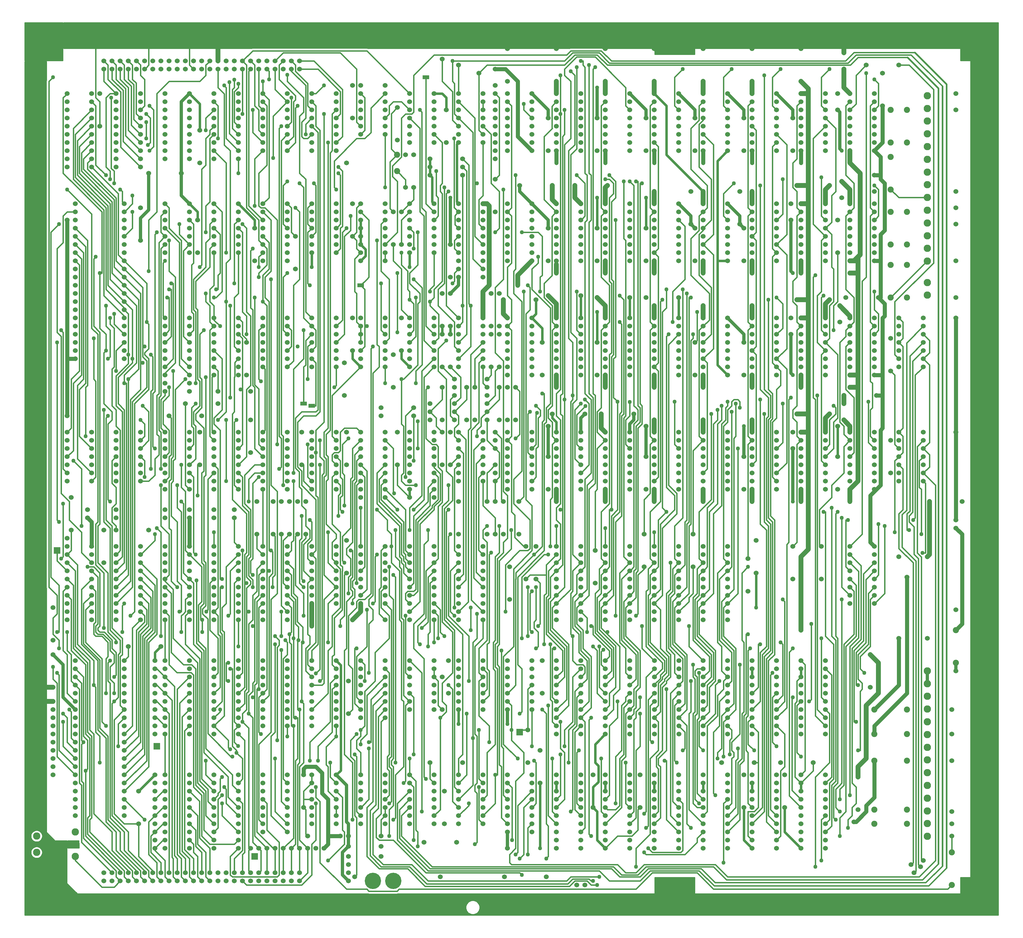
<source format=gbr>
G04 #@! TF.GenerationSoftware,KiCad,Pcbnew,(5.1.5)-3*
G04 #@! TF.CreationDate,2021-10-30T22:10:07-06:00*
G04 #@! TF.ProjectId,taito_video_processor_pcb,74616974-6f5f-4766-9964-656f5f70726f,rev?*
G04 #@! TF.SameCoordinates,Original*
G04 #@! TF.FileFunction,Copper,L2,Bot*
G04 #@! TF.FilePolarity,Positive*
%FSLAX46Y46*%
G04 Gerber Fmt 4.6, Leading zero omitted, Abs format (unit mm)*
G04 Created by KiCad (PCBNEW (5.1.5)-3) date 2021-10-30 22:10:07*
%MOMM*%
%LPD*%
G04 APERTURE LIST*
%ADD10C,1.524000*%
%ADD11C,4.064000*%
%ADD12R,2.032000X1.270000*%
%ADD13C,2.286000*%
%ADD14C,1.905000*%
%ADD15R,2.032000X2.032000*%
%ADD16C,1.270000*%
%ADD17C,5.080000*%
%ADD18C,1.270000*%
%ADD19C,1.016000*%
%ADD20C,0.762000*%
%ADD21C,1.524000*%
%ADD22C,0.381000*%
%ADD23C,0.508000*%
%ADD24C,0.254000*%
G04 APERTURE END LIST*
D10*
X282575000Y-342900000D03*
X302575000Y-342900000D03*
X356957000Y-275590000D03*
X356957000Y-278130000D03*
X356957000Y-280670000D03*
X356957000Y-283210000D03*
X356957000Y-285750000D03*
X356957000Y-288290000D03*
X356957000Y-290830000D03*
X356957000Y-293370000D03*
X356957000Y-295910000D03*
X356957000Y-298450000D03*
X349337000Y-298450000D03*
X349337000Y-295910000D03*
X349337000Y-293370000D03*
X349337000Y-290830000D03*
X349337000Y-288290000D03*
X349337000Y-285750000D03*
X349337000Y-283210000D03*
X349337000Y-280670000D03*
X349337000Y-278130000D03*
X349337000Y-275590000D03*
X425450000Y-212090000D03*
X425450000Y-209550000D03*
X425450000Y-204470000D03*
X425450000Y-207010000D03*
X425450000Y-214630000D03*
X425450000Y-217170000D03*
X425450000Y-219710000D03*
X433070000Y-219710000D03*
X433070000Y-217170000D03*
X433070000Y-214630000D03*
X433070000Y-212090000D03*
X433070000Y-209550000D03*
X433070000Y-207010000D03*
X433070000Y-204470000D03*
D11*
X355600000Y-83820000D03*
X449580000Y-83820000D03*
X160020000Y-83820000D03*
X160020000Y-347980000D03*
X355600000Y-347980000D03*
X449580000Y-347980000D03*
D10*
X184150000Y-306070000D03*
X184150000Y-308610000D03*
X184150000Y-311150000D03*
X184150000Y-313690000D03*
X184150000Y-316230000D03*
X184150000Y-318770000D03*
X184150000Y-321310000D03*
X184150000Y-323850000D03*
X168910000Y-323850000D03*
X168910000Y-321310000D03*
X168910000Y-318770000D03*
X168910000Y-316230000D03*
X168910000Y-313690000D03*
X168910000Y-311150000D03*
X168910000Y-308610000D03*
X168910000Y-306070000D03*
X168910000Y-275590000D03*
X168910000Y-278130000D03*
X168910000Y-280670000D03*
X168910000Y-283210000D03*
X168910000Y-285750000D03*
X168910000Y-288290000D03*
X168910000Y-290830000D03*
X168910000Y-293370000D03*
X168910000Y-295910000D03*
X168910000Y-298450000D03*
X168910000Y-300990000D03*
X168910000Y-303530000D03*
X184150000Y-303530000D03*
X184150000Y-300990000D03*
X184150000Y-298450000D03*
X184150000Y-295910000D03*
X184150000Y-293370000D03*
X184150000Y-290830000D03*
X184150000Y-288290000D03*
X184150000Y-285750000D03*
X184150000Y-283210000D03*
X184150000Y-280670000D03*
X184150000Y-278130000D03*
X184150000Y-275590000D03*
X196850000Y-311150000D03*
X196850000Y-313690000D03*
X196850000Y-316230000D03*
X196850000Y-318770000D03*
X196850000Y-321310000D03*
X196850000Y-323850000D03*
X196850000Y-326390000D03*
X196850000Y-328930000D03*
X196850000Y-331470000D03*
X196850000Y-334010000D03*
X204470000Y-334010000D03*
X204470000Y-331470000D03*
X204470000Y-328930000D03*
X204470000Y-326390000D03*
X204470000Y-323850000D03*
X204470000Y-321310000D03*
X204470000Y-318770000D03*
X204470000Y-316230000D03*
X204470000Y-313690000D03*
X204470000Y-311150000D03*
X219710000Y-311150000D03*
X219710000Y-313690000D03*
X219710000Y-316230000D03*
X219710000Y-318770000D03*
X219710000Y-321310000D03*
X219710000Y-323850000D03*
X219710000Y-326390000D03*
X219710000Y-328930000D03*
X219710000Y-331470000D03*
X219710000Y-334010000D03*
X212090000Y-334010000D03*
X212090000Y-331470000D03*
X212090000Y-328930000D03*
X212090000Y-326390000D03*
X212090000Y-323850000D03*
X212090000Y-321310000D03*
X212090000Y-318770000D03*
X212090000Y-316230000D03*
X212090000Y-313690000D03*
X212090000Y-311150000D03*
X166370000Y-240030000D03*
X166370000Y-242570000D03*
X166370000Y-245110000D03*
X166370000Y-247650000D03*
X166370000Y-250190000D03*
X166370000Y-252730000D03*
X166370000Y-255270000D03*
X166370000Y-257810000D03*
X166370000Y-260350000D03*
X166370000Y-262890000D03*
X173990000Y-262890000D03*
X173990000Y-260350000D03*
X173990000Y-257810000D03*
X173990000Y-255270000D03*
X173990000Y-252730000D03*
X173990000Y-250190000D03*
X173990000Y-247650000D03*
X173990000Y-245110000D03*
X173990000Y-242570000D03*
X173990000Y-240030000D03*
X189230000Y-240030000D03*
X189230000Y-242570000D03*
X189230000Y-245110000D03*
X189230000Y-247650000D03*
X189230000Y-250190000D03*
X189230000Y-252730000D03*
X189230000Y-255270000D03*
X189230000Y-257810000D03*
X189230000Y-260350000D03*
X189230000Y-262890000D03*
X181610000Y-262890000D03*
X181610000Y-260350000D03*
X181610000Y-257810000D03*
X181610000Y-255270000D03*
X181610000Y-252730000D03*
X181610000Y-250190000D03*
X181610000Y-247650000D03*
X181610000Y-245110000D03*
X181610000Y-242570000D03*
X181610000Y-240030000D03*
X196850000Y-240030000D03*
X196850000Y-242570000D03*
X196850000Y-245110000D03*
X196850000Y-247650000D03*
X196850000Y-250190000D03*
X196850000Y-252730000D03*
X196850000Y-255270000D03*
X196850000Y-257810000D03*
X196850000Y-260350000D03*
X196850000Y-262890000D03*
X204470000Y-262890000D03*
X204470000Y-260350000D03*
X204470000Y-257810000D03*
X204470000Y-255270000D03*
X204470000Y-252730000D03*
X204470000Y-250190000D03*
X204470000Y-247650000D03*
X204470000Y-245110000D03*
X204470000Y-242570000D03*
X204470000Y-240030000D03*
X219710000Y-240030000D03*
X219710000Y-242570000D03*
X219710000Y-245110000D03*
X219710000Y-247650000D03*
X219710000Y-250190000D03*
X219710000Y-252730000D03*
X219710000Y-255270000D03*
X219710000Y-257810000D03*
X219710000Y-260350000D03*
X219710000Y-262890000D03*
X212090000Y-262890000D03*
X212090000Y-260350000D03*
X212090000Y-257810000D03*
X212090000Y-255270000D03*
X212090000Y-252730000D03*
X212090000Y-250190000D03*
X212090000Y-247650000D03*
X212090000Y-245110000D03*
X212090000Y-242570000D03*
X212090000Y-240030000D03*
X227330000Y-240030000D03*
X227330000Y-242570000D03*
X227330000Y-245110000D03*
X227330000Y-247650000D03*
X227330000Y-250190000D03*
X227330000Y-252730000D03*
X227330000Y-255270000D03*
X227330000Y-257810000D03*
X227330000Y-260350000D03*
X227330000Y-262890000D03*
X234950000Y-262890000D03*
X234950000Y-260350000D03*
X234950000Y-257810000D03*
X234950000Y-255270000D03*
X234950000Y-252730000D03*
X234950000Y-250190000D03*
X234950000Y-247650000D03*
X234950000Y-245110000D03*
X234950000Y-242570000D03*
X234950000Y-240030000D03*
X204470000Y-275590000D03*
X204470000Y-278130000D03*
X204470000Y-280670000D03*
X204470000Y-283210000D03*
X204470000Y-285750000D03*
X204470000Y-288290000D03*
X204470000Y-290830000D03*
X204470000Y-293370000D03*
X204470000Y-295910000D03*
X204470000Y-298450000D03*
X196850000Y-298450000D03*
X196850000Y-295910000D03*
X196850000Y-293370000D03*
X196850000Y-290830000D03*
X196850000Y-288290000D03*
X196850000Y-285750000D03*
X196850000Y-283210000D03*
X196850000Y-280670000D03*
X196850000Y-278130000D03*
X196850000Y-275590000D03*
X212090000Y-275590000D03*
X212090000Y-278130000D03*
X212090000Y-280670000D03*
X212090000Y-283210000D03*
X212090000Y-285750000D03*
X212090000Y-288290000D03*
X212090000Y-290830000D03*
X212090000Y-293370000D03*
X212090000Y-295910000D03*
X212090000Y-298450000D03*
X219710000Y-298450000D03*
X219710000Y-295910000D03*
X219710000Y-293370000D03*
X219710000Y-290830000D03*
X219710000Y-288290000D03*
X219710000Y-285750000D03*
X219710000Y-283210000D03*
X219710000Y-280670000D03*
X219710000Y-278130000D03*
X219710000Y-275590000D03*
X234950000Y-311150000D03*
X234950000Y-313690000D03*
X234950000Y-316230000D03*
X234950000Y-318770000D03*
X234950000Y-321310000D03*
X234950000Y-323850000D03*
X234950000Y-326390000D03*
X234950000Y-328930000D03*
X227330000Y-328930000D03*
X227330000Y-326390000D03*
X227330000Y-323850000D03*
X227330000Y-321310000D03*
X227330000Y-311150000D03*
X227330000Y-313690000D03*
X227330000Y-316230000D03*
X227330000Y-318770000D03*
X250190000Y-311150000D03*
X250190000Y-313690000D03*
X250190000Y-316230000D03*
X250190000Y-318770000D03*
X250190000Y-321310000D03*
X250190000Y-323850000D03*
X250190000Y-326390000D03*
X242570000Y-326390000D03*
X242570000Y-323850000D03*
X242570000Y-321310000D03*
X242570000Y-313690000D03*
X242570000Y-311150000D03*
X242570000Y-316230000D03*
X242570000Y-318770000D03*
X257810000Y-318770000D03*
X257810000Y-316230000D03*
X257810000Y-311150000D03*
X257810000Y-313690000D03*
X257810000Y-321310000D03*
X257810000Y-323850000D03*
X257810000Y-326390000D03*
X265430000Y-326390000D03*
X265430000Y-323850000D03*
X265430000Y-321310000D03*
X265430000Y-318770000D03*
X265430000Y-316230000D03*
X265430000Y-313690000D03*
X265430000Y-311150000D03*
X273050000Y-318770000D03*
X273050000Y-316230000D03*
X273050000Y-311150000D03*
X273050000Y-313690000D03*
X273050000Y-321310000D03*
X273050000Y-323850000D03*
X273050000Y-326390000D03*
X280670000Y-326390000D03*
X280670000Y-323850000D03*
X280670000Y-321310000D03*
X280670000Y-318770000D03*
X280670000Y-316230000D03*
X280670000Y-313690000D03*
X280670000Y-311150000D03*
X295910000Y-311150000D03*
X295910000Y-313690000D03*
X295910000Y-316230000D03*
X295910000Y-318770000D03*
X295910000Y-321310000D03*
X295910000Y-323850000D03*
X295910000Y-326390000D03*
X288290000Y-326390000D03*
X288290000Y-323850000D03*
X288290000Y-321310000D03*
X288290000Y-313690000D03*
X288290000Y-311150000D03*
X288290000Y-316230000D03*
X288290000Y-318770000D03*
X303530000Y-318770000D03*
X303530000Y-316230000D03*
X303530000Y-313690000D03*
X303530000Y-311150000D03*
X303530000Y-321310000D03*
X303530000Y-323850000D03*
X303530000Y-326390000D03*
X303530000Y-328930000D03*
X311150000Y-328930000D03*
X311150000Y-326390000D03*
X311150000Y-323850000D03*
X311150000Y-321310000D03*
X311150000Y-318770000D03*
X311150000Y-316230000D03*
X311150000Y-313690000D03*
X311150000Y-311150000D03*
X326390000Y-311150000D03*
X326390000Y-313690000D03*
X326390000Y-316230000D03*
X326390000Y-318770000D03*
X326390000Y-321310000D03*
X326390000Y-323850000D03*
X326390000Y-326390000D03*
X326390000Y-328930000D03*
X326390000Y-331470000D03*
X326390000Y-334010000D03*
X318770000Y-334010000D03*
X318770000Y-331470000D03*
X318770000Y-328930000D03*
X318770000Y-326390000D03*
X318770000Y-323850000D03*
X318770000Y-321310000D03*
X318770000Y-318770000D03*
X318770000Y-316230000D03*
X318770000Y-313690000D03*
X318770000Y-311150000D03*
X334010000Y-311150000D03*
X334010000Y-313690000D03*
X334010000Y-316230000D03*
X334010000Y-318770000D03*
X334010000Y-321310000D03*
X334010000Y-323850000D03*
X334010000Y-326390000D03*
X334010000Y-328930000D03*
X334010000Y-331470000D03*
X334010000Y-334010000D03*
X341630000Y-334010000D03*
X341630000Y-331470000D03*
X341630000Y-328930000D03*
X341630000Y-326390000D03*
X341630000Y-323850000D03*
X341630000Y-321310000D03*
X341630000Y-318770000D03*
X341630000Y-316230000D03*
X341630000Y-313690000D03*
X341630000Y-311150000D03*
X349250000Y-311150000D03*
X349250000Y-313690000D03*
X349250000Y-316230000D03*
X349250000Y-318770000D03*
X349250000Y-321310000D03*
X349250000Y-323850000D03*
X349250000Y-326390000D03*
X349250000Y-328930000D03*
X349250000Y-331470000D03*
X349250000Y-334010000D03*
X356870000Y-334010000D03*
X356870000Y-331470000D03*
X356870000Y-328930000D03*
X356870000Y-326390000D03*
X356870000Y-323850000D03*
X356870000Y-321310000D03*
X356870000Y-318770000D03*
X356870000Y-316230000D03*
X356870000Y-313690000D03*
X356870000Y-311150000D03*
X372110000Y-311150000D03*
X372110000Y-313690000D03*
X372110000Y-316230000D03*
X372110000Y-318770000D03*
X372110000Y-321310000D03*
X372110000Y-323850000D03*
X372110000Y-326390000D03*
X372110000Y-328930000D03*
X372110000Y-331470000D03*
X372110000Y-334010000D03*
X364490000Y-334010000D03*
X364490000Y-331470000D03*
X364490000Y-328930000D03*
X364490000Y-326390000D03*
X364490000Y-323850000D03*
X364490000Y-321310000D03*
X364490000Y-318770000D03*
X364490000Y-316230000D03*
X364490000Y-313690000D03*
X364490000Y-311150000D03*
X379730000Y-311150000D03*
X379730000Y-313690000D03*
X379730000Y-316230000D03*
X379730000Y-318770000D03*
X379730000Y-321310000D03*
X379730000Y-323850000D03*
X379730000Y-326390000D03*
X379730000Y-328930000D03*
X379730000Y-331470000D03*
X379730000Y-334010000D03*
X387350000Y-334010000D03*
X387350000Y-331470000D03*
X387350000Y-328930000D03*
X387350000Y-326390000D03*
X387350000Y-323850000D03*
X387350000Y-321310000D03*
X387350000Y-318770000D03*
X387350000Y-316230000D03*
X387350000Y-313690000D03*
X387350000Y-311150000D03*
X402590000Y-311150000D03*
X402590000Y-313690000D03*
X402590000Y-316230000D03*
X402590000Y-318770000D03*
X402590000Y-321310000D03*
X402590000Y-323850000D03*
X402590000Y-326390000D03*
X402590000Y-328930000D03*
X402590000Y-331470000D03*
X402590000Y-334010000D03*
X394970000Y-334010000D03*
X394970000Y-331470000D03*
X394970000Y-328930000D03*
X394970000Y-326390000D03*
X394970000Y-323850000D03*
X394970000Y-321310000D03*
X394970000Y-318770000D03*
X394970000Y-316230000D03*
X394970000Y-313690000D03*
X394970000Y-311150000D03*
X227330000Y-285750000D03*
X227330000Y-283210000D03*
X227330000Y-280670000D03*
X227330000Y-278130000D03*
X227330000Y-275590000D03*
X227330000Y-288290000D03*
X227330000Y-290830000D03*
X227330000Y-293370000D03*
X227330000Y-295910000D03*
X234950000Y-295910000D03*
X234950000Y-293370000D03*
X234950000Y-290830000D03*
X234950000Y-288290000D03*
X234950000Y-285750000D03*
X234950000Y-283210000D03*
X234950000Y-280670000D03*
X234950000Y-278130000D03*
X234950000Y-275590000D03*
X250190000Y-275590000D03*
X250190000Y-278130000D03*
X250190000Y-280670000D03*
X250190000Y-283210000D03*
X250190000Y-285750000D03*
X250190000Y-288290000D03*
X250190000Y-290830000D03*
X250190000Y-293370000D03*
X250190000Y-295910000D03*
X242570000Y-295910000D03*
X242570000Y-293370000D03*
X242570000Y-290830000D03*
X242570000Y-288290000D03*
X242570000Y-275590000D03*
X242570000Y-278130000D03*
X242570000Y-280670000D03*
X242570000Y-283210000D03*
X242570000Y-285750000D03*
X257810000Y-283210000D03*
X257810000Y-280670000D03*
X257810000Y-278130000D03*
X257810000Y-275590000D03*
X257810000Y-285750000D03*
X257810000Y-288290000D03*
X257810000Y-290830000D03*
X257810000Y-293370000D03*
X265430000Y-293370000D03*
X265430000Y-290830000D03*
X265430000Y-288290000D03*
X265430000Y-285750000D03*
X265430000Y-283210000D03*
X265430000Y-280670000D03*
X265430000Y-278130000D03*
X265430000Y-275590000D03*
X273050000Y-283210000D03*
X273050000Y-280670000D03*
X273050000Y-275590000D03*
X273050000Y-278130000D03*
X273050000Y-285750000D03*
X273050000Y-288290000D03*
X273050000Y-290830000D03*
X280670000Y-290830000D03*
X280670000Y-288290000D03*
X280670000Y-285750000D03*
X280670000Y-283210000D03*
X280670000Y-280670000D03*
X280670000Y-278130000D03*
X280670000Y-275590000D03*
X295910000Y-275590000D03*
X295910000Y-278130000D03*
X295910000Y-280670000D03*
X295910000Y-283210000D03*
X295910000Y-285750000D03*
X295910000Y-288290000D03*
X295910000Y-290830000D03*
X288290000Y-290830000D03*
X288290000Y-288290000D03*
X288290000Y-285750000D03*
X288290000Y-278130000D03*
X288290000Y-275590000D03*
X288290000Y-280670000D03*
X288290000Y-283210000D03*
X303530000Y-283210000D03*
X303530000Y-280670000D03*
X303530000Y-275590000D03*
X303530000Y-278130000D03*
X303530000Y-285750000D03*
X303530000Y-288290000D03*
X303530000Y-290830000D03*
X311150000Y-290830000D03*
X311150000Y-288290000D03*
X311150000Y-285750000D03*
X311150000Y-283210000D03*
X311150000Y-280670000D03*
X311150000Y-278130000D03*
X311150000Y-275590000D03*
X318770000Y-275590000D03*
X318770000Y-278130000D03*
X318770000Y-280670000D03*
X318770000Y-283210000D03*
X318770000Y-285750000D03*
X318770000Y-288290000D03*
X318770000Y-290830000D03*
X318770000Y-293370000D03*
X318770000Y-295910000D03*
X318770000Y-298450000D03*
X326390000Y-298450000D03*
X326390000Y-295910000D03*
X326390000Y-293370000D03*
X326390000Y-290830000D03*
X326390000Y-288290000D03*
X326390000Y-285750000D03*
X326390000Y-283210000D03*
X326390000Y-280670000D03*
X326390000Y-278130000D03*
X326390000Y-275590000D03*
X334010000Y-275590000D03*
X334010000Y-278130000D03*
X334010000Y-280670000D03*
X334010000Y-283210000D03*
X334010000Y-285750000D03*
X334010000Y-288290000D03*
X334010000Y-290830000D03*
X334010000Y-293370000D03*
X334010000Y-295910000D03*
X334010000Y-298450000D03*
X341630000Y-298450000D03*
X341630000Y-295910000D03*
X341630000Y-293370000D03*
X341630000Y-290830000D03*
X341630000Y-288290000D03*
X341630000Y-285750000D03*
X341630000Y-283210000D03*
X341630000Y-280670000D03*
X341630000Y-278130000D03*
X341630000Y-275590000D03*
X372110000Y-275590000D03*
X372110000Y-278130000D03*
X372110000Y-280670000D03*
X372110000Y-283210000D03*
X372110000Y-285750000D03*
X372110000Y-288290000D03*
X372110000Y-290830000D03*
X372110000Y-293370000D03*
X372110000Y-295910000D03*
X372110000Y-298450000D03*
X364490000Y-298450000D03*
X364490000Y-295910000D03*
X364490000Y-293370000D03*
X364490000Y-290830000D03*
X364490000Y-288290000D03*
X364490000Y-285750000D03*
X364490000Y-283210000D03*
X364490000Y-280670000D03*
X364490000Y-278130000D03*
X364490000Y-275590000D03*
X387350000Y-275590000D03*
X387350000Y-278130000D03*
X387350000Y-280670000D03*
X387350000Y-283210000D03*
X387350000Y-285750000D03*
X387350000Y-288290000D03*
X387350000Y-290830000D03*
X387350000Y-293370000D03*
X387350000Y-295910000D03*
X387350000Y-298450000D03*
X379730000Y-298450000D03*
X379730000Y-295910000D03*
X379730000Y-293370000D03*
X379730000Y-290830000D03*
X379730000Y-288290000D03*
X379730000Y-285750000D03*
X379730000Y-283210000D03*
X379730000Y-280670000D03*
X379730000Y-278130000D03*
X379730000Y-275590000D03*
X394970000Y-275590000D03*
X394970000Y-278130000D03*
X394970000Y-280670000D03*
X394970000Y-283210000D03*
X394970000Y-285750000D03*
X394970000Y-288290000D03*
X394970000Y-290830000D03*
X394970000Y-293370000D03*
X394970000Y-295910000D03*
X394970000Y-298450000D03*
X402590000Y-298450000D03*
X402590000Y-295910000D03*
X402590000Y-293370000D03*
X402590000Y-290830000D03*
X402590000Y-288290000D03*
X402590000Y-285750000D03*
X402590000Y-283210000D03*
X402590000Y-280670000D03*
X402590000Y-278130000D03*
X402590000Y-275590000D03*
X242570000Y-247650000D03*
X242570000Y-245110000D03*
X242570000Y-242570000D03*
X242570000Y-240030000D03*
X242570000Y-250190000D03*
X242570000Y-252730000D03*
X242570000Y-255270000D03*
X242570000Y-257810000D03*
X250190000Y-257810000D03*
X250190000Y-255270000D03*
X250190000Y-252730000D03*
X250190000Y-250190000D03*
X250190000Y-247650000D03*
X250190000Y-245110000D03*
X250190000Y-242570000D03*
X250190000Y-240030000D03*
X265430000Y-240030000D03*
X265430000Y-242570000D03*
X265430000Y-245110000D03*
X265430000Y-247650000D03*
X265430000Y-250190000D03*
X265430000Y-252730000D03*
X265430000Y-255270000D03*
X265430000Y-257810000D03*
X257810000Y-257810000D03*
X257810000Y-255270000D03*
X257810000Y-252730000D03*
X257810000Y-250190000D03*
X257810000Y-240030000D03*
X257810000Y-242570000D03*
X257810000Y-245110000D03*
X257810000Y-247650000D03*
X280670000Y-240030000D03*
X280670000Y-242570000D03*
X280670000Y-245110000D03*
X280670000Y-247650000D03*
X280670000Y-250190000D03*
X280670000Y-252730000D03*
X280670000Y-255270000D03*
X280670000Y-257810000D03*
X280670000Y-260350000D03*
X280670000Y-262890000D03*
X273050000Y-262890000D03*
X273050000Y-260350000D03*
X273050000Y-257810000D03*
X273050000Y-255270000D03*
X273050000Y-252730000D03*
X273050000Y-250190000D03*
X273050000Y-247650000D03*
X273050000Y-245110000D03*
X273050000Y-242570000D03*
X273050000Y-240030000D03*
X288290000Y-240030000D03*
X288290000Y-242570000D03*
X288290000Y-245110000D03*
X288290000Y-247650000D03*
X288290000Y-250190000D03*
X288290000Y-252730000D03*
X288290000Y-255270000D03*
X288290000Y-257810000D03*
X288290000Y-260350000D03*
X288290000Y-262890000D03*
X295910000Y-262890000D03*
X295910000Y-260350000D03*
X295910000Y-257810000D03*
X295910000Y-255270000D03*
X295910000Y-252730000D03*
X295910000Y-250190000D03*
X295910000Y-247650000D03*
X295910000Y-245110000D03*
X295910000Y-242570000D03*
X295910000Y-240030000D03*
X326390000Y-240030000D03*
X326390000Y-242570000D03*
X326390000Y-245110000D03*
X326390000Y-247650000D03*
X326390000Y-250190000D03*
X326390000Y-252730000D03*
X326390000Y-255270000D03*
X326390000Y-257810000D03*
X326390000Y-260350000D03*
X326390000Y-262890000D03*
X318770000Y-262890000D03*
X318770000Y-260350000D03*
X318770000Y-257810000D03*
X318770000Y-255270000D03*
X318770000Y-252730000D03*
X318770000Y-250190000D03*
X318770000Y-247650000D03*
X318770000Y-245110000D03*
X318770000Y-242570000D03*
X318770000Y-240030000D03*
X334010000Y-240030000D03*
X334010000Y-242570000D03*
X334010000Y-245110000D03*
X334010000Y-247650000D03*
X334010000Y-250190000D03*
X334010000Y-252730000D03*
X334010000Y-255270000D03*
X334010000Y-257810000D03*
X334010000Y-260350000D03*
X334010000Y-262890000D03*
X341630000Y-262890000D03*
X341630000Y-260350000D03*
X341630000Y-257810000D03*
X341630000Y-255270000D03*
X341630000Y-252730000D03*
X341630000Y-250190000D03*
X341630000Y-247650000D03*
X341630000Y-245110000D03*
X341630000Y-242570000D03*
X341630000Y-240030000D03*
X349250000Y-240030000D03*
X349250000Y-242570000D03*
X349250000Y-245110000D03*
X349250000Y-247650000D03*
X349250000Y-250190000D03*
X349250000Y-252730000D03*
X349250000Y-255270000D03*
X349250000Y-257810000D03*
X349250000Y-260350000D03*
X349250000Y-262890000D03*
X356870000Y-262890000D03*
X356870000Y-260350000D03*
X356870000Y-257810000D03*
X356870000Y-255270000D03*
X356870000Y-252730000D03*
X356870000Y-250190000D03*
X356870000Y-247650000D03*
X356870000Y-245110000D03*
X356870000Y-242570000D03*
X356870000Y-240030000D03*
X372110000Y-240030000D03*
X372110000Y-242570000D03*
X372110000Y-245110000D03*
X372110000Y-247650000D03*
X372110000Y-250190000D03*
X372110000Y-252730000D03*
X372110000Y-255270000D03*
X372110000Y-257810000D03*
X372110000Y-260350000D03*
X372110000Y-262890000D03*
X364490000Y-262890000D03*
X364490000Y-260350000D03*
X364490000Y-257810000D03*
X364490000Y-255270000D03*
X364490000Y-252730000D03*
X364490000Y-250190000D03*
X364490000Y-247650000D03*
X364490000Y-245110000D03*
X364490000Y-242570000D03*
X364490000Y-240030000D03*
X410210000Y-247650000D03*
X410210000Y-245110000D03*
X410210000Y-242570000D03*
X410210000Y-240030000D03*
X410210000Y-250190000D03*
X410210000Y-252730000D03*
X410210000Y-255270000D03*
X410210000Y-257810000D03*
X417830000Y-257810000D03*
X417830000Y-255270000D03*
X417830000Y-252730000D03*
X417830000Y-250190000D03*
X417830000Y-247650000D03*
X417830000Y-245110000D03*
X417830000Y-242570000D03*
X417830000Y-240030000D03*
X265430000Y-96520000D03*
X265430000Y-99060000D03*
X265430000Y-101600000D03*
X265430000Y-104140000D03*
X265430000Y-106680000D03*
X265430000Y-109220000D03*
X265430000Y-111760000D03*
X257810000Y-111760000D03*
X257810000Y-109220000D03*
X257810000Y-106680000D03*
X257810000Y-99060000D03*
X257810000Y-96520000D03*
X257810000Y-101600000D03*
X257810000Y-104140000D03*
X257810000Y-140970000D03*
X257810000Y-138430000D03*
X257810000Y-135890000D03*
X257810000Y-133350000D03*
X257810000Y-143510000D03*
X257810000Y-146050000D03*
X257810000Y-148590000D03*
X257810000Y-151130000D03*
X265430000Y-151130000D03*
X265430000Y-148590000D03*
X265430000Y-146050000D03*
X265430000Y-143510000D03*
X265430000Y-140970000D03*
X265430000Y-138430000D03*
X265430000Y-135890000D03*
X265430000Y-133350000D03*
X257810000Y-176530000D03*
X257810000Y-173990000D03*
X257810000Y-168910000D03*
X257810000Y-171450000D03*
X257810000Y-179070000D03*
X257810000Y-181610000D03*
X257810000Y-184150000D03*
X265430000Y-184150000D03*
X265430000Y-181610000D03*
X265430000Y-179070000D03*
X265430000Y-176530000D03*
X265430000Y-173990000D03*
X265430000Y-171450000D03*
X265430000Y-168910000D03*
X257810000Y-214630000D03*
X257810000Y-212090000D03*
X257810000Y-209550000D03*
X257810000Y-207010000D03*
X257810000Y-204470000D03*
X257810000Y-217170000D03*
X257810000Y-219710000D03*
X257810000Y-222250000D03*
X257810000Y-224790000D03*
X265430000Y-224790000D03*
X265430000Y-222250000D03*
X265430000Y-219710000D03*
X265430000Y-217170000D03*
X265430000Y-214630000D03*
X265430000Y-212090000D03*
X265430000Y-209550000D03*
X265430000Y-207010000D03*
X265430000Y-204470000D03*
X173990000Y-204470000D03*
X173990000Y-207010000D03*
X173990000Y-209550000D03*
X173990000Y-212090000D03*
X173990000Y-214630000D03*
X173990000Y-217170000D03*
X173990000Y-219710000D03*
X166370000Y-219710000D03*
X166370000Y-217170000D03*
X166370000Y-214630000D03*
X166370000Y-207010000D03*
X166370000Y-204470000D03*
X166370000Y-209550000D03*
X166370000Y-212090000D03*
X181610000Y-212090000D03*
X181610000Y-209550000D03*
X181610000Y-204470000D03*
X181610000Y-207010000D03*
X181610000Y-214630000D03*
X181610000Y-217170000D03*
X181610000Y-219710000D03*
X189230000Y-219710000D03*
X189230000Y-217170000D03*
X189230000Y-214630000D03*
X189230000Y-212090000D03*
X189230000Y-209550000D03*
X189230000Y-207010000D03*
X189230000Y-204470000D03*
X204470000Y-204470000D03*
X204470000Y-207010000D03*
X204470000Y-209550000D03*
X204470000Y-212090000D03*
X204470000Y-214630000D03*
X204470000Y-217170000D03*
X204470000Y-219710000D03*
X204470000Y-222250000D03*
X196850000Y-222250000D03*
X196850000Y-219710000D03*
X196850000Y-217170000D03*
X196850000Y-214630000D03*
X196850000Y-204470000D03*
X196850000Y-207010000D03*
X196850000Y-209550000D03*
X196850000Y-212090000D03*
X212090000Y-212090000D03*
X212090000Y-209550000D03*
X212090000Y-207010000D03*
X212090000Y-204470000D03*
X212090000Y-214630000D03*
X212090000Y-217170000D03*
X212090000Y-219710000D03*
X212090000Y-222250000D03*
X219710000Y-222250000D03*
X219710000Y-219710000D03*
X219710000Y-217170000D03*
X219710000Y-214630000D03*
X219710000Y-212090000D03*
X219710000Y-209550000D03*
X219710000Y-207010000D03*
X219710000Y-204470000D03*
X234950000Y-204470000D03*
X234950000Y-207010000D03*
X234950000Y-209550000D03*
X234950000Y-212090000D03*
X234950000Y-214630000D03*
X234950000Y-217170000D03*
X234950000Y-219710000D03*
X234950000Y-222250000D03*
X227330000Y-222250000D03*
X227330000Y-219710000D03*
X227330000Y-217170000D03*
X227330000Y-214630000D03*
X227330000Y-204470000D03*
X227330000Y-207010000D03*
X227330000Y-209550000D03*
X227330000Y-212090000D03*
X242570000Y-212090000D03*
X242570000Y-209550000D03*
X242570000Y-207010000D03*
X242570000Y-204470000D03*
X242570000Y-214630000D03*
X242570000Y-217170000D03*
X242570000Y-219710000D03*
X242570000Y-222250000D03*
X250190000Y-222250000D03*
X250190000Y-219710000D03*
X250190000Y-217170000D03*
X250190000Y-214630000D03*
X250190000Y-212090000D03*
X250190000Y-209550000D03*
X250190000Y-207010000D03*
X250190000Y-204470000D03*
X273050000Y-214630000D03*
X273050000Y-212090000D03*
X273050000Y-209550000D03*
X273050000Y-207010000D03*
X273050000Y-204470000D03*
X273050000Y-217170000D03*
X273050000Y-219710000D03*
X273050000Y-222250000D03*
X273050000Y-224790000D03*
X280670000Y-224790000D03*
X280670000Y-222250000D03*
X280670000Y-219710000D03*
X280670000Y-217170000D03*
X280670000Y-214630000D03*
X280670000Y-212090000D03*
X280670000Y-209550000D03*
X280670000Y-207010000D03*
X280670000Y-204470000D03*
X288290000Y-212090000D03*
X288290000Y-209550000D03*
X288290000Y-204470000D03*
X288290000Y-207010000D03*
X288290000Y-214630000D03*
X288290000Y-217170000D03*
X288290000Y-219710000D03*
X295910000Y-219710000D03*
X295910000Y-217170000D03*
X295910000Y-214630000D03*
X295910000Y-212090000D03*
X295910000Y-209550000D03*
X295910000Y-207010000D03*
X295910000Y-204470000D03*
X303530000Y-212090000D03*
X303530000Y-209550000D03*
X303530000Y-207010000D03*
X303530000Y-204470000D03*
X303530000Y-214630000D03*
X303530000Y-217170000D03*
X303530000Y-219710000D03*
X303530000Y-222250000D03*
X311150000Y-222250000D03*
X311150000Y-219710000D03*
X311150000Y-217170000D03*
X311150000Y-214630000D03*
X311150000Y-212090000D03*
X311150000Y-209550000D03*
X311150000Y-207010000D03*
X311150000Y-204470000D03*
X318770000Y-212090000D03*
X318770000Y-209550000D03*
X318770000Y-207010000D03*
X318770000Y-204470000D03*
X318770000Y-214630000D03*
X318770000Y-217170000D03*
X318770000Y-219710000D03*
X318770000Y-222250000D03*
X326390000Y-222250000D03*
X326390000Y-219710000D03*
X326390000Y-217170000D03*
X326390000Y-214630000D03*
X326390000Y-212090000D03*
X326390000Y-209550000D03*
X326390000Y-207010000D03*
X326390000Y-204470000D03*
X341630000Y-204470000D03*
X341630000Y-207010000D03*
X341630000Y-209550000D03*
X341630000Y-212090000D03*
X341630000Y-214630000D03*
X341630000Y-217170000D03*
X341630000Y-219710000D03*
X341630000Y-222250000D03*
X334010000Y-222250000D03*
X334010000Y-219710000D03*
X334010000Y-217170000D03*
X334010000Y-214630000D03*
X334010000Y-204470000D03*
X334010000Y-207010000D03*
X334010000Y-209550000D03*
X334010000Y-212090000D03*
X349250000Y-212090000D03*
X349250000Y-209550000D03*
X349250000Y-207010000D03*
X349250000Y-204470000D03*
X349250000Y-214630000D03*
X349250000Y-217170000D03*
X349250000Y-219710000D03*
X349250000Y-222250000D03*
X356870000Y-222250000D03*
X356870000Y-219710000D03*
X356870000Y-217170000D03*
X356870000Y-214630000D03*
X356870000Y-212090000D03*
X356870000Y-209550000D03*
X356870000Y-207010000D03*
X356870000Y-204470000D03*
X372110000Y-204470000D03*
X372110000Y-207010000D03*
X372110000Y-209550000D03*
X372110000Y-212090000D03*
X372110000Y-214630000D03*
X372110000Y-217170000D03*
X372110000Y-219710000D03*
X372110000Y-222250000D03*
X364490000Y-222250000D03*
X364490000Y-219710000D03*
X364490000Y-217170000D03*
X364490000Y-214630000D03*
X364490000Y-204470000D03*
X364490000Y-207010000D03*
X364490000Y-209550000D03*
X364490000Y-212090000D03*
X379730000Y-212090000D03*
X379730000Y-209550000D03*
X379730000Y-207010000D03*
X379730000Y-204470000D03*
X379730000Y-214630000D03*
X379730000Y-217170000D03*
X379730000Y-219710000D03*
X379730000Y-222250000D03*
X387350000Y-222250000D03*
X387350000Y-219710000D03*
X387350000Y-217170000D03*
X387350000Y-214630000D03*
X387350000Y-212090000D03*
X387350000Y-209550000D03*
X387350000Y-207010000D03*
X387350000Y-204470000D03*
X402590000Y-204470000D03*
X402590000Y-207010000D03*
X402590000Y-209550000D03*
X402590000Y-212090000D03*
X402590000Y-214630000D03*
X402590000Y-217170000D03*
X402590000Y-219710000D03*
X402590000Y-222250000D03*
X394970000Y-222250000D03*
X394970000Y-219710000D03*
X394970000Y-217170000D03*
X394970000Y-214630000D03*
X394970000Y-204470000D03*
X394970000Y-207010000D03*
X394970000Y-209550000D03*
X394970000Y-212090000D03*
X417830000Y-204470000D03*
X417830000Y-207010000D03*
X417830000Y-209550000D03*
X417830000Y-212090000D03*
X417830000Y-214630000D03*
X417830000Y-217170000D03*
X417830000Y-219710000D03*
X417830000Y-222250000D03*
X410210000Y-222250000D03*
X410210000Y-219710000D03*
X410210000Y-217170000D03*
X410210000Y-214630000D03*
X410210000Y-204470000D03*
X410210000Y-207010000D03*
X410210000Y-209550000D03*
X410210000Y-212090000D03*
X196850000Y-168910000D03*
X196850000Y-171450000D03*
X196850000Y-173990000D03*
X196850000Y-176530000D03*
X196850000Y-179070000D03*
X196850000Y-181610000D03*
X196850000Y-184150000D03*
X196850000Y-186690000D03*
X196850000Y-189230000D03*
X196850000Y-191770000D03*
X204470000Y-191770000D03*
X204470000Y-189230000D03*
X204470000Y-186690000D03*
X204470000Y-184150000D03*
X204470000Y-181610000D03*
X204470000Y-179070000D03*
X204470000Y-176530000D03*
X204470000Y-173990000D03*
X204470000Y-171450000D03*
X204470000Y-168910000D03*
X212090000Y-176530000D03*
X212090000Y-173990000D03*
X212090000Y-171450000D03*
X212090000Y-168910000D03*
X212090000Y-179070000D03*
X212090000Y-181610000D03*
X212090000Y-184150000D03*
X212090000Y-186690000D03*
X219710000Y-186690000D03*
X219710000Y-184150000D03*
X219710000Y-181610000D03*
X219710000Y-179070000D03*
X219710000Y-176530000D03*
X219710000Y-173990000D03*
X219710000Y-171450000D03*
X219710000Y-168910000D03*
X234950000Y-168910000D03*
X234950000Y-171450000D03*
X234950000Y-173990000D03*
X234950000Y-176530000D03*
X234950000Y-179070000D03*
X234950000Y-181610000D03*
X234950000Y-184150000D03*
X227330000Y-184150000D03*
X227330000Y-181610000D03*
X227330000Y-179070000D03*
X227330000Y-171450000D03*
X227330000Y-168910000D03*
X227330000Y-173990000D03*
X227330000Y-176530000D03*
X242570000Y-176530000D03*
X242570000Y-173990000D03*
X242570000Y-168910000D03*
X242570000Y-171450000D03*
X242570000Y-179070000D03*
X242570000Y-181610000D03*
X242570000Y-184150000D03*
X250190000Y-184150000D03*
X250190000Y-181610000D03*
X250190000Y-179070000D03*
X250190000Y-176530000D03*
X250190000Y-173990000D03*
X250190000Y-171450000D03*
X250190000Y-168910000D03*
X273050000Y-176530000D03*
X273050000Y-173990000D03*
X273050000Y-168910000D03*
X273050000Y-171450000D03*
X273050000Y-179070000D03*
X273050000Y-181610000D03*
X273050000Y-184150000D03*
X280670000Y-184150000D03*
X280670000Y-181610000D03*
X280670000Y-179070000D03*
X280670000Y-176530000D03*
X280670000Y-173990000D03*
X280670000Y-171450000D03*
X280670000Y-168910000D03*
X295910000Y-168910000D03*
X295910000Y-171450000D03*
X295910000Y-173990000D03*
X295910000Y-176530000D03*
X295910000Y-179070000D03*
X295910000Y-181610000D03*
X295910000Y-184150000D03*
X288290000Y-184150000D03*
X288290000Y-181610000D03*
X288290000Y-179070000D03*
X288290000Y-171450000D03*
X288290000Y-168910000D03*
X288290000Y-173990000D03*
X288290000Y-176530000D03*
X303530000Y-176530000D03*
X303530000Y-173990000D03*
X303530000Y-171450000D03*
X303530000Y-168910000D03*
X303530000Y-179070000D03*
X303530000Y-181610000D03*
X303530000Y-184150000D03*
X303530000Y-186690000D03*
X311150000Y-186690000D03*
X311150000Y-184150000D03*
X311150000Y-181610000D03*
X311150000Y-179070000D03*
X311150000Y-176530000D03*
X311150000Y-173990000D03*
X311150000Y-171450000D03*
X311150000Y-168910000D03*
X326390000Y-168910000D03*
X326390000Y-171450000D03*
X326390000Y-173990000D03*
X326390000Y-176530000D03*
X326390000Y-179070000D03*
X326390000Y-181610000D03*
X326390000Y-184150000D03*
X326390000Y-186690000D03*
X318770000Y-186690000D03*
X318770000Y-184150000D03*
X318770000Y-181610000D03*
X318770000Y-179070000D03*
X318770000Y-168910000D03*
X318770000Y-171450000D03*
X318770000Y-173990000D03*
X318770000Y-176530000D03*
X334010000Y-176530000D03*
X334010000Y-173990000D03*
X334010000Y-171450000D03*
X334010000Y-168910000D03*
X334010000Y-179070000D03*
X334010000Y-181610000D03*
X334010000Y-184150000D03*
X334010000Y-186690000D03*
X341630000Y-186690000D03*
X341630000Y-184150000D03*
X341630000Y-181610000D03*
X341630000Y-179070000D03*
X341630000Y-176530000D03*
X341630000Y-173990000D03*
X341630000Y-171450000D03*
X341630000Y-168910000D03*
X356870000Y-168910000D03*
X356870000Y-171450000D03*
X356870000Y-173990000D03*
X356870000Y-176530000D03*
X356870000Y-179070000D03*
X356870000Y-181610000D03*
X356870000Y-184150000D03*
X356870000Y-186690000D03*
X349250000Y-186690000D03*
X349250000Y-184150000D03*
X349250000Y-181610000D03*
X349250000Y-179070000D03*
X349250000Y-168910000D03*
X349250000Y-171450000D03*
X349250000Y-173990000D03*
X349250000Y-176530000D03*
X364490000Y-176530000D03*
X364490000Y-173990000D03*
X364490000Y-171450000D03*
X364490000Y-168910000D03*
X364490000Y-179070000D03*
X364490000Y-181610000D03*
X364490000Y-184150000D03*
X364490000Y-186690000D03*
X372110000Y-186690000D03*
X372110000Y-184150000D03*
X372110000Y-181610000D03*
X372110000Y-179070000D03*
X372110000Y-176530000D03*
X372110000Y-173990000D03*
X372110000Y-171450000D03*
X372110000Y-168910000D03*
X387350000Y-168910000D03*
X387350000Y-171450000D03*
X387350000Y-173990000D03*
X387350000Y-176530000D03*
X387350000Y-179070000D03*
X387350000Y-181610000D03*
X387350000Y-184150000D03*
X387350000Y-186690000D03*
X379730000Y-186690000D03*
X379730000Y-184150000D03*
X379730000Y-181610000D03*
X379730000Y-179070000D03*
X379730000Y-168910000D03*
X379730000Y-171450000D03*
X379730000Y-173990000D03*
X379730000Y-176530000D03*
X394970000Y-176530000D03*
X394970000Y-173990000D03*
X394970000Y-171450000D03*
X394970000Y-168910000D03*
X394970000Y-179070000D03*
X394970000Y-181610000D03*
X394970000Y-184150000D03*
X394970000Y-186690000D03*
X402590000Y-186690000D03*
X402590000Y-184150000D03*
X402590000Y-181610000D03*
X402590000Y-179070000D03*
X402590000Y-176530000D03*
X402590000Y-173990000D03*
X402590000Y-171450000D03*
X402590000Y-168910000D03*
X417830000Y-168910000D03*
X417830000Y-171450000D03*
X417830000Y-173990000D03*
X417830000Y-176530000D03*
X417830000Y-179070000D03*
X417830000Y-181610000D03*
X417830000Y-184150000D03*
X417830000Y-186690000D03*
X410210000Y-186690000D03*
X410210000Y-184150000D03*
X410210000Y-181610000D03*
X410210000Y-179070000D03*
X410210000Y-168910000D03*
X410210000Y-171450000D03*
X410210000Y-173990000D03*
X410210000Y-176530000D03*
X425450000Y-176530000D03*
X425450000Y-173990000D03*
X425450000Y-168910000D03*
X425450000Y-171450000D03*
X425450000Y-179070000D03*
X425450000Y-181610000D03*
X425450000Y-184150000D03*
X433070000Y-184150000D03*
X433070000Y-181610000D03*
X433070000Y-179070000D03*
X433070000Y-176530000D03*
X433070000Y-173990000D03*
X433070000Y-171450000D03*
X433070000Y-168910000D03*
X184150000Y-163830000D03*
X184150000Y-166370000D03*
X184150000Y-168910000D03*
X184150000Y-171450000D03*
X184150000Y-173990000D03*
X184150000Y-176530000D03*
X184150000Y-179070000D03*
X184150000Y-181610000D03*
X168910000Y-181610000D03*
X168910000Y-179070000D03*
X168910000Y-176530000D03*
X168910000Y-173990000D03*
X168910000Y-171450000D03*
X168910000Y-168910000D03*
X168910000Y-166370000D03*
X168910000Y-163830000D03*
X168910000Y-133350000D03*
X168910000Y-135890000D03*
X168910000Y-138430000D03*
X168910000Y-140970000D03*
X168910000Y-143510000D03*
X168910000Y-146050000D03*
X168910000Y-148590000D03*
X168910000Y-151130000D03*
X168910000Y-153670000D03*
X168910000Y-156210000D03*
X168910000Y-158750000D03*
X168910000Y-161290000D03*
X184150000Y-161290000D03*
X184150000Y-158750000D03*
X184150000Y-156210000D03*
X184150000Y-153670000D03*
X184150000Y-151130000D03*
X184150000Y-148590000D03*
X184150000Y-146050000D03*
X184150000Y-143510000D03*
X184150000Y-140970000D03*
X184150000Y-138430000D03*
X184150000Y-135890000D03*
X184150000Y-133350000D03*
X196850000Y-140970000D03*
X196850000Y-138430000D03*
X196850000Y-133350000D03*
X196850000Y-135890000D03*
X196850000Y-143510000D03*
X196850000Y-146050000D03*
X196850000Y-148590000D03*
X204470000Y-148590000D03*
X204470000Y-146050000D03*
X204470000Y-143510000D03*
X204470000Y-140970000D03*
X204470000Y-138430000D03*
X204470000Y-135890000D03*
X204470000Y-133350000D03*
X212090000Y-140970000D03*
X212090000Y-138430000D03*
X212090000Y-133350000D03*
X212090000Y-135890000D03*
X212090000Y-143510000D03*
X212090000Y-146050000D03*
X212090000Y-148590000D03*
X219710000Y-148590000D03*
X219710000Y-146050000D03*
X219710000Y-143510000D03*
X219710000Y-140970000D03*
X219710000Y-138430000D03*
X219710000Y-135890000D03*
X219710000Y-133350000D03*
X227330000Y-140970000D03*
X227330000Y-138430000D03*
X227330000Y-135890000D03*
X227330000Y-133350000D03*
X227330000Y-143510000D03*
X227330000Y-146050000D03*
X227330000Y-148590000D03*
X227330000Y-151130000D03*
X234950000Y-151130000D03*
X234950000Y-148590000D03*
X234950000Y-146050000D03*
X234950000Y-143510000D03*
X234950000Y-140970000D03*
X234950000Y-138430000D03*
X234950000Y-135890000D03*
X234950000Y-133350000D03*
X250190000Y-133350000D03*
X250190000Y-135890000D03*
X250190000Y-138430000D03*
X250190000Y-140970000D03*
X250190000Y-143510000D03*
X250190000Y-146050000D03*
X250190000Y-148590000D03*
X242570000Y-148590000D03*
X242570000Y-146050000D03*
X242570000Y-143510000D03*
X242570000Y-135890000D03*
X242570000Y-133350000D03*
X242570000Y-138430000D03*
X242570000Y-140970000D03*
X280670000Y-133350000D03*
X280670000Y-135890000D03*
X280670000Y-138430000D03*
X280670000Y-140970000D03*
X280670000Y-143510000D03*
X280670000Y-146050000D03*
X280670000Y-148590000D03*
X273050000Y-148590000D03*
X273050000Y-146050000D03*
X273050000Y-143510000D03*
X273050000Y-135890000D03*
X273050000Y-133350000D03*
X273050000Y-138430000D03*
X273050000Y-140970000D03*
X288290000Y-133350000D03*
X288290000Y-135890000D03*
X288290000Y-138430000D03*
X288290000Y-140970000D03*
X288290000Y-143510000D03*
X288290000Y-146050000D03*
X288290000Y-148590000D03*
X288290000Y-151130000D03*
X288290000Y-153670000D03*
X288290000Y-156210000D03*
X295910000Y-156210000D03*
X295910000Y-153670000D03*
X295910000Y-151130000D03*
X295910000Y-148590000D03*
X295910000Y-146050000D03*
X295910000Y-143510000D03*
X295910000Y-140970000D03*
X295910000Y-138430000D03*
X295910000Y-135890000D03*
X295910000Y-133350000D03*
X311150000Y-133350000D03*
X311150000Y-135890000D03*
X311150000Y-138430000D03*
X311150000Y-140970000D03*
X311150000Y-143510000D03*
X311150000Y-146050000D03*
X311150000Y-148590000D03*
X311150000Y-151130000D03*
X303530000Y-151130000D03*
X303530000Y-148590000D03*
X303530000Y-146050000D03*
X303530000Y-143510000D03*
X303530000Y-133350000D03*
X303530000Y-135890000D03*
X303530000Y-138430000D03*
X303530000Y-140970000D03*
X318770000Y-140970000D03*
X318770000Y-138430000D03*
X318770000Y-135890000D03*
X318770000Y-133350000D03*
X318770000Y-143510000D03*
X318770000Y-146050000D03*
X318770000Y-148590000D03*
X318770000Y-151130000D03*
X326390000Y-151130000D03*
X326390000Y-148590000D03*
X326390000Y-146050000D03*
X326390000Y-143510000D03*
X326390000Y-140970000D03*
X326390000Y-138430000D03*
X326390000Y-135890000D03*
X326390000Y-133350000D03*
X341630000Y-133350000D03*
X341630000Y-135890000D03*
X341630000Y-138430000D03*
X341630000Y-140970000D03*
X341630000Y-143510000D03*
X341630000Y-146050000D03*
X341630000Y-148590000D03*
X341630000Y-151130000D03*
X334010000Y-151130000D03*
X334010000Y-148590000D03*
X334010000Y-146050000D03*
X334010000Y-143510000D03*
X334010000Y-133350000D03*
X334010000Y-135890000D03*
X334010000Y-138430000D03*
X334010000Y-140970000D03*
X349250000Y-140970000D03*
X349250000Y-138430000D03*
X349250000Y-135890000D03*
X349250000Y-133350000D03*
X349250000Y-143510000D03*
X349250000Y-146050000D03*
X349250000Y-148590000D03*
X349250000Y-151130000D03*
X356870000Y-151130000D03*
X356870000Y-148590000D03*
X356870000Y-146050000D03*
X356870000Y-143510000D03*
X356870000Y-140970000D03*
X356870000Y-138430000D03*
X356870000Y-135890000D03*
X356870000Y-133350000D03*
X372110000Y-133350000D03*
X372110000Y-135890000D03*
X372110000Y-138430000D03*
X372110000Y-140970000D03*
X372110000Y-143510000D03*
X372110000Y-146050000D03*
X372110000Y-148590000D03*
X372110000Y-151130000D03*
X364490000Y-151130000D03*
X364490000Y-148590000D03*
X364490000Y-146050000D03*
X364490000Y-143510000D03*
X364490000Y-133350000D03*
X364490000Y-135890000D03*
X364490000Y-138430000D03*
X364490000Y-140970000D03*
X379730000Y-140970000D03*
X379730000Y-138430000D03*
X379730000Y-135890000D03*
X379730000Y-133350000D03*
X379730000Y-143510000D03*
X379730000Y-146050000D03*
X379730000Y-148590000D03*
X379730000Y-151130000D03*
X387350000Y-151130000D03*
X387350000Y-148590000D03*
X387350000Y-146050000D03*
X387350000Y-143510000D03*
X387350000Y-140970000D03*
X387350000Y-138430000D03*
X387350000Y-135890000D03*
X387350000Y-133350000D03*
X402590000Y-133350000D03*
X402590000Y-135890000D03*
X402590000Y-138430000D03*
X402590000Y-140970000D03*
X402590000Y-143510000D03*
X402590000Y-146050000D03*
X402590000Y-148590000D03*
X402590000Y-151130000D03*
X394970000Y-151130000D03*
X394970000Y-148590000D03*
X394970000Y-146050000D03*
X394970000Y-143510000D03*
X394970000Y-133350000D03*
X394970000Y-135890000D03*
X394970000Y-138430000D03*
X394970000Y-140970000D03*
X410210000Y-140970000D03*
X410210000Y-138430000D03*
X410210000Y-135890000D03*
X410210000Y-133350000D03*
X410210000Y-143510000D03*
X410210000Y-146050000D03*
X410210000Y-148590000D03*
X410210000Y-151130000D03*
X417830000Y-151130000D03*
X417830000Y-148590000D03*
X417830000Y-146050000D03*
X417830000Y-143510000D03*
X417830000Y-140970000D03*
X417830000Y-138430000D03*
X417830000Y-135890000D03*
X417830000Y-133350000D03*
X173990000Y-99060000D03*
X173990000Y-101600000D03*
X173990000Y-104140000D03*
X173990000Y-106680000D03*
X173990000Y-109220000D03*
X173990000Y-111760000D03*
X173990000Y-114300000D03*
X173990000Y-116840000D03*
X173990000Y-119380000D03*
X173990000Y-121920000D03*
X166370000Y-121920000D03*
X166370000Y-119380000D03*
X166370000Y-116840000D03*
X166370000Y-114300000D03*
X166370000Y-111760000D03*
X166370000Y-109220000D03*
X166370000Y-106680000D03*
X166370000Y-104140000D03*
X166370000Y-101600000D03*
X166370000Y-99060000D03*
X181610000Y-99060000D03*
X181610000Y-101600000D03*
X181610000Y-104140000D03*
X181610000Y-106680000D03*
X181610000Y-109220000D03*
X181610000Y-111760000D03*
X181610000Y-114300000D03*
X181610000Y-116840000D03*
X181610000Y-119380000D03*
X181610000Y-121920000D03*
X189230000Y-121920000D03*
X189230000Y-119380000D03*
X189230000Y-116840000D03*
X189230000Y-114300000D03*
X189230000Y-111760000D03*
X189230000Y-109220000D03*
X189230000Y-106680000D03*
X189230000Y-104140000D03*
X189230000Y-101600000D03*
X189230000Y-99060000D03*
X204470000Y-99060000D03*
X204470000Y-101600000D03*
X204470000Y-104140000D03*
X204470000Y-106680000D03*
X204470000Y-109220000D03*
X204470000Y-111760000D03*
X204470000Y-114300000D03*
X204470000Y-116840000D03*
X204470000Y-119380000D03*
X196850000Y-119380000D03*
X196850000Y-116840000D03*
X196850000Y-114300000D03*
X196850000Y-111760000D03*
X196850000Y-99060000D03*
X196850000Y-101600000D03*
X196850000Y-104140000D03*
X196850000Y-106680000D03*
X196850000Y-109220000D03*
X212090000Y-109220000D03*
X212090000Y-106680000D03*
X212090000Y-104140000D03*
X212090000Y-101600000D03*
X212090000Y-99060000D03*
X212090000Y-111760000D03*
X212090000Y-114300000D03*
X212090000Y-116840000D03*
X212090000Y-119380000D03*
X219710000Y-119380000D03*
X219710000Y-116840000D03*
X219710000Y-114300000D03*
X219710000Y-111760000D03*
X219710000Y-109220000D03*
X219710000Y-106680000D03*
X219710000Y-104140000D03*
X219710000Y-101600000D03*
X219710000Y-99060000D03*
X234950000Y-99060000D03*
X234950000Y-101600000D03*
X234950000Y-104140000D03*
X234950000Y-106680000D03*
X234950000Y-109220000D03*
X234950000Y-111760000D03*
X234950000Y-114300000D03*
X234950000Y-116840000D03*
X227330000Y-116840000D03*
X227330000Y-114300000D03*
X227330000Y-111760000D03*
X227330000Y-109220000D03*
X227330000Y-99060000D03*
X227330000Y-101600000D03*
X227330000Y-104140000D03*
X227330000Y-106680000D03*
X242570000Y-106680000D03*
X242570000Y-104140000D03*
X242570000Y-101600000D03*
X242570000Y-99060000D03*
X242570000Y-109220000D03*
X242570000Y-111760000D03*
X242570000Y-114300000D03*
X242570000Y-116840000D03*
X250190000Y-116840000D03*
X250190000Y-114300000D03*
X250190000Y-111760000D03*
X250190000Y-109220000D03*
X250190000Y-106680000D03*
X250190000Y-104140000D03*
X250190000Y-101600000D03*
X250190000Y-99060000D03*
X280670000Y-99060000D03*
X280670000Y-101600000D03*
X280670000Y-104140000D03*
X280670000Y-106680000D03*
X280670000Y-109220000D03*
X280670000Y-111760000D03*
X280670000Y-114300000D03*
X273050000Y-114300000D03*
X273050000Y-111760000D03*
X273050000Y-109220000D03*
X273050000Y-101600000D03*
X273050000Y-99060000D03*
X273050000Y-104140000D03*
X273050000Y-106680000D03*
X288290000Y-106680000D03*
X288290000Y-104140000D03*
X288290000Y-99060000D03*
X288290000Y-101600000D03*
X288290000Y-109220000D03*
X288290000Y-111760000D03*
X288290000Y-114300000D03*
X295910000Y-114300000D03*
X295910000Y-111760000D03*
X295910000Y-109220000D03*
X295910000Y-106680000D03*
X295910000Y-104140000D03*
X295910000Y-101600000D03*
X295910000Y-99060000D03*
X303530000Y-106680000D03*
X303530000Y-104140000D03*
X303530000Y-101600000D03*
X303530000Y-99060000D03*
X303530000Y-109220000D03*
X303530000Y-111760000D03*
X303530000Y-114300000D03*
X303530000Y-116840000D03*
X311150000Y-116840000D03*
X311150000Y-114300000D03*
X311150000Y-111760000D03*
X311150000Y-109220000D03*
X311150000Y-106680000D03*
X311150000Y-104140000D03*
X311150000Y-101600000D03*
X311150000Y-99060000D03*
X326390000Y-99060000D03*
X326390000Y-101600000D03*
X326390000Y-104140000D03*
X326390000Y-106680000D03*
X326390000Y-109220000D03*
X326390000Y-111760000D03*
X326390000Y-114300000D03*
X326390000Y-116840000D03*
X318770000Y-116840000D03*
X318770000Y-114300000D03*
X318770000Y-111760000D03*
X318770000Y-109220000D03*
X318770000Y-99060000D03*
X318770000Y-101600000D03*
X318770000Y-104140000D03*
X318770000Y-106680000D03*
X334010000Y-106680000D03*
X334010000Y-104140000D03*
X334010000Y-101600000D03*
X334010000Y-99060000D03*
X334010000Y-109220000D03*
X334010000Y-111760000D03*
X334010000Y-114300000D03*
X334010000Y-116840000D03*
X341630000Y-116840000D03*
X341630000Y-114300000D03*
X341630000Y-111760000D03*
X341630000Y-109220000D03*
X341630000Y-106680000D03*
X341630000Y-104140000D03*
X341630000Y-101600000D03*
X341630000Y-99060000D03*
X356870000Y-99060000D03*
X356870000Y-101600000D03*
X356870000Y-104140000D03*
X356870000Y-106680000D03*
X356870000Y-109220000D03*
X356870000Y-111760000D03*
X356870000Y-114300000D03*
X356870000Y-116840000D03*
X349250000Y-116840000D03*
X349250000Y-114300000D03*
X349250000Y-111760000D03*
X349250000Y-109220000D03*
X349250000Y-99060000D03*
X349250000Y-101600000D03*
X349250000Y-104140000D03*
X349250000Y-106680000D03*
X364490000Y-106680000D03*
X364490000Y-104140000D03*
X364490000Y-101600000D03*
X364490000Y-99060000D03*
X364490000Y-109220000D03*
X364490000Y-111760000D03*
X364490000Y-114300000D03*
X364490000Y-116840000D03*
X372110000Y-116840000D03*
X372110000Y-114300000D03*
X372110000Y-111760000D03*
X372110000Y-109220000D03*
X372110000Y-106680000D03*
X372110000Y-104140000D03*
X372110000Y-101600000D03*
X372110000Y-99060000D03*
X387350000Y-99060000D03*
X387350000Y-101600000D03*
X387350000Y-104140000D03*
X387350000Y-106680000D03*
X387350000Y-109220000D03*
X387350000Y-111760000D03*
X387350000Y-114300000D03*
X387350000Y-116840000D03*
X379730000Y-116840000D03*
X379730000Y-114300000D03*
X379730000Y-111760000D03*
X379730000Y-109220000D03*
X379730000Y-99060000D03*
X379730000Y-101600000D03*
X379730000Y-104140000D03*
X379730000Y-106680000D03*
X402590000Y-99060000D03*
X402590000Y-101600000D03*
X402590000Y-104140000D03*
X402590000Y-106680000D03*
X402590000Y-109220000D03*
X402590000Y-111760000D03*
X402590000Y-114300000D03*
X402590000Y-116840000D03*
X394970000Y-116840000D03*
X394970000Y-114300000D03*
X394970000Y-111760000D03*
X394970000Y-109220000D03*
X394970000Y-99060000D03*
X394970000Y-101600000D03*
X394970000Y-104140000D03*
X394970000Y-106680000D03*
X410210000Y-106680000D03*
X410210000Y-104140000D03*
X410210000Y-101600000D03*
X410210000Y-99060000D03*
X410210000Y-109220000D03*
X410210000Y-111760000D03*
X410210000Y-114300000D03*
X410210000Y-116840000D03*
X417830000Y-116840000D03*
X417830000Y-114300000D03*
X417830000Y-111760000D03*
X417830000Y-109220000D03*
X417830000Y-106680000D03*
X417830000Y-104140000D03*
X417830000Y-101600000D03*
X417830000Y-99060000D03*
X208280000Y-341630000D03*
X210820000Y-341630000D03*
X205740000Y-341630000D03*
X203200000Y-341630000D03*
X200660000Y-341630000D03*
X198120000Y-341630000D03*
X195580000Y-341630000D03*
X177800000Y-341630000D03*
X180340000Y-341630000D03*
X182880000Y-341630000D03*
X185420000Y-341630000D03*
X190500000Y-341630000D03*
X187960000Y-341630000D03*
X193040000Y-341630000D03*
X213360000Y-341630000D03*
X215900000Y-341630000D03*
X218440000Y-341630000D03*
X220980000Y-341630000D03*
X226060000Y-341630000D03*
X223520000Y-341630000D03*
X228600000Y-341630000D03*
X187960000Y-344170000D03*
X190500000Y-344170000D03*
X185420000Y-344170000D03*
X220980000Y-344170000D03*
X213360000Y-344170000D03*
X182880000Y-344170000D03*
X180340000Y-344170000D03*
X218440000Y-344170000D03*
X215900000Y-344170000D03*
X193040000Y-344170000D03*
X208280000Y-344170000D03*
X205740000Y-344170000D03*
X177800000Y-344170000D03*
X195580000Y-344170000D03*
X198120000Y-344170000D03*
X210820000Y-344170000D03*
X200660000Y-344170000D03*
X203200000Y-344170000D03*
X228600000Y-344170000D03*
X223520000Y-344170000D03*
X226060000Y-344170000D03*
X231140000Y-341630000D03*
X236220000Y-344170000D03*
X233680000Y-344170000D03*
X238760000Y-344170000D03*
X231140000Y-344170000D03*
X238760000Y-341630000D03*
X233680000Y-341630000D03*
X236220000Y-341630000D03*
X236220000Y-88900000D03*
X233680000Y-88900000D03*
X238760000Y-88900000D03*
X231140000Y-91440000D03*
X238760000Y-91440000D03*
X233680000Y-91440000D03*
X236220000Y-91440000D03*
X231140000Y-88900000D03*
X226060000Y-91440000D03*
X223520000Y-91440000D03*
X228600000Y-91440000D03*
X203200000Y-91440000D03*
X200660000Y-91440000D03*
X210820000Y-91440000D03*
X198120000Y-91440000D03*
X195580000Y-91440000D03*
X177800000Y-91440000D03*
X205740000Y-91440000D03*
X208280000Y-91440000D03*
X193040000Y-91440000D03*
X215900000Y-91440000D03*
X218440000Y-91440000D03*
X180340000Y-91440000D03*
X182880000Y-91440000D03*
X213360000Y-91440000D03*
X220980000Y-91440000D03*
X185420000Y-91440000D03*
X190500000Y-91440000D03*
X187960000Y-91440000D03*
X228600000Y-88900000D03*
X223520000Y-88900000D03*
X226060000Y-88900000D03*
X220980000Y-88900000D03*
X218440000Y-88900000D03*
X215900000Y-88900000D03*
X213360000Y-88900000D03*
X193040000Y-88900000D03*
X187960000Y-88900000D03*
X190500000Y-88900000D03*
X185420000Y-88900000D03*
X182880000Y-88900000D03*
X180340000Y-88900000D03*
X177800000Y-88900000D03*
X195580000Y-88900000D03*
X198120000Y-88900000D03*
X200660000Y-88900000D03*
X203200000Y-88900000D03*
X205740000Y-88900000D03*
X210820000Y-88900000D03*
X208280000Y-88900000D03*
X299720000Y-91440000D03*
X299720000Y-81280000D03*
X303530000Y-85090000D03*
X303530000Y-95250000D03*
X318770000Y-95250000D03*
X318770000Y-85090000D03*
X334010000Y-85090000D03*
X334010000Y-95250000D03*
X349250000Y-95250000D03*
X349250000Y-85090000D03*
X364490000Y-85090000D03*
X364490000Y-95250000D03*
X379730000Y-95250000D03*
X379730000Y-85090000D03*
X394970000Y-85090000D03*
X394970000Y-95250000D03*
X299720000Y-96520000D03*
X299720000Y-99060000D03*
X299720000Y-101600000D03*
X299720000Y-104140000D03*
X299720000Y-106680000D03*
X299720000Y-109220000D03*
X299720000Y-111760000D03*
X299720000Y-114300000D03*
X299720000Y-116840000D03*
X299720000Y-119380000D03*
D12*
X278130000Y-93980000D03*
D10*
X408305000Y-86360000D03*
X408305000Y-91440000D03*
X406400000Y-104140000D03*
X406400000Y-99060000D03*
X415290000Y-90170000D03*
X425450000Y-90170000D03*
D13*
X434340000Y-302539400D03*
X434340000Y-306501800D03*
X434340000Y-298577000D03*
X434340000Y-294614600D03*
X434340000Y-290652200D03*
X434340000Y-286689800D03*
X434340000Y-282727400D03*
X434340000Y-278765000D03*
X434340000Y-310464200D03*
X434340000Y-314426600D03*
X434340000Y-318389000D03*
X434340000Y-322351400D03*
X434340000Y-326313800D03*
X434340000Y-330276200D03*
X434340000Y-151206200D03*
X434340000Y-147243800D03*
X434340000Y-143281400D03*
X434340000Y-139319000D03*
X434340000Y-135356600D03*
X434340000Y-131394200D03*
X434340000Y-99695000D03*
X434340000Y-103657400D03*
X434340000Y-107619800D03*
X434340000Y-111582200D03*
X434340000Y-115544600D03*
X434340000Y-119507000D03*
X434340000Y-127431800D03*
X434340000Y-123469400D03*
D10*
X176530000Y-99060000D03*
X176530000Y-109220000D03*
X191770000Y-123825000D03*
X201930000Y-123825000D03*
X207645000Y-110490000D03*
X207645000Y-120650000D03*
X255270000Y-106680000D03*
X255270000Y-96520000D03*
X269240000Y-113538000D03*
X269240000Y-103378000D03*
X284480000Y-104140000D03*
X284480000Y-114300000D03*
X316230000Y-116840000D03*
X316230000Y-106680000D03*
X331470000Y-106680000D03*
X331470000Y-116840000D03*
X346710000Y-106680000D03*
X346710000Y-116840000D03*
X361950000Y-116840000D03*
X361950000Y-106680000D03*
X377190000Y-106680000D03*
X377190000Y-116840000D03*
X392430000Y-116840000D03*
X392430000Y-106680000D03*
X420370000Y-92710000D03*
X420370000Y-102870000D03*
X443230000Y-99060000D03*
X453390000Y-99060000D03*
X443230000Y-104140000D03*
X453390000Y-104140000D03*
D14*
X269113000Y-123190000D03*
X269113000Y-118110000D03*
D10*
X271780000Y-118110000D03*
X271780000Y-128270000D03*
X274320000Y-128270000D03*
X274320000Y-118110000D03*
X289560000Y-119380000D03*
X279400000Y-119380000D03*
X279400000Y-121920000D03*
X289560000Y-121920000D03*
X279400000Y-124460000D03*
X289560000Y-124460000D03*
X267970000Y-135890000D03*
X267970000Y-146050000D03*
X270510000Y-135890000D03*
X270510000Y-146050000D03*
D14*
X422910000Y-104140000D03*
X422910000Y-114300000D03*
X427990000Y-114300000D03*
X427990000Y-104140000D03*
X422910000Y-118745000D03*
X422910000Y-128905000D03*
X422910000Y-135890000D03*
X422910000Y-146050000D03*
X427990000Y-146050000D03*
X427990000Y-135890000D03*
X422910000Y-162560000D03*
X422910000Y-152400000D03*
X427990000Y-152400000D03*
X427990000Y-162560000D03*
D10*
X299720000Y-125730000D03*
X299720000Y-135890000D03*
D13*
X434340000Y-157835600D03*
X434340000Y-161798000D03*
D10*
X443230000Y-129540000D03*
X453390000Y-129540000D03*
X453390000Y-134620000D03*
X443230000Y-134620000D03*
X443230000Y-139700000D03*
X453390000Y-139700000D03*
X453390000Y-151130000D03*
X443230000Y-151130000D03*
X453390000Y-162560000D03*
X443230000Y-162560000D03*
X443230000Y-168910000D03*
X453390000Y-168910000D03*
X166370000Y-138430000D03*
X156210000Y-138430000D03*
X189230000Y-144780000D03*
X189230000Y-134620000D03*
X207010000Y-138430000D03*
X207010000Y-148590000D03*
X224790000Y-151130000D03*
X224790000Y-140970000D03*
X237490000Y-143510000D03*
X237490000Y-153670000D03*
X285750000Y-156210000D03*
X285750000Y-146050000D03*
X317500000Y-127635000D03*
X307340000Y-127635000D03*
X334645000Y-127635000D03*
X324485000Y-127635000D03*
X316230000Y-151130000D03*
X316230000Y-140970000D03*
X331470000Y-140970000D03*
X331470000Y-151130000D03*
X346710000Y-151130000D03*
X346710000Y-140970000D03*
X360680000Y-139700000D03*
X360680000Y-129540000D03*
X361950000Y-140970000D03*
X361950000Y-151130000D03*
X375920000Y-139700000D03*
X375920000Y-129540000D03*
X377190000Y-151130000D03*
X377190000Y-140970000D03*
X391795000Y-133350000D03*
X391795000Y-138430000D03*
X403860000Y-127635000D03*
X393700000Y-127635000D03*
X407670000Y-131445000D03*
X407670000Y-126365000D03*
X417830000Y-124460000D03*
X417830000Y-129540000D03*
X255270000Y-143510000D03*
X255270000Y-133350000D03*
X406400000Y-138430000D03*
X406400000Y-148590000D03*
X222250000Y-186690000D03*
X222250000Y-176530000D03*
X255270000Y-168910000D03*
X255270000Y-179070000D03*
X270510000Y-179070000D03*
X270510000Y-168910000D03*
X312420000Y-163195000D03*
X302260000Y-163195000D03*
X316230000Y-161925000D03*
X326390000Y-161925000D03*
X314325000Y-176530000D03*
X314325000Y-186690000D03*
X331470000Y-186690000D03*
X331470000Y-176530000D03*
X341630000Y-162560000D03*
X331470000Y-162560000D03*
X346710000Y-162560000D03*
X356870000Y-162560000D03*
X361950000Y-176530000D03*
X361950000Y-186690000D03*
X377190000Y-186690000D03*
X377190000Y-176530000D03*
X391795000Y-173990000D03*
X391795000Y-168910000D03*
X403860000Y-163195000D03*
X393700000Y-163195000D03*
X407035000Y-165100000D03*
X407035000Y-170180000D03*
X419100000Y-162560000D03*
X408940000Y-162560000D03*
X252730000Y-193040000D03*
X252730000Y-182880000D03*
X267970000Y-180340000D03*
X267970000Y-190500000D03*
X283210000Y-173990000D03*
X283210000Y-184150000D03*
X285750000Y-184150000D03*
X285750000Y-173990000D03*
X283210000Y-161290000D03*
X283210000Y-171450000D03*
X285750000Y-171450000D03*
X285750000Y-161290000D03*
X298450000Y-171450000D03*
X298450000Y-161290000D03*
X300990000Y-161290000D03*
X300990000Y-171450000D03*
X298450000Y-184150000D03*
X298450000Y-173990000D03*
X300990000Y-173990000D03*
X300990000Y-184150000D03*
X422910000Y-185420000D03*
X422910000Y-175260000D03*
D12*
X257810000Y-158750000D03*
D10*
X392430000Y-209550000D03*
X392430000Y-204470000D03*
X408305000Y-200660000D03*
X408305000Y-195580000D03*
X279400000Y-200660000D03*
X279400000Y-198120000D03*
X279400000Y-195580000D03*
X287020000Y-195580000D03*
X287020000Y-198120000D03*
X287020000Y-200660000D03*
X287020000Y-193040000D03*
X287020000Y-190500000D03*
X287020000Y-187960000D03*
X297180000Y-193040000D03*
X297180000Y-190500000D03*
X297180000Y-187960000D03*
X297180000Y-200660000D03*
X297180000Y-198120000D03*
X297180000Y-195580000D03*
X299720000Y-204470000D03*
X299720000Y-207010000D03*
X299720000Y-209550000D03*
X299720000Y-214630000D03*
X299720000Y-217170000D03*
X299720000Y-219710000D03*
X254000000Y-339090000D03*
X254000000Y-341630000D03*
X254000000Y-344170000D03*
X283210000Y-200660000D03*
X283210000Y-190500000D03*
X290830000Y-190500000D03*
X290830000Y-200660000D03*
X293370000Y-200660000D03*
X293370000Y-190500000D03*
X300990000Y-200660000D03*
X300990000Y-190500000D03*
X303530000Y-190500000D03*
X303530000Y-200660000D03*
X306070000Y-200660000D03*
X306070000Y-190500000D03*
X161925000Y-311150000D03*
X161925000Y-308610000D03*
X161925000Y-306070000D03*
X161925000Y-303530000D03*
X161925000Y-300990000D03*
X161925000Y-298450000D03*
X161925000Y-295910000D03*
X161925000Y-293370000D03*
X161925000Y-290830000D03*
X161925000Y-288290000D03*
X193675000Y-275590000D03*
X193675000Y-278130000D03*
X193675000Y-280670000D03*
X193675000Y-283210000D03*
X193675000Y-285750000D03*
X193675000Y-288290000D03*
X193675000Y-290830000D03*
X193675000Y-293370000D03*
X193675000Y-295910000D03*
X193675000Y-298450000D03*
X193675000Y-334010000D03*
X193675000Y-331470000D03*
X193675000Y-328930000D03*
X193675000Y-326390000D03*
X193675000Y-323850000D03*
X193675000Y-321310000D03*
X193675000Y-318770000D03*
X193675000Y-316230000D03*
X193675000Y-313690000D03*
X193675000Y-311150000D03*
X246380000Y-334010000D03*
X243840000Y-334010000D03*
X241300000Y-334010000D03*
X238760000Y-334010000D03*
X236220000Y-334010000D03*
X233680000Y-334010000D03*
X231140000Y-334010000D03*
X228600000Y-334010000D03*
X226060000Y-334010000D03*
X223520000Y-334010000D03*
D12*
X240030000Y-195580000D03*
X242570000Y-196215000D03*
D10*
X225425000Y-236220000D03*
X225425000Y-226060000D03*
X230505000Y-236220000D03*
X230505000Y-226060000D03*
X233045000Y-236220000D03*
X233045000Y-226060000D03*
X235585000Y-226060000D03*
X235585000Y-236220000D03*
X238125000Y-226060000D03*
X238125000Y-236220000D03*
X240665000Y-226060000D03*
X240665000Y-236220000D03*
X208280000Y-199390000D03*
X198120000Y-199390000D03*
X203200000Y-195580000D03*
X213360000Y-195580000D03*
X213360000Y-191770000D03*
X223520000Y-191770000D03*
X223520000Y-200660000D03*
X223520000Y-210820000D03*
X274320000Y-196850000D03*
X264160000Y-196850000D03*
X264160000Y-199390000D03*
X274320000Y-199390000D03*
X327660000Y-198755000D03*
X317500000Y-198755000D03*
X332740000Y-198755000D03*
X342900000Y-198755000D03*
X403860000Y-198755000D03*
X393700000Y-198755000D03*
X418465000Y-193040000D03*
X408305000Y-193040000D03*
X166370000Y-199390000D03*
X156210000Y-199390000D03*
X207645000Y-214630000D03*
X207645000Y-204470000D03*
X239395000Y-204470000D03*
X239395000Y-214630000D03*
X253365000Y-214630000D03*
X253365000Y-204470000D03*
X269240000Y-204470000D03*
X269240000Y-214630000D03*
X316230000Y-212090000D03*
X316230000Y-222250000D03*
X346710000Y-212090000D03*
X346710000Y-222250000D03*
X377190000Y-222250000D03*
X377190000Y-212090000D03*
X406400000Y-222250000D03*
X406400000Y-212090000D03*
X453390000Y-204470000D03*
X443230000Y-204470000D03*
X434975000Y-226060000D03*
X445135000Y-226060000D03*
X283210000Y-214630000D03*
X283210000Y-204470000D03*
X285750000Y-204470000D03*
X285750000Y-214630000D03*
X422910000Y-217170000D03*
X422910000Y-207010000D03*
X196850000Y-231140000D03*
X196850000Y-228600000D03*
X204470000Y-228600000D03*
X204470000Y-231140000D03*
X212090000Y-228600000D03*
X212090000Y-231140000D03*
X218440000Y-231140000D03*
X218440000Y-228600000D03*
X172720000Y-231140000D03*
X172720000Y-228600000D03*
X181610000Y-228600000D03*
X181610000Y-231140000D03*
X425450000Y-243205000D03*
X425450000Y-268605000D03*
X434340000Y-268605000D03*
X434340000Y-243205000D03*
X443230000Y-234315000D03*
X443230000Y-259715000D03*
X167640000Y-234950000D03*
X167640000Y-224790000D03*
X191770000Y-234950000D03*
X181610000Y-234950000D03*
X288290000Y-226060000D03*
X288290000Y-236220000D03*
X297180000Y-236220000D03*
X297180000Y-226060000D03*
X299720000Y-226060000D03*
X299720000Y-236220000D03*
X302260000Y-226060000D03*
X302260000Y-236220000D03*
X307086000Y-236220000D03*
X307086000Y-226060000D03*
X177800000Y-245110000D03*
X177800000Y-234950000D03*
X309245000Y-250190000D03*
X309245000Y-240030000D03*
X312420000Y-240030000D03*
X312420000Y-250190000D03*
X330835000Y-251460000D03*
X330835000Y-241300000D03*
X346075000Y-236220000D03*
X346075000Y-246380000D03*
X361315000Y-246380000D03*
X361315000Y-236220000D03*
D15*
X163195000Y-241300000D03*
D10*
X161925000Y-259080000D03*
X161925000Y-269240000D03*
X156210000Y-237490000D03*
X166370000Y-237490000D03*
X265430000Y-262890000D03*
X255270000Y-262890000D03*
X304165000Y-256540000D03*
X304165000Y-246380000D03*
X381000000Y-238125000D03*
X381000000Y-248285000D03*
X443230000Y-231775000D03*
X453390000Y-231775000D03*
X378460000Y-243840000D03*
X378460000Y-254000000D03*
X392430000Y-250190000D03*
X392430000Y-240030000D03*
X401320000Y-240030000D03*
X401320000Y-250190000D03*
X443230000Y-278765000D03*
X453390000Y-278765000D03*
X441960000Y-290830000D03*
X452120000Y-290830000D03*
X452120000Y-298450000D03*
X441960000Y-298450000D03*
X254000000Y-330200000D03*
X264160000Y-330200000D03*
X452120000Y-330200000D03*
X441960000Y-330200000D03*
D14*
X443230000Y-266065000D03*
X443230000Y-276225000D03*
X417830000Y-290830000D03*
X427990000Y-290830000D03*
X427990000Y-298450000D03*
X417830000Y-298450000D03*
X441960000Y-335280000D03*
X441960000Y-345440000D03*
D10*
X411480000Y-351155000D03*
X411480000Y-325755000D03*
X452120000Y-306705000D03*
X441960000Y-306705000D03*
X441960000Y-322580000D03*
X452120000Y-322580000D03*
X441960000Y-326390000D03*
X452120000Y-326390000D03*
D14*
X427990000Y-306705000D03*
X417830000Y-306705000D03*
X417830000Y-321945000D03*
X427990000Y-321945000D03*
X427990000Y-326390000D03*
X417830000Y-326390000D03*
D10*
X195580000Y-271145000D03*
X185420000Y-271145000D03*
X254000000Y-281940000D03*
X254000000Y-292100000D03*
X285115000Y-285750000D03*
X285115000Y-275590000D03*
X188595000Y-326390000D03*
X188595000Y-316230000D03*
X264160000Y-333375000D03*
X254000000Y-333375000D03*
X264160000Y-336550000D03*
X254000000Y-336550000D03*
X289560000Y-307340000D03*
X279400000Y-307340000D03*
X309880000Y-297180000D03*
X309880000Y-307340000D03*
X370205000Y-307340000D03*
X380365000Y-307340000D03*
X398780000Y-307340000D03*
X388620000Y-307340000D03*
D15*
X194310000Y-302260000D03*
X307340000Y-297815000D03*
X224790000Y-336550000D03*
D10*
X161925000Y-273685000D03*
X161925000Y-283845000D03*
X283210000Y-290830000D03*
X283210000Y-280670000D03*
X314325000Y-275590000D03*
X314325000Y-285750000D03*
X416560000Y-283845000D03*
X416560000Y-273685000D03*
X240030000Y-321310000D03*
X240030000Y-311150000D03*
X251460000Y-330200000D03*
X241300000Y-330200000D03*
X283845000Y-326390000D03*
X283845000Y-316230000D03*
X313690000Y-303530000D03*
X313690000Y-313690000D03*
X330200000Y-321310000D03*
X330200000Y-311150000D03*
X344805000Y-311150000D03*
X344805000Y-321310000D03*
X377190000Y-321310000D03*
X377190000Y-311150000D03*
X389890000Y-311150000D03*
X389890000Y-321310000D03*
X412750000Y-311785000D03*
X412750000Y-321945000D03*
D13*
X168910000Y-336550000D03*
X168910000Y-332740000D03*
X168910000Y-328930000D03*
X156845000Y-335280000D03*
X156845000Y-330200000D03*
D10*
X325120000Y-345440000D03*
X327660000Y-345440000D03*
X253365000Y-238125000D03*
X253365000Y-248285000D03*
X277495000Y-332105000D03*
X287655000Y-332105000D03*
X253365000Y-120650000D03*
D16*
X306705000Y-158750000D03*
X285750000Y-131445000D03*
X190500000Y-325120000D03*
X161925000Y-277495000D03*
X163195000Y-279400000D03*
X165100000Y-294640000D03*
X381000000Y-259080000D03*
D10*
X224790000Y-81280000D03*
X251460000Y-81280000D03*
X278130000Y-81280000D03*
X198120000Y-81280000D03*
X156210000Y-107950000D03*
X156210000Y-168910000D03*
X156210000Y-290830000D03*
X156210000Y-317500000D03*
X167640000Y-351790000D03*
X194310000Y-351790000D03*
X220980000Y-351790000D03*
X246380000Y-351790000D03*
X315595000Y-351790000D03*
X344170000Y-351790000D03*
X370840000Y-351790000D03*
X396240000Y-351790000D03*
X423545000Y-351790000D03*
D16*
X331470000Y-97155000D03*
D10*
X406400000Y-202565000D03*
X303530000Y-334010000D03*
D16*
X303530000Y-295275000D03*
X207010000Y-224155000D03*
X313690000Y-334010000D03*
D10*
X316230000Y-202565000D03*
X346710000Y-202565000D03*
D16*
X377190000Y-202565000D03*
X262890000Y-242570000D03*
X261620000Y-257810000D03*
X224790000Y-133985000D03*
X213995000Y-171450000D03*
X360045000Y-264795000D03*
X362585000Y-167005000D03*
X345440000Y-264795000D03*
X346710000Y-131445000D03*
X331470000Y-131445000D03*
X329565000Y-264795000D03*
X331470000Y-167005000D03*
X273050000Y-153035000D03*
X242570000Y-153035000D03*
X288290000Y-295275000D03*
X242570000Y-264795000D03*
X230505000Y-119126000D03*
X251460000Y-264795000D03*
X172085000Y-309880000D03*
X171450000Y-300990000D03*
X166370000Y-128905000D03*
X166370000Y-266700000D03*
X177800000Y-265430000D03*
X265430000Y-128270000D03*
X178435000Y-285750000D03*
X167005000Y-290830000D03*
X165100000Y-292100000D03*
X178435000Y-295910000D03*
X182245000Y-302260000D03*
X179070000Y-199390000D03*
X180975000Y-288290000D03*
X177800000Y-197485000D03*
X180975000Y-285750000D03*
X243840000Y-314960000D03*
X174625000Y-283210000D03*
X176530000Y-307340000D03*
X248285000Y-307340000D03*
X180975000Y-280670000D03*
X172720000Y-246380000D03*
X179705000Y-275590000D03*
X250190000Y-128905000D03*
X274320000Y-156845000D03*
X164465000Y-243840000D03*
X176530000Y-154940000D03*
X178435000Y-179070000D03*
X179705000Y-226060000D03*
X165100000Y-226695000D03*
X311785000Y-242570000D03*
X314325000Y-192405000D03*
X274955000Y-189230000D03*
X241935000Y-158750000D03*
X220980000Y-294640000D03*
X179705000Y-168910000D03*
X314960000Y-270510000D03*
X278765000Y-190500000D03*
X276225000Y-270510000D03*
X226695000Y-188595000D03*
X185420000Y-180340000D03*
X222885000Y-292100000D03*
X313055000Y-264795000D03*
X276860000Y-265430000D03*
X224155000Y-264795000D03*
X224155000Y-287020000D03*
X312420000Y-252730000D03*
X186690000Y-181610000D03*
X312420000Y-271780000D03*
X278765000Y-271145000D03*
X226060000Y-284480000D03*
X343535000Y-261620000D03*
X184150000Y-189230000D03*
X292100000Y-259080000D03*
X185420000Y-187960000D03*
X328295000Y-266700000D03*
X292100000Y-266065000D03*
X236855000Y-295910000D03*
X235585000Y-267335000D03*
X184150000Y-257810000D03*
X311150000Y-254000000D03*
X189865000Y-182880000D03*
X183515000Y-266700000D03*
X311150000Y-266700000D03*
X283845000Y-267970000D03*
X201930000Y-266700000D03*
X237490000Y-293370000D03*
X236855000Y-268605000D03*
X238760000Y-290830000D03*
X309880000Y-252730000D03*
X190500000Y-177800000D03*
X309880000Y-267970000D03*
X281940000Y-268605000D03*
X238379000Y-269240000D03*
X239395000Y-288290000D03*
X186055000Y-261620000D03*
X216535000Y-261620000D03*
X316230000Y-242570000D03*
X307975000Y-268605000D03*
X191135000Y-170180000D03*
X280670000Y-269875000D03*
X239776000Y-269875000D03*
X291465000Y-281940000D03*
X193675000Y-236220000D03*
X285750000Y-236220000D03*
X201930000Y-214630000D03*
X201930000Y-226060000D03*
X222885000Y-226060000D03*
X200660000Y-220980000D03*
X206629000Y-250571000D03*
X209677000Y-260350000D03*
X233045000Y-260350000D03*
X259715000Y-259715000D03*
X208915000Y-172720000D03*
X233045000Y-267970000D03*
X208407000Y-262890000D03*
X208407000Y-266700000D03*
X203200000Y-187960000D03*
X201295000Y-260350000D03*
X199390000Y-185420000D03*
X200660000Y-252730000D03*
X195580000Y-220980000D03*
X271145000Y-313690000D03*
X268605000Y-234950000D03*
X212090000Y-235585000D03*
X206375000Y-242570000D03*
X220980000Y-241300000D03*
X214630000Y-250190000D03*
X222250000Y-251460000D03*
X256540000Y-271780000D03*
X219710000Y-271145000D03*
X222885000Y-260350000D03*
X224155000Y-252730000D03*
X214630000Y-252730000D03*
X260350000Y-300990000D03*
X219583000Y-302133000D03*
X257810000Y-301625000D03*
X217170000Y-303149000D03*
X240030000Y-250825000D03*
X230378000Y-252730000D03*
X240030000Y-261620000D03*
X271780000Y-261620000D03*
X224155000Y-248920000D03*
X226060000Y-218440000D03*
X236855000Y-219710000D03*
X243840000Y-210820000D03*
X246380000Y-105410000D03*
X216535000Y-276225000D03*
X216535000Y-281940000D03*
X226695000Y-298450000D03*
X229235000Y-247650000D03*
X279400000Y-163830000D03*
X227330000Y-163830000D03*
X180975000Y-167640000D03*
X213995000Y-290830000D03*
X229870000Y-241300000D03*
X247650000Y-114300000D03*
X233680000Y-220980000D03*
X311150000Y-302260000D03*
X217170000Y-278130000D03*
X219075000Y-304292000D03*
X233045000Y-109220000D03*
X243840000Y-279517499D03*
X232410000Y-215900000D03*
X245110000Y-214630000D03*
X274320000Y-331470000D03*
X209550000Y-306705000D03*
X241935000Y-306705000D03*
X214630000Y-311785000D03*
X214630000Y-317500000D03*
X214630000Y-320040000D03*
X215265000Y-314960000D03*
X245110000Y-281940000D03*
X245110000Y-207010000D03*
X273050000Y-306070000D03*
X275590000Y-333375000D03*
X244475000Y-306705000D03*
X231775000Y-208280000D03*
X163830000Y-139700000D03*
X163195000Y-266700000D03*
X234315000Y-269240000D03*
X278130000Y-312420000D03*
X278765000Y-234950000D03*
X273050000Y-234950000D03*
X276860000Y-322580000D03*
D10*
X283210000Y-88265000D03*
D16*
X161925000Y-93980000D03*
X163830000Y-271780000D03*
X233045000Y-272288000D03*
X255270000Y-325120000D03*
X254000000Y-206375000D03*
X257810000Y-227965000D03*
X252730000Y-227330000D03*
X254635000Y-241300000D03*
X274320000Y-304800000D03*
X231140000Y-306070000D03*
X196850000Y-151130000D03*
X175260000Y-149860000D03*
X181610000Y-269875000D03*
X231140000Y-270510000D03*
X229870000Y-156845000D03*
X250190000Y-299212000D03*
X234950000Y-299212000D03*
X243840000Y-320040000D03*
X290830000Y-292100000D03*
X307340000Y-292100000D03*
X313055000Y-149860000D03*
X304800000Y-297180000D03*
X294640000Y-297180000D03*
X257810000Y-297180000D03*
X163195000Y-176530000D03*
X297180000Y-233680000D03*
X260350000Y-302895000D03*
X297815000Y-300990000D03*
X163830000Y-232410000D03*
X209550000Y-187325000D03*
X217805000Y-305435000D03*
X255905000Y-304800000D03*
X286385000Y-88900000D03*
X270510000Y-148590000D03*
X179070000Y-181610000D03*
X273050000Y-163195000D03*
X178435000Y-165100000D03*
X234950000Y-93218000D03*
D10*
X294640000Y-92710000D03*
D16*
X286893000Y-113030000D03*
X285115000Y-283210000D03*
X267970000Y-325120000D03*
X269240000Y-228600000D03*
X262890000Y-228600000D03*
X267335000Y-240030000D03*
X282575000Y-293370000D03*
X274955000Y-220980000D03*
X275590000Y-142240000D03*
X181610000Y-185420000D03*
X285115000Y-220980000D03*
X270510000Y-187960000D03*
X241300000Y-187960000D03*
X266700000Y-320040000D03*
X309880000Y-158750000D03*
X306705000Y-306070000D03*
X424180000Y-235585000D03*
X300990000Y-233680000D03*
X229235000Y-94615000D03*
X415290000Y-92710000D03*
X299720000Y-311150000D03*
X302260000Y-128905000D03*
X294640000Y-314960000D03*
X291465000Y-320040000D03*
X285115000Y-228600000D03*
X274320000Y-228600000D03*
X284480000Y-175895000D03*
X231140000Y-267970000D03*
X194310000Y-234315000D03*
X168275000Y-213360000D03*
X294005000Y-260985000D03*
X292735000Y-299720000D03*
X302895000Y-260350000D03*
X170815000Y-233680000D03*
X306070000Y-124460000D03*
X195580000Y-267970000D03*
X281305000Y-123190000D03*
X231775000Y-300355000D03*
X301625000Y-272415000D03*
X247650000Y-269875000D03*
X304927000Y-331470000D03*
X304673000Y-234950000D03*
X247650000Y-235585000D03*
X266700000Y-330200000D03*
X266700000Y-246380000D03*
X347345000Y-334010000D03*
X309880000Y-335915000D03*
X267970000Y-248920000D03*
X311785000Y-306705000D03*
X268605000Y-307340000D03*
X307340000Y-337185000D03*
X370840000Y-338455000D03*
X346075000Y-335280000D03*
X306070000Y-335915000D03*
X358140000Y-303530000D03*
X325755000Y-303530000D03*
X360680000Y-327660000D03*
X361315000Y-173990000D03*
X373380000Y-91440000D03*
X330835000Y-90805000D03*
X274320000Y-147320000D03*
X293370000Y-332740000D03*
X399415000Y-155575000D03*
X316230000Y-289560000D03*
X374015000Y-127000000D03*
X345440000Y-127000000D03*
X375285000Y-209550000D03*
X370840000Y-305435000D03*
X317500000Y-306070000D03*
X320040000Y-294640000D03*
X372745000Y-304800000D03*
X320040000Y-304800000D03*
X337820000Y-288290000D03*
X368935000Y-306070000D03*
X374650000Y-195580000D03*
X389255000Y-195580000D03*
X332740000Y-306070000D03*
X343535000Y-126365000D03*
X389255000Y-125730000D03*
X388620000Y-91440000D03*
X329565000Y-330200000D03*
X329565000Y-293370000D03*
X328930000Y-90170000D03*
X344805000Y-292100000D03*
X387350000Y-162560000D03*
X360680000Y-162560000D03*
X344805000Y-287020000D03*
X356235000Y-307340000D03*
X340360000Y-307340000D03*
X368300000Y-317500000D03*
X337185000Y-320040000D03*
X405130000Y-196215000D03*
X354330000Y-245110000D03*
X373380000Y-198120000D03*
X353060000Y-284480000D03*
X341630000Y-126365000D03*
X401320000Y-125095000D03*
X403860000Y-91440000D03*
X326390000Y-88900000D03*
X352425000Y-306705000D03*
X322580000Y-307340000D03*
X401955000Y-161925000D03*
X359410000Y-161290000D03*
X323215000Y-322580000D03*
X375920000Y-276860000D03*
X375285000Y-302895000D03*
X321310000Y-302260000D03*
X417830000Y-160655000D03*
X378460000Y-246380000D03*
X358140000Y-160020000D03*
X417830000Y-94615000D03*
X323850000Y-267970000D03*
X325120000Y-90805000D03*
X378460000Y-267335000D03*
X360680000Y-281940000D03*
X417830000Y-127635000D03*
X339725000Y-126365000D03*
X415925000Y-194945000D03*
X375920000Y-196850000D03*
X361315000Y-276860000D03*
X363220000Y-279400000D03*
X363220000Y-320040000D03*
X379095000Y-271780000D03*
X333375000Y-272161000D03*
X383540000Y-198755000D03*
X367030000Y-198755000D03*
X312737500Y-198437500D03*
X382270000Y-127635000D03*
X334010000Y-125730000D03*
X409575000Y-327660000D03*
X320040000Y-105410000D03*
X320040000Y-93345000D03*
X383540000Y-93345000D03*
X351790000Y-163195000D03*
X384810000Y-163195000D03*
X386080000Y-279400000D03*
X346075000Y-323215000D03*
X410210000Y-317500000D03*
X407035000Y-318770000D03*
X346710000Y-327660000D03*
X401320000Y-337820000D03*
X314325000Y-290830000D03*
X315595000Y-337185000D03*
X401955000Y-229235000D03*
X353060000Y-160020000D03*
X325120000Y-160655000D03*
X353060000Y-229235000D03*
X321310000Y-104140000D03*
X320040000Y-228600000D03*
X404495000Y-227965000D03*
X407035000Y-330200000D03*
X405765000Y-325120000D03*
X406400000Y-229235000D03*
X335915000Y-228600000D03*
X335280000Y-124460000D03*
X325120000Y-124460000D03*
X407035000Y-322580000D03*
X407670000Y-256540000D03*
X368935000Y-197485000D03*
X327787000Y-196342000D03*
X392430000Y-271780000D03*
X332105000Y-271145000D03*
X392430000Y-287020000D03*
X261620000Y-177800000D03*
X259080000Y-281940000D03*
D10*
X433070000Y-337820000D03*
D16*
X307975000Y-342265000D03*
D10*
X429260000Y-339090000D03*
D16*
X332105000Y-342900000D03*
X330200000Y-344170000D03*
D10*
X432181000Y-339725000D03*
D16*
X331470000Y-345440000D03*
D10*
X430149000Y-341630000D03*
D16*
X260350000Y-279400000D03*
X262890000Y-144780000D03*
X298450000Y-241935000D03*
D10*
X255905000Y-342900000D03*
D16*
X256540000Y-298450000D03*
X318135000Y-271780000D03*
X388620000Y-269875000D03*
X391795000Y-193675000D03*
X321310000Y-194310000D03*
X358140000Y-91440000D03*
X400050000Y-193040000D03*
X323215000Y-92075000D03*
X323850000Y-193040000D03*
X401320000Y-268605000D03*
X316865000Y-270510000D03*
X330200000Y-271145000D03*
X382270000Y-270510000D03*
X382270000Y-194310000D03*
X337820000Y-194945000D03*
X337185000Y-138430000D03*
X397510000Y-288290000D03*
X398145000Y-264160000D03*
X354965000Y-170180000D03*
X334645000Y-266700000D03*
X338455000Y-170180000D03*
X399415000Y-339725000D03*
X343535000Y-339725000D03*
X353695000Y-173990000D03*
X389255000Y-256540000D03*
X387350000Y-302260000D03*
X348615000Y-300990000D03*
X369570000Y-281940000D03*
X394970000Y-305435000D03*
X364490000Y-303530000D03*
X372110000Y-194945000D03*
X355600000Y-194945000D03*
X370205000Y-196215000D03*
X341630000Y-195072000D03*
X414655000Y-279400000D03*
X380365000Y-303530000D03*
X412750000Y-303530000D03*
X412115000Y-294640000D03*
X412750000Y-283210000D03*
X252730000Y-245110000D03*
X421005000Y-233680000D03*
X241935000Y-231775000D03*
X419100000Y-233045000D03*
X240030000Y-252730000D03*
X239395000Y-230505000D03*
X254000000Y-254635000D03*
X255270000Y-257810000D03*
X256540000Y-251460000D03*
X287020000Y-261620000D03*
X287020000Y-259080000D03*
X299720000Y-142240000D03*
X337185000Y-261620000D03*
X338455000Y-161925000D03*
X313690000Y-160655000D03*
X307975000Y-142240000D03*
X318770000Y-233680000D03*
X429895000Y-231775000D03*
X428625000Y-234950000D03*
X334010000Y-234315000D03*
X432816000Y-242062000D03*
X432435000Y-236220000D03*
X349250000Y-235585000D03*
X409575000Y-231775000D03*
X250825000Y-230505000D03*
X407670000Y-231140000D03*
X252095000Y-229235000D03*
X259715000Y-171450000D03*
X253365000Y-140970000D03*
X206375000Y-195580000D03*
X220345000Y-191135000D03*
X265430000Y-189230000D03*
X286385000Y-158115000D03*
X264160000Y-158115000D03*
X241300000Y-208280000D03*
X268224000Y-223520000D03*
X174625000Y-175260000D03*
X164465000Y-172720000D03*
X172085000Y-205740000D03*
X190500000Y-218440000D03*
X240030000Y-172720000D03*
X236855000Y-217170000D03*
X217170000Y-165100000D03*
X189865000Y-196215000D03*
X289560000Y-165100000D03*
X217170000Y-193675000D03*
X189230000Y-200660000D03*
X213360000Y-200660000D03*
X292100000Y-165100000D03*
X215900000Y-163830000D03*
X312420000Y-196215000D03*
X308610000Y-102235000D03*
X310515000Y-198120000D03*
X192405000Y-180340000D03*
X192405000Y-215900000D03*
X279400000Y-160655000D03*
X209550000Y-161290000D03*
X193675000Y-209550000D03*
X194310000Y-142240000D03*
X198120000Y-190500000D03*
X206375000Y-189230000D03*
X195580000Y-215900000D03*
X271780000Y-218440000D03*
X274320000Y-213360000D03*
X220980000Y-139700000D03*
X275590000Y-209550000D03*
X275590000Y-201041000D03*
X274955000Y-162560000D03*
X224790000Y-162560000D03*
X224155000Y-147320000D03*
X306070000Y-206375000D03*
X294005000Y-205740000D03*
D10*
X394970000Y-266065000D03*
D16*
X364490000Y-129540000D03*
X379730000Y-129540000D03*
X349250000Y-129540000D03*
D10*
X379730000Y-165100000D03*
X364490000Y-165100000D03*
X349250000Y-165100000D03*
X379730000Y-200660000D03*
X364490000Y-200660000D03*
X349250000Y-200660000D03*
D16*
X392430000Y-186690000D03*
X410210000Y-120650000D03*
X394970000Y-120650000D03*
X379730000Y-120650000D03*
X364490000Y-120650000D03*
X349250000Y-120650000D03*
X334010000Y-120650000D03*
X318770000Y-120650000D03*
X407670000Y-116840000D03*
X410210000Y-154940000D03*
X410210000Y-190500000D03*
X394970000Y-190500000D03*
X379730000Y-190500000D03*
X364490000Y-190500000D03*
X349250000Y-190500000D03*
X334010000Y-190500000D03*
X318770000Y-190500000D03*
D10*
X427990000Y-249555000D03*
D16*
X394970000Y-154940000D03*
X410210000Y-226060000D03*
D10*
X318770000Y-226060000D03*
D16*
X318770000Y-154940000D03*
X334010000Y-154940000D03*
X349250000Y-154940000D03*
X364490000Y-154940000D03*
X379730000Y-154940000D03*
X392430000Y-154940000D03*
X392430000Y-226060000D03*
X394970000Y-226060000D03*
X379730000Y-226060000D03*
X364490000Y-226060000D03*
X334010000Y-226060000D03*
X349250000Y-226060000D03*
X327660000Y-194310000D03*
X326390000Y-195580000D03*
X316865000Y-240030000D03*
X197485000Y-162560000D03*
X212090000Y-162560000D03*
X198120000Y-160020000D03*
X212725000Y-160020000D03*
X198755000Y-158115000D03*
X218440000Y-158115000D03*
X198120000Y-144780000D03*
X186690000Y-135890000D03*
X201295000Y-139700000D03*
X222250000Y-173990000D03*
X191770000Y-154305000D03*
X234950000Y-154940000D03*
X180086000Y-100330000D03*
X180975000Y-127000000D03*
X238760000Y-127000000D03*
X227330000Y-95250000D03*
X246380000Y-96520000D03*
X237490000Y-134620000D03*
X254635000Y-137160000D03*
X276225000Y-104140000D03*
X269240000Y-173355000D03*
X269240000Y-154940000D03*
X226060000Y-156210000D03*
X182880000Y-128905000D03*
X283845000Y-128270000D03*
X186690000Y-130810000D03*
X285115000Y-129540000D03*
X405130000Y-172720000D03*
X209550000Y-142240000D03*
X226060000Y-153035000D03*
X207645000Y-153035000D03*
X215900000Y-148590000D03*
X294005000Y-127000000D03*
X243205000Y-127000000D03*
X179705000Y-125730000D03*
X234950000Y-126365000D03*
X178435000Y-124460000D03*
X250825000Y-123825000D03*
X250825000Y-121920000D03*
X219710000Y-123825000D03*
X219710000Y-96012000D03*
X218440000Y-94742000D03*
X216916000Y-95504000D03*
X215265000Y-96520000D03*
X191008000Y-113030000D03*
X191008000Y-107950000D03*
X191008000Y-105410000D03*
X191516000Y-115062000D03*
X192024000Y-102870000D03*
X192024000Y-116840000D03*
X238125000Y-102870000D03*
X224155000Y-104140000D03*
X236220000Y-100330000D03*
X213360000Y-113030000D03*
X240665000Y-111760000D03*
X209550000Y-110490000D03*
X220980000Y-105410000D03*
D10*
X288290000Y-90170000D03*
D16*
X238125000Y-177800000D03*
X308610000Y-160655000D03*
X249555000Y-190500000D03*
X215900000Y-219710000D03*
X215900000Y-200660000D03*
X219075000Y-200660000D03*
D17*
X261620000Y-344170000D03*
X267970000Y-344170000D03*
D10*
X315595000Y-342900000D03*
D16*
X247650000Y-337820000D03*
D18*
X417830000Y-222885000D02*
X416560000Y-224155000D01*
X166370000Y-181610000D02*
X168910000Y-181610000D01*
X166370000Y-138430000D02*
X166370000Y-181610000D01*
X166370000Y-181610000D02*
X166370000Y-199390000D01*
X173990000Y-232410000D02*
X173990000Y-240030000D01*
X172720000Y-231140000D02*
X173990000Y-232410000D01*
X204470000Y-231140000D02*
X204470000Y-240030000D01*
X306705000Y-112395000D02*
X311150000Y-116840000D01*
X306705000Y-95250000D02*
X306705000Y-112395000D01*
X299720000Y-91440000D02*
X302895000Y-91440000D01*
X302895000Y-91440000D02*
X306705000Y-95250000D01*
X420370000Y-114300000D02*
X420370000Y-102870000D01*
X417830000Y-116840000D02*
X420370000Y-114300000D01*
X419735000Y-124460000D02*
X417830000Y-124460000D01*
X417830000Y-116840000D02*
X419735000Y-118745000D01*
X419735000Y-118745000D02*
X419735000Y-124460000D01*
D19*
X168910000Y-290830000D02*
X165100000Y-287020000D01*
X165100000Y-276860000D02*
X161925000Y-273685000D01*
X165100000Y-287020000D02*
X165100000Y-276860000D01*
D18*
X419735000Y-124460000D02*
X419735000Y-125730000D01*
X419735000Y-125730000D02*
X421005000Y-127000000D01*
X421005000Y-127000000D02*
X421005000Y-141605000D01*
X421005000Y-141605000D02*
X419735000Y-142875000D01*
X419735000Y-142875000D02*
X419735000Y-151130000D01*
X419735000Y-151130000D02*
X417830000Y-151130000D01*
X419735000Y-162560000D02*
X419100000Y-162560000D01*
X419735000Y-151130000D02*
X419735000Y-162560000D01*
X421005000Y-168275000D02*
X420370000Y-168910000D01*
X419100000Y-162560000D02*
X421005000Y-164465000D01*
X421005000Y-164465000D02*
X421005000Y-168275000D01*
X420370000Y-168910000D02*
X420370000Y-186690000D01*
X420370000Y-186690000D02*
X417830000Y-186690000D01*
X420370000Y-186690000D02*
X420370000Y-193040000D01*
X420370000Y-193040000D02*
X418465000Y-193040000D01*
X420370000Y-203200000D02*
X420370000Y-193040000D01*
X419735000Y-203835000D02*
X420370000Y-203200000D01*
X419735000Y-220980000D02*
X419735000Y-203835000D01*
X417830000Y-222885000D02*
X419735000Y-220980000D01*
X417830000Y-222250000D02*
X417830000Y-222885000D01*
X416560000Y-224155000D02*
X416560000Y-238760000D01*
X416560000Y-238760000D02*
X417830000Y-240030000D01*
X443230000Y-213360000D02*
X443230000Y-204470000D01*
X443230000Y-231775000D02*
X443230000Y-213360000D01*
X443230000Y-204470000D02*
X443230000Y-168910000D01*
X445135000Y-264160000D02*
X443230000Y-266065000D01*
X443230000Y-234315000D02*
X445135000Y-236220000D01*
X445135000Y-236220000D02*
X445135000Y-264160000D01*
X247650000Y-318770000D02*
X247650000Y-330200000D01*
X245745000Y-316865000D02*
X247650000Y-318770000D01*
X240030000Y-311150000D02*
X240030000Y-309245000D01*
X240665000Y-308610000D02*
X243840000Y-308610000D01*
X240030000Y-309245000D02*
X240665000Y-308610000D01*
X243840000Y-308610000D02*
X245745000Y-310515000D01*
X247650000Y-330200000D02*
X251460000Y-330200000D01*
X245745000Y-310515000D02*
X245745000Y-316865000D01*
X247650000Y-332740000D02*
X246380000Y-334010000D01*
X247650000Y-330200000D02*
X247650000Y-332740000D01*
D20*
X284480000Y-100330000D02*
X284480000Y-104140000D01*
X280670000Y-99060000D02*
X283210000Y-99060000D01*
X283210000Y-99060000D02*
X284480000Y-100330000D01*
D21*
X412750000Y-311785000D02*
X412750000Y-308610000D01*
X412750000Y-308610000D02*
X415290000Y-306070000D01*
X415290000Y-306070000D02*
X415290000Y-289560000D01*
X415290000Y-289560000D02*
X419100000Y-285750000D01*
X419100000Y-276225000D02*
X416560000Y-273685000D01*
X419100000Y-285750000D02*
X419100000Y-276225000D01*
D20*
X188595000Y-316230000D02*
X189230000Y-315595000D01*
X189230000Y-315595000D02*
X193675000Y-311150000D01*
X368935000Y-151130000D02*
X372110000Y-151130000D01*
X372110000Y-116840000D02*
X368935000Y-120015000D01*
X368935000Y-120015000D02*
X368935000Y-151130000D01*
X368935000Y-183515000D02*
X372110000Y-186690000D01*
X368935000Y-151130000D02*
X368935000Y-183515000D01*
X207645000Y-102235000D02*
X204470000Y-99060000D01*
X207645000Y-110490000D02*
X207645000Y-102235000D01*
D21*
X306705000Y-155575000D02*
X311150000Y-151130000D01*
X306705000Y-158750000D02*
X306705000Y-155575000D01*
X297815000Y-133985000D02*
X297180000Y-133350000D01*
X297815000Y-158750000D02*
X297815000Y-133985000D01*
X297180000Y-133350000D02*
X295910000Y-133350000D01*
X295910000Y-168910000D02*
X295910000Y-160655000D01*
X295910000Y-160655000D02*
X297815000Y-158750000D01*
D19*
X201930000Y-101600000D02*
X201930000Y-123825000D01*
X204470000Y-99060000D02*
X201930000Y-101600000D01*
X201930000Y-130810000D02*
X204470000Y-133350000D01*
X201930000Y-123825000D02*
X201930000Y-130810000D01*
D20*
X207010000Y-135890000D02*
X207010000Y-138430000D01*
X204470000Y-133350000D02*
X207010000Y-135890000D01*
X224790000Y-138430000D02*
X219710000Y-133350000D01*
X224790000Y-140970000D02*
X224790000Y-138430000D01*
D22*
X236220000Y-134620000D02*
X234950000Y-133350000D01*
X237490000Y-143510000D02*
X236220000Y-142240000D01*
X236220000Y-142240000D02*
X236220000Y-134620000D01*
D20*
X279400000Y-119380000D02*
X279400000Y-121920000D01*
X279400000Y-121920000D02*
X279400000Y-124460000D01*
X279400000Y-124460000D02*
X280035000Y-125095000D01*
X280035000Y-125095000D02*
X280035000Y-132715000D01*
X280035000Y-132715000D02*
X280670000Y-133350000D01*
D19*
X285750000Y-146050000D02*
X285750000Y-131445000D01*
X285750000Y-131445000D02*
X285750000Y-131445000D01*
D22*
X263525000Y-253365000D02*
X263525000Y-260985000D01*
X264160000Y-252730000D02*
X263525000Y-253365000D01*
X263525000Y-260985000D02*
X265430000Y-262890000D01*
X265430000Y-240030000D02*
X264160000Y-241300000D01*
X264160000Y-241300000D02*
X264160000Y-252730000D01*
X218440000Y-238760000D02*
X218440000Y-231140000D01*
X219710000Y-240030000D02*
X218440000Y-238760000D01*
X222250000Y-176530000D02*
X222250000Y-175452370D01*
X222250000Y-175452370D02*
X220980000Y-174182370D01*
X220980000Y-170180000D02*
X219710000Y-168910000D01*
X220980000Y-174182370D02*
X220980000Y-170180000D01*
D20*
X193675000Y-273050000D02*
X193675000Y-275590000D01*
X195580000Y-271145000D02*
X193675000Y-273050000D01*
D22*
X191770000Y-264795000D02*
X191770000Y-257810000D01*
X191770000Y-257810000D02*
X189230000Y-255270000D01*
X189230000Y-267335000D02*
X191770000Y-264795000D01*
X184150000Y-306070000D02*
X189230000Y-300990000D01*
X189230000Y-300990000D02*
X189230000Y-267335000D01*
X192405000Y-255905000D02*
X189230000Y-252730000D01*
X192405000Y-265430000D02*
X192405000Y-255905000D01*
X189865000Y-267970000D02*
X192405000Y-265430000D01*
X184150000Y-308610000D02*
X189865000Y-302895000D01*
X189865000Y-302895000D02*
X189865000Y-267970000D01*
X193040000Y-266065000D02*
X193040000Y-254000000D01*
X190500000Y-268605000D02*
X193040000Y-266065000D01*
X184150000Y-311150000D02*
X190500000Y-304800000D01*
X193040000Y-254000000D02*
X189230000Y-250190000D01*
X190500000Y-304800000D02*
X190500000Y-268605000D01*
X193675000Y-266700000D02*
X193675000Y-252095000D01*
X184150000Y-313690000D02*
X191135000Y-306705000D01*
X193675000Y-252095000D02*
X189230000Y-247650000D01*
X191135000Y-269240000D02*
X193675000Y-266700000D01*
X191135000Y-306705000D02*
X191135000Y-269240000D01*
X191770000Y-269875000D02*
X194310000Y-267335000D01*
X194310000Y-250190000D02*
X189230000Y-245110000D01*
X184150000Y-316230000D02*
X191770000Y-308610000D01*
X194310000Y-267335000D02*
X194310000Y-250190000D01*
X191770000Y-308610000D02*
X191770000Y-269875000D01*
X184150000Y-318770000D02*
X190500000Y-325120000D01*
X190500000Y-325120000D02*
X190500000Y-325120000D01*
X161925000Y-281305000D02*
X161925000Y-277495000D01*
X163195000Y-282575000D02*
X161925000Y-281305000D01*
X168910000Y-311150000D02*
X163195000Y-305435000D01*
X163195000Y-305435000D02*
X163195000Y-282575000D01*
X168910000Y-308610000D02*
X168275000Y-307975000D01*
X168275000Y-307975000D02*
X163830000Y-303530000D01*
X163830000Y-303530000D02*
X163830000Y-280035000D01*
X163830000Y-280035000D02*
X163195000Y-279400000D01*
X163195000Y-279400000D02*
X163195000Y-279400000D01*
X168910000Y-306070000D02*
X168275000Y-305435000D01*
X168275000Y-305435000D02*
X165100000Y-302260000D01*
X165100000Y-302260000D02*
X165100000Y-294640000D01*
X165100000Y-294640000D02*
X165100000Y-294640000D01*
D19*
X392430000Y-104140000D02*
X392430000Y-106680000D01*
X387350000Y-99060000D02*
X392430000Y-104140000D01*
X377190000Y-104140000D02*
X377190000Y-106680000D01*
X372110000Y-99060000D02*
X377190000Y-104140000D01*
X316230000Y-104140000D02*
X311150000Y-99060000D01*
X316230000Y-106680000D02*
X316230000Y-104140000D01*
X331470000Y-106680000D02*
X331470000Y-97155000D01*
X346710000Y-104140000D02*
X341630000Y-99060000D01*
X346710000Y-106680000D02*
X346710000Y-104140000D01*
X361950000Y-104140000D02*
X356870000Y-99060000D01*
X361950000Y-106680000D02*
X361950000Y-104140000D01*
X288290000Y-158750000D02*
X288290000Y-156210000D01*
X285750000Y-161290000D02*
X288290000Y-158750000D01*
D21*
X161925000Y-288290000D02*
X156210000Y-288290000D01*
X161925000Y-283845000D02*
X160847370Y-283845000D01*
X160847370Y-283845000D02*
X156210000Y-283845000D01*
D20*
X394970000Y-334010000D02*
X389890000Y-328930000D01*
X389890000Y-328930000D02*
X389890000Y-321310000D01*
X377190000Y-331470000D02*
X377190000Y-321310000D01*
X379730000Y-334010000D02*
X377190000Y-331470000D01*
D19*
X189230000Y-144780000D02*
X189230000Y-137795000D01*
X189230000Y-137795000D02*
X191770000Y-135255000D01*
X191770000Y-135255000D02*
X191770000Y-123825000D01*
D22*
X196850000Y-298450000D02*
X196850000Y-311150000D01*
D21*
X402590000Y-128905000D02*
X403860000Y-127635000D01*
X402590000Y-133350000D02*
X402590000Y-128905000D01*
X402590000Y-164465000D02*
X403860000Y-163195000D01*
X402590000Y-168910000D02*
X402590000Y-164465000D01*
X408305000Y-193040000D02*
X408305000Y-195580000D01*
X402590000Y-200025000D02*
X403860000Y-198755000D01*
X402590000Y-204470000D02*
X402590000Y-200025000D01*
D20*
X406400000Y-212090000D02*
X406400000Y-202565000D01*
X406400000Y-202565000D02*
X406400000Y-202565000D01*
D22*
X295910000Y-104140000D02*
X295910000Y-101600000D01*
D21*
X408305000Y-86360000D02*
X408305000Y-81915000D01*
D22*
X264160000Y-325120000D02*
X264160000Y-330200000D01*
X265430000Y-323850000D02*
X264160000Y-325120000D01*
X265430000Y-321310000D02*
X265430000Y-323850000D01*
D19*
X303530000Y-328930000D02*
X303530000Y-334010000D01*
X303530000Y-334010000D02*
X303530000Y-334010000D01*
X303530000Y-290830000D02*
X303530000Y-291907630D01*
X303530000Y-291907630D02*
X303530000Y-295275000D01*
D22*
X207645000Y-214630000D02*
X207010000Y-214630000D01*
X207010000Y-214630000D02*
X207010000Y-224155000D01*
X207010000Y-224155000D02*
X207010000Y-224155000D01*
D21*
X213360000Y-88900000D02*
X213360000Y-81280000D01*
D22*
X205740000Y-91440000D02*
X205105000Y-90805000D01*
X205105000Y-90805000D02*
X204470000Y-90170000D01*
X204470000Y-90170000D02*
X204470000Y-81280000D01*
X190500000Y-91440000D02*
X191135000Y-90805000D01*
X191135000Y-90805000D02*
X191770000Y-90170000D01*
X191770000Y-90170000D02*
X191770000Y-81280000D01*
X344170000Y-328295000D02*
X342265000Y-330200000D01*
X342265000Y-330200000D02*
X337820000Y-330200000D01*
X344805000Y-321310000D02*
X344170000Y-321945000D01*
X337820000Y-330200000D02*
X334010000Y-334010000D01*
X344170000Y-321945000D02*
X344170000Y-328295000D01*
D20*
X331470000Y-331470000D02*
X334010000Y-334010000D01*
X330200000Y-321310000D02*
X331470000Y-322580000D01*
X331470000Y-322580000D02*
X331470000Y-331470000D01*
X313690000Y-313690000D02*
X313690000Y-334010000D01*
X313690000Y-334010000D02*
X313690000Y-334010000D01*
D21*
X324485000Y-131445000D02*
X324485000Y-127635000D01*
X326390000Y-133350000D02*
X324485000Y-131445000D01*
D19*
X316230000Y-138430000D02*
X316230000Y-140970000D01*
X311150000Y-133350000D02*
X316230000Y-138430000D01*
X307340000Y-129540000D02*
X307340000Y-127635000D01*
X311150000Y-133350000D02*
X307340000Y-129540000D01*
X361950000Y-140970000D02*
X360680000Y-139700000D01*
X360680000Y-137160000D02*
X356870000Y-133350000D01*
X360680000Y-139700000D02*
X360680000Y-137160000D01*
X377190000Y-140970000D02*
X375920000Y-139700000D01*
X375920000Y-137160000D02*
X372110000Y-133350000D01*
X375920000Y-139700000D02*
X375920000Y-137160000D01*
D20*
X326390000Y-168910000D02*
X326390000Y-161925000D01*
X312420000Y-167640000D02*
X312420000Y-163195000D01*
X311150000Y-168910000D02*
X312420000Y-167640000D01*
X314325000Y-172085000D02*
X314325000Y-176530000D01*
X311150000Y-168910000D02*
X314325000Y-172085000D01*
X341630000Y-168910000D02*
X341630000Y-162560000D01*
X356870000Y-162560000D02*
X356870000Y-168910000D01*
D19*
X326390000Y-200025000D02*
X327660000Y-198755000D01*
X326390000Y-204470000D02*
X326390000Y-200025000D01*
X341630000Y-204470000D02*
X341630000Y-201930000D01*
X341630000Y-201930000D02*
X342900000Y-200660000D01*
X342900000Y-200660000D02*
X342900000Y-198755000D01*
X316230000Y-212090000D02*
X316230000Y-202565000D01*
X316230000Y-202565000D02*
X316230000Y-202565000D01*
X346710000Y-212090000D02*
X346710000Y-202565000D01*
X346710000Y-202565000D02*
X346710000Y-202565000D01*
D20*
X381000000Y-259080000D02*
X381000000Y-248285000D01*
D19*
X377190000Y-173990000D02*
X372110000Y-168910000D01*
X377190000Y-176530000D02*
X377190000Y-173990000D01*
X377190000Y-212090000D02*
X377190000Y-211012370D01*
X377190000Y-211012370D02*
X377190000Y-202565000D01*
X377190000Y-202565000D02*
X377190000Y-202565000D01*
D22*
X240030000Y-321310000D02*
X240030000Y-318770000D01*
X240030000Y-318770000D02*
X242570000Y-318770000D01*
X240030000Y-316230000D02*
X242570000Y-313690000D01*
X240030000Y-318770000D02*
X240030000Y-316230000D01*
X242570000Y-313690000D02*
X242570000Y-311150000D01*
X364490000Y-275590000D02*
X363855000Y-274955000D01*
X363855000Y-274955000D02*
X360045000Y-271145000D01*
X360045000Y-271145000D02*
X360045000Y-264795000D01*
X360045000Y-264795000D02*
X360045000Y-264795000D01*
X361950000Y-176530000D02*
X362585000Y-175895000D01*
X362585000Y-175895000D02*
X362585000Y-175260000D01*
X362585000Y-175260000D02*
X362585000Y-167005000D01*
X362585000Y-167005000D02*
X362585000Y-167005000D01*
X349337000Y-275590000D02*
X349250000Y-275590000D01*
X349250000Y-275590000D02*
X345440000Y-271780000D01*
X345440000Y-271780000D02*
X345440000Y-264795000D01*
X345440000Y-264795000D02*
X345440000Y-264795000D01*
D20*
X346710000Y-140970000D02*
X346710000Y-131445000D01*
X346710000Y-131445000D02*
X346710000Y-131445000D01*
X331470000Y-140970000D02*
X331470000Y-131445000D01*
X331470000Y-131445000D02*
X331470000Y-131445000D01*
D22*
X176530000Y-109220000D02*
X176530000Y-101600000D01*
X176530000Y-101600000D02*
X175260000Y-100330000D01*
X175260000Y-100330000D02*
X175260000Y-97790000D01*
X175260000Y-97790000D02*
X175260000Y-81915000D01*
D20*
X330835000Y-301625000D02*
X334010000Y-298450000D01*
X330200000Y-321310000D02*
X330200000Y-314960000D01*
X331851000Y-313309000D02*
X331851000Y-308356000D01*
X331851000Y-308356000D02*
X330835000Y-307340000D01*
X330200000Y-314960000D02*
X331851000Y-313309000D01*
X330835000Y-307340000D02*
X330835000Y-301625000D01*
D22*
X329565000Y-264795000D02*
X329565000Y-264795000D01*
D20*
X331470000Y-176530000D02*
X331470000Y-167005000D01*
X331470000Y-167005000D02*
X331470000Y-167005000D01*
D22*
X330200000Y-267462000D02*
X330200000Y-264795000D01*
X330200000Y-264795000D02*
X329565000Y-264795000D01*
X335280000Y-272542000D02*
X330200000Y-267462000D01*
X334010000Y-275590000D02*
X335280000Y-274320000D01*
X335280000Y-274320000D02*
X335280000Y-272542000D01*
X196850000Y-191770000D02*
X196850000Y-193040000D01*
X196850000Y-193040000D02*
X195580000Y-194310000D01*
X195580000Y-194310000D02*
X195580000Y-203200000D01*
X195580000Y-203200000D02*
X196850000Y-204470000D01*
X213995000Y-171450000D02*
X212090000Y-169545000D01*
X212090000Y-169545000D02*
X212090000Y-168910000D01*
X231140000Y-97790000D02*
X234950000Y-101600000D01*
X231140000Y-91440000D02*
X231140000Y-97790000D01*
D20*
X257810000Y-138430000D02*
X257810000Y-140970000D01*
X257810000Y-140970000D02*
X257810000Y-143510000D01*
X257810000Y-143510000D02*
X257810000Y-146050000D01*
X273050000Y-148590000D02*
X273050000Y-153035000D01*
X273050000Y-153035000D02*
X273050000Y-153035000D01*
X242570000Y-148590000D02*
X242570000Y-153035000D01*
X242570000Y-153035000D02*
X242570000Y-153035000D01*
X288290000Y-290830000D02*
X288290000Y-295275000D01*
X288290000Y-295275000D02*
X288290000Y-295275000D01*
X287782000Y-132715000D02*
X288290000Y-133350000D01*
X288290000Y-114300000D02*
X287782000Y-114808000D01*
X287782000Y-114808000D02*
X287782000Y-132715000D01*
D22*
X281940000Y-281940000D02*
X280670000Y-280670000D01*
X283210000Y-290830000D02*
X281940000Y-289560000D01*
X281940000Y-289560000D02*
X281940000Y-281940000D01*
X280670000Y-280670000D02*
X280670000Y-278130000D01*
X259080000Y-100330000D02*
X257810000Y-99060000D01*
X257810000Y-111760000D02*
X259080000Y-110490000D01*
X259080000Y-110490000D02*
X259080000Y-100330000D01*
D20*
X270510000Y-181610000D02*
X270510000Y-179070000D01*
X273050000Y-184150000D02*
X270510000Y-181610000D01*
X255270000Y-181610000D02*
X255270000Y-179070000D01*
X257810000Y-184150000D02*
X255270000Y-181610000D01*
D22*
X269240000Y-220980000D02*
X273050000Y-224790000D01*
X269240000Y-214630000D02*
X269240000Y-220980000D01*
D20*
X273050000Y-222250000D02*
X273050000Y-224790000D01*
X259080000Y-149860000D02*
X257810000Y-151130000D01*
X259334000Y-149606000D02*
X259080000Y-149860000D01*
X257810000Y-146050000D02*
X259334000Y-147574000D01*
X259334000Y-147574000D02*
X259334000Y-149606000D01*
D21*
X257810000Y-260350000D02*
X255270000Y-262890000D01*
X257810000Y-257810000D02*
X257810000Y-260350000D01*
D22*
X262255000Y-257175000D02*
X261620000Y-257810000D01*
X262890000Y-242570000D02*
X262255000Y-243205000D01*
X262255000Y-243205000D02*
X262255000Y-257175000D01*
D21*
X242570000Y-257810000D02*
X242570000Y-264795000D01*
X242570000Y-264795000D02*
X242570000Y-264795000D01*
D22*
X196850000Y-262890000D02*
X196850000Y-275590000D01*
X248920000Y-193040000D02*
X257810000Y-184150000D01*
X250190000Y-207010000D02*
X248920000Y-205740000D01*
X248920000Y-205740000D02*
X248920000Y-193040000D01*
X240665000Y-321945000D02*
X240030000Y-321310000D01*
X240665000Y-321945000D02*
X240665000Y-329565000D01*
X240665000Y-329565000D02*
X241300000Y-330200000D01*
X240030000Y-214630000D02*
X239395000Y-214630000D01*
X242570000Y-222250000D02*
X240030000Y-219710000D01*
X240030000Y-219710000D02*
X240030000Y-214630000D01*
X230505000Y-119126000D02*
X230505000Y-106045000D01*
X230505000Y-106045000D02*
X234950000Y-101600000D01*
X224790000Y-119380000D02*
X224790000Y-133985000D01*
X227330000Y-116840000D02*
X224790000Y-119380000D01*
X227330000Y-204470000D02*
X227965000Y-203835000D01*
X227965000Y-203835000D02*
X227965000Y-184785000D01*
X227965000Y-184785000D02*
X227330000Y-184150000D01*
X227330000Y-226259298D02*
X227330000Y-222250000D01*
X227330000Y-240030000D02*
X227330000Y-226259298D01*
X212090000Y-158750000D02*
X212090000Y-148590000D01*
X210820000Y-160020000D02*
X212090000Y-158750000D01*
X210820000Y-163830000D02*
X210820000Y-160020000D01*
X212090000Y-168910000D02*
X212090000Y-165100000D01*
X212090000Y-165100000D02*
X210820000Y-163830000D01*
X211455000Y-187325000D02*
X212090000Y-186690000D01*
X212090000Y-204470000D02*
X211455000Y-203835000D01*
X211455000Y-203835000D02*
X211455000Y-187325000D01*
X250190000Y-321310000D02*
X250190000Y-323850000D01*
X251460000Y-262890000D02*
X251460000Y-264795000D01*
X252730000Y-261620000D02*
X251460000Y-262890000D01*
X253365000Y-248285000D02*
X252730000Y-248920000D01*
X252730000Y-248920000D02*
X252730000Y-261620000D01*
X182880000Y-340995000D02*
X182880000Y-341630000D01*
X172085000Y-330200000D02*
X182880000Y-340995000D01*
X172085000Y-309880000D02*
X172085000Y-330200000D01*
X172085000Y-309880000D02*
X172720000Y-309245000D01*
X172720000Y-309245000D02*
X172720000Y-300355000D01*
X172720000Y-300355000D02*
X171450000Y-299085000D01*
X171450000Y-299085000D02*
X171450000Y-280670000D01*
X171450000Y-280670000D02*
X168910000Y-278130000D01*
X180975000Y-346075000D02*
X177165000Y-346075000D01*
X182880000Y-344170000D02*
X180975000Y-346075000D01*
X168910000Y-337820000D02*
X177165000Y-346075000D01*
X168910000Y-336550000D02*
X168910000Y-337820000D01*
X171450000Y-300990000D02*
X170815000Y-300355000D01*
X170815000Y-300355000D02*
X170815000Y-282575000D01*
X170815000Y-282575000D02*
X168910000Y-280670000D01*
X182880000Y-344170000D02*
X182245000Y-343535000D01*
X182245000Y-343535000D02*
X181610000Y-342900000D01*
X181610000Y-342900000D02*
X181610000Y-340995000D01*
X181610000Y-340995000D02*
X171450000Y-330835000D01*
X170815000Y-301625000D02*
X171450000Y-300990000D01*
X170815000Y-313055000D02*
X170815000Y-301625000D01*
X171450000Y-330835000D02*
X171450000Y-313690000D01*
X171450000Y-313690000D02*
X170815000Y-313055000D01*
X170180000Y-284480000D02*
X168910000Y-283210000D01*
X170180000Y-313690000D02*
X170180000Y-284480000D01*
X170815000Y-314325000D02*
X170180000Y-313690000D01*
X180340000Y-341630000D02*
X170815000Y-332105000D01*
X170815000Y-332105000D02*
X170815000Y-314325000D01*
X166370000Y-266700000D02*
X166370000Y-266700000D01*
X166370000Y-272415000D02*
X166370000Y-266700000D01*
X167640000Y-273685000D02*
X166370000Y-272415000D01*
X168910000Y-283210000D02*
X167640000Y-281940000D01*
X167640000Y-281940000D02*
X167640000Y-273685000D01*
X175260000Y-245745000D02*
X177800000Y-248285000D01*
X175260000Y-233045000D02*
X175260000Y-245745000D01*
X173990000Y-136525000D02*
X173990000Y-172085000D01*
X166370000Y-128905000D02*
X173990000Y-136525000D01*
X175895000Y-232410000D02*
X175260000Y-233045000D01*
X177800000Y-248285000D02*
X177800000Y-265430000D01*
X173990000Y-172085000D02*
X175895000Y-173990000D01*
X175895000Y-173990000D02*
X175895000Y-232410000D01*
X265430000Y-111760000D02*
X265430000Y-128270000D01*
X265430000Y-128270000D02*
X265430000Y-128270000D01*
X178435000Y-274955000D02*
X178435000Y-276225000D01*
X179070000Y-269875000D02*
X179070000Y-274320000D01*
X178435000Y-276225000D02*
X178435000Y-285750000D01*
X175260000Y-267970000D02*
X177165000Y-267970000D01*
X175260000Y-254000000D02*
X175260000Y-263525000D01*
X174625000Y-264160000D02*
X174625000Y-267335000D01*
X173990000Y-252730000D02*
X175260000Y-254000000D01*
X175260000Y-263525000D02*
X174625000Y-264160000D01*
X179070000Y-274320000D02*
X178435000Y-274955000D01*
X177165000Y-267970000D02*
X179070000Y-269875000D01*
X174625000Y-267335000D02*
X175260000Y-267970000D01*
X165100000Y-254000000D02*
X166370000Y-252730000D01*
X166370000Y-273685000D02*
X165100000Y-272415000D01*
X165100000Y-272415000D02*
X165100000Y-254000000D01*
X168910000Y-288290000D02*
X166370000Y-285750000D01*
X166370000Y-285750000D02*
X166370000Y-273685000D01*
X168910000Y-300990000D02*
X168275000Y-300355000D01*
X168275000Y-300355000D02*
X167640000Y-299720000D01*
X167640000Y-299720000D02*
X167640000Y-291465000D01*
X167640000Y-291465000D02*
X167005000Y-290830000D01*
X167005000Y-290830000D02*
X167005000Y-290830000D01*
X168910000Y-303530000D02*
X168275000Y-302895000D01*
X168275000Y-302895000D02*
X166370000Y-300990000D01*
X166370000Y-300990000D02*
X166370000Y-293370000D01*
X166370000Y-293370000D02*
X165100000Y-292100000D01*
X165100000Y-292100000D02*
X165100000Y-292100000D01*
X191135000Y-259715000D02*
X189230000Y-257810000D01*
X191135000Y-264160000D02*
X191135000Y-259715000D01*
X184150000Y-303530000D02*
X188595000Y-299085000D01*
X188595000Y-266700000D02*
X191135000Y-264160000D01*
X188595000Y-299085000D02*
X188595000Y-266700000D01*
X190500000Y-261620000D02*
X189230000Y-260350000D01*
X190500000Y-263525000D02*
X190500000Y-261620000D01*
X187960000Y-266065000D02*
X190500000Y-263525000D01*
X184150000Y-300990000D02*
X187960000Y-297180000D01*
X187960000Y-297180000D02*
X187960000Y-266065000D01*
X186690000Y-265430000D02*
X189230000Y-262890000D01*
X184150000Y-298450000D02*
X186690000Y-295910000D01*
X186690000Y-295910000D02*
X186690000Y-265430000D01*
X173990000Y-257810000D02*
X173355000Y-258445000D01*
X173355000Y-258445000D02*
X172085000Y-259715000D01*
X172085000Y-259715000D02*
X172085000Y-269875000D01*
X172085000Y-269875000D02*
X177165000Y-274955000D01*
X177165000Y-274955000D02*
X177165000Y-277495000D01*
X178435000Y-295910000D02*
X177165000Y-294640000D01*
X177165000Y-294640000D02*
X177165000Y-277495000D01*
X184150000Y-293370000D02*
X183515000Y-294005000D01*
X183515000Y-294005000D02*
X182245000Y-295275000D01*
X182245000Y-295275000D02*
X182245000Y-302260000D01*
X182245000Y-302260000D02*
X182245000Y-302260000D01*
X193040000Y-341630000D02*
X193040000Y-340995000D01*
X193040000Y-340995000D02*
X188595000Y-336550000D01*
X188595000Y-336550000D02*
X188595000Y-326390000D01*
X180975000Y-294005000D02*
X184150000Y-290830000D01*
X188595000Y-326390000D02*
X184150000Y-326390000D01*
X180975000Y-323215000D02*
X180975000Y-294005000D01*
X184150000Y-326390000D02*
X180975000Y-323215000D01*
X179070000Y-199390000D02*
X179070000Y-199390000D01*
X180340000Y-233680000D02*
X178435000Y-231775000D01*
X180340000Y-265430000D02*
X180340000Y-233680000D01*
X182880000Y-289560000D02*
X182880000Y-274320000D01*
X178435000Y-231775000D02*
X178435000Y-200025000D01*
X184150000Y-290830000D02*
X182880000Y-289560000D01*
X182880000Y-274320000D02*
X183515000Y-273685000D01*
X178435000Y-200025000D02*
X179070000Y-199390000D01*
X183515000Y-268605000D02*
X180340000Y-265430000D01*
X183515000Y-273685000D02*
X183515000Y-268605000D01*
X243840000Y-182880000D02*
X242570000Y-181610000D01*
X242570000Y-196215000D02*
X243840000Y-196215000D01*
X243840000Y-196215000D02*
X243840000Y-182880000D01*
X180340000Y-288925000D02*
X180975000Y-288290000D01*
X180340000Y-323850000D02*
X180340000Y-288925000D01*
X191770000Y-342900000D02*
X191770000Y-340995000D01*
X193040000Y-344170000D02*
X191770000Y-342900000D01*
X185420000Y-334645000D02*
X185420000Y-328930000D01*
X191770000Y-340995000D02*
X185420000Y-334645000D01*
X185420000Y-328930000D02*
X180340000Y-323850000D01*
X240665000Y-175895000D02*
X242570000Y-173990000D01*
X240665000Y-183515000D02*
X240665000Y-175895000D01*
X240030000Y-195580000D02*
X240030000Y-184150000D01*
X240030000Y-184150000D02*
X240665000Y-183515000D01*
X182245000Y-273685000D02*
X182245000Y-287020000D01*
X182880000Y-269240000D02*
X182880000Y-273050000D01*
X177800000Y-197485000D02*
X177800000Y-232410000D01*
X179705000Y-266065000D02*
X182880000Y-269240000D01*
X182880000Y-273050000D02*
X182245000Y-273685000D01*
X177800000Y-232410000D02*
X179705000Y-234315000D01*
X182245000Y-287020000D02*
X180975000Y-288290000D01*
X179705000Y-234315000D02*
X179705000Y-266065000D01*
X180975000Y-282575000D02*
X180975000Y-285750000D01*
X179705000Y-277495000D02*
X179705000Y-281305000D01*
X175260000Y-266700000D02*
X175895000Y-267335000D01*
X175895000Y-249555000D02*
X175895000Y-264160000D01*
X175260000Y-264795000D02*
X175260000Y-266700000D01*
X175895000Y-264160000D02*
X175260000Y-264795000D01*
X179705000Y-272415000D02*
X180975000Y-273685000D01*
X179705000Y-281305000D02*
X180975000Y-282575000D01*
X173990000Y-247650000D02*
X175895000Y-249555000D01*
X175895000Y-267335000D02*
X177546000Y-267335000D01*
X177546000Y-267335000D02*
X179705000Y-269494000D01*
X180975000Y-276225000D02*
X179705000Y-277495000D01*
X179705000Y-269494000D02*
X179705000Y-272415000D01*
X180975000Y-273685000D02*
X180975000Y-276225000D01*
X175260000Y-297815000D02*
X175260000Y-283845000D01*
X175260000Y-283845000D02*
X174625000Y-283210000D01*
X176530000Y-307340000D02*
X176530000Y-299085000D01*
X176530000Y-299085000D02*
X175260000Y-297815000D01*
X169545000Y-245745000D02*
X166370000Y-242570000D01*
X169545000Y-270510000D02*
X169545000Y-245745000D01*
X174625000Y-283210000D02*
X174625000Y-275590000D01*
X174625000Y-275590000D02*
X169545000Y-270510000D01*
X441960000Y-345440000D02*
X440690000Y-346710000D01*
X440690000Y-346710000D02*
X368935000Y-346710000D01*
X368935000Y-346710000D02*
X367665000Y-346710000D01*
X367665000Y-346710000D02*
X362585000Y-341630000D01*
X362585000Y-341630000D02*
X348615000Y-341630000D01*
X348615000Y-341630000D02*
X343535000Y-346710000D01*
X343535000Y-346710000D02*
X340360000Y-346710000D01*
X340360000Y-346710000D02*
X323215000Y-346710000D01*
X323215000Y-346710000D02*
X270510000Y-346710000D01*
X269767142Y-346710000D02*
X269132142Y-347345000D01*
X270510000Y-346710000D02*
X269767142Y-346710000D01*
X269132142Y-347345000D02*
X260350000Y-347345000D01*
X260350000Y-347345000D02*
X259715000Y-346710000D01*
X259715000Y-346710000D02*
X257810000Y-346710000D01*
X257810000Y-346710000D02*
X253365000Y-346710000D01*
X253365000Y-346710000D02*
X245110000Y-338455000D01*
X245110000Y-338455000D02*
X245110000Y-335280000D01*
X245110000Y-335280000D02*
X245110000Y-319405000D01*
X245110000Y-319405000D02*
X243840000Y-318135000D01*
X243840000Y-318135000D02*
X243840000Y-314960000D01*
X250190000Y-313690000D02*
X249555000Y-313055000D01*
X249555000Y-313055000D02*
X248285000Y-311785000D01*
X248285000Y-311785000D02*
X248285000Y-307340000D01*
X248285000Y-307340000D02*
X248285000Y-307340000D01*
X167640000Y-241300000D02*
X166370000Y-242570000D01*
X167640000Y-234950000D02*
X167640000Y-241300000D01*
X163195000Y-244475000D02*
X166370000Y-247650000D01*
X163195000Y-241300000D02*
X163195000Y-244475000D01*
X176530000Y-248285000D02*
X176530000Y-264795000D01*
X175895000Y-266065000D02*
X176530000Y-266700000D01*
X175895000Y-265430000D02*
X175895000Y-266065000D01*
X176530000Y-264795000D02*
X175895000Y-265430000D01*
X172720000Y-246380000D02*
X174625000Y-246380000D01*
X176530000Y-266700000D02*
X177927000Y-266700000D01*
X181610000Y-280035000D02*
X180975000Y-280670000D01*
X174625000Y-246380000D02*
X176530000Y-248285000D01*
X181610000Y-273050000D02*
X181610000Y-280035000D01*
X177927000Y-266700000D02*
X180340000Y-269113000D01*
X180340000Y-269113000D02*
X180340000Y-271780000D01*
X180340000Y-271780000D02*
X181610000Y-273050000D01*
X185420000Y-274320000D02*
X185420000Y-271145000D01*
X184150000Y-275590000D02*
X185420000Y-274320000D01*
X179705000Y-324485000D02*
X179705000Y-282575000D01*
X184150000Y-334645000D02*
X184150000Y-328930000D01*
X184150000Y-328930000D02*
X179705000Y-324485000D01*
X190500000Y-341630000D02*
X190500000Y-340995000D01*
X190500000Y-340995000D02*
X184150000Y-334645000D01*
X179705000Y-282575000D02*
X179070000Y-281940000D01*
X179070000Y-281940000D02*
X179070000Y-276225000D01*
X179070000Y-276225000D02*
X179705000Y-275590000D01*
X166370000Y-135890000D02*
X168910000Y-135890000D01*
X167005000Y-231775000D02*
X167005000Y-226060000D01*
X170815000Y-235585000D02*
X167005000Y-231775000D01*
X164465000Y-174625000D02*
X163195000Y-173355000D01*
X167005000Y-226060000D02*
X164465000Y-223520000D01*
X163195000Y-147320000D02*
X165100000Y-145415000D01*
X173990000Y-245110000D02*
X170815000Y-241935000D01*
X164465000Y-223520000D02*
X164465000Y-174625000D01*
X163195000Y-173355000D02*
X163195000Y-147320000D01*
X170815000Y-241935000D02*
X170815000Y-235585000D01*
X165100000Y-145415000D02*
X165100000Y-137160000D01*
X165100000Y-137160000D02*
X166370000Y-135890000D01*
X260985000Y-103505000D02*
X260985000Y-111125000D01*
X256540000Y-113030000D02*
X249555000Y-120015000D01*
X265430000Y-99060000D02*
X260985000Y-103505000D01*
X259080000Y-113030000D02*
X256540000Y-113030000D01*
X249555000Y-128270000D02*
X250190000Y-128905000D01*
X249555000Y-120015000D02*
X249555000Y-128270000D01*
X260985000Y-111125000D02*
X259080000Y-113030000D01*
X187960000Y-341630000D02*
X187960000Y-340995000D01*
X187960000Y-340995000D02*
X181610000Y-334645000D01*
X181610000Y-334645000D02*
X181610000Y-328930000D01*
X181610000Y-328930000D02*
X178435000Y-325755000D01*
X178435000Y-325755000D02*
X178435000Y-299720000D01*
X173990000Y-250190000D02*
X173355000Y-250825000D01*
X173355000Y-250825000D02*
X170815000Y-253365000D01*
X170815000Y-253365000D02*
X170815000Y-270510000D01*
X170815000Y-270510000D02*
X175895000Y-275590000D01*
X175895000Y-275590000D02*
X175895000Y-276860000D01*
X178435000Y-299720000D02*
X175895000Y-297180000D01*
X175895000Y-297180000D02*
X175895000Y-281940000D01*
X175895000Y-281940000D02*
X175895000Y-276860000D01*
X173355000Y-255905000D02*
X173990000Y-255270000D01*
X182880000Y-334645000D02*
X182880000Y-328930000D01*
X182880000Y-328930000D02*
X179070000Y-325120000D01*
X189230000Y-340995000D02*
X182880000Y-334645000D01*
X190500000Y-344170000D02*
X189230000Y-342900000D01*
X189230000Y-342900000D02*
X189230000Y-340995000D01*
X171450000Y-270323328D02*
X171450000Y-257810000D01*
X179070000Y-299085000D02*
X176530000Y-296545000D01*
X179070000Y-325120000D02*
X179070000Y-299085000D01*
X171450000Y-257810000D02*
X173355000Y-255905000D01*
X176530000Y-296545000D02*
X176530000Y-275403328D01*
X176530000Y-275403328D02*
X171450000Y-270323328D01*
X172085000Y-276860000D02*
X167640000Y-272415000D01*
X172085000Y-298450000D02*
X172085000Y-276860000D01*
X173355000Y-323850000D02*
X173355000Y-299720000D01*
X167640000Y-272415000D02*
X167640000Y-256540000D01*
X184150000Y-342900000D02*
X184150000Y-340995000D01*
X185420000Y-344170000D02*
X184150000Y-342900000D01*
X173355000Y-299720000D02*
X172085000Y-298450000D01*
X184150000Y-340995000D02*
X172720000Y-329565000D01*
X167640000Y-256540000D02*
X166370000Y-255270000D01*
X172720000Y-329565000D02*
X172720000Y-324485000D01*
X172720000Y-324485000D02*
X173355000Y-323850000D01*
X165100000Y-227330000D02*
X165100000Y-227330000D01*
X166370000Y-99060000D02*
X165735000Y-99695000D01*
X165735000Y-99695000D02*
X165100000Y-100330000D01*
X165100000Y-100330000D02*
X165100000Y-123825000D01*
X165100000Y-123825000D02*
X169545000Y-128270000D01*
X169545000Y-128270000D02*
X170815000Y-129540000D01*
X170815000Y-129540000D02*
X177165000Y-135890000D01*
X177165000Y-135890000D02*
X177165000Y-154940000D01*
X177165000Y-154940000D02*
X176530000Y-154940000D01*
X176530000Y-154940000D02*
X176530000Y-154940000D01*
X178435000Y-179070000D02*
X178435000Y-173990000D01*
X178435000Y-173990000D02*
X176530000Y-172085000D01*
X176530000Y-172085000D02*
X176530000Y-154940000D01*
X179070000Y-201930000D02*
X179070000Y-225425000D01*
X177800001Y-179704999D02*
X177800000Y-195580000D01*
X178435000Y-179070000D02*
X177800001Y-179704999D01*
X177800000Y-195580000D02*
X180340000Y-198120000D01*
X180340000Y-198120000D02*
X180340000Y-200660000D01*
X180340000Y-200660000D02*
X179070000Y-201930000D01*
X179070000Y-225425000D02*
X179705000Y-226060000D01*
X179705000Y-226060000D02*
X179705000Y-226060000D01*
X165100000Y-243205000D02*
X164465000Y-243840000D01*
X165100000Y-226695000D02*
X165100000Y-243205000D01*
X303530000Y-285750000D02*
X304165000Y-285115000D01*
X304165000Y-285115000D02*
X305435000Y-283845000D01*
X305435000Y-283845000D02*
X306070000Y-283210000D01*
X306070000Y-283210000D02*
X306070000Y-274320000D01*
X306070000Y-274320000D02*
X306070000Y-255270000D01*
X306070000Y-255270000D02*
X306070000Y-250190000D01*
X306123990Y-250136010D02*
X306123990Y-248231010D01*
X306070000Y-250190000D02*
X306123990Y-250136010D01*
X306123990Y-248231010D02*
X311785000Y-242570000D01*
X311785000Y-242570000D02*
X311785000Y-242570000D01*
X311785000Y-242570000D02*
X314325000Y-240030000D01*
X314325000Y-240030000D02*
X314325000Y-237490000D01*
X314325000Y-237490000D02*
X314325000Y-201295000D01*
X314325000Y-201295000D02*
X314960000Y-200660000D01*
X314960000Y-200660000D02*
X314960000Y-197485000D01*
X314960000Y-197485000D02*
X314960000Y-192405000D01*
X314960000Y-192405000D02*
X314325000Y-192405000D01*
X314325000Y-192405000D02*
X314325000Y-192405000D01*
X274320000Y-156845000D02*
X276860000Y-159385000D01*
X276913990Y-159438990D02*
X276913990Y-183461010D01*
X276860000Y-159385000D02*
X276913990Y-159438990D01*
X276913990Y-183461010D02*
X274955000Y-185420000D01*
X274955000Y-185420000D02*
X274955000Y-189230000D01*
X274955000Y-189230000D02*
X274955000Y-189230000D01*
X241300000Y-139700000D02*
X242570000Y-140970000D01*
X242570000Y-133350000D02*
X241300000Y-134620000D01*
X241300000Y-134620000D02*
X241300000Y-139700000D01*
X242570000Y-140970000D02*
X241935000Y-141605000D01*
X241935000Y-141605000D02*
X241300000Y-142240000D01*
X241300000Y-142240000D02*
X241300000Y-155575000D01*
X241300000Y-155575000D02*
X241300000Y-158115000D01*
X241300000Y-158115000D02*
X241935000Y-158750000D01*
X241935000Y-158750000D02*
X241935000Y-158750000D01*
X168275000Y-252095000D02*
X167131999Y-250951999D01*
X168275000Y-271780000D02*
X168275000Y-252095000D01*
X167131999Y-250951999D02*
X166370000Y-250190000D01*
X172720000Y-297815000D02*
X172720000Y-276225000D01*
X172720000Y-276225000D02*
X168275000Y-271780000D01*
X173990000Y-299085000D02*
X172720000Y-297815000D01*
X185420000Y-340995000D02*
X173355000Y-328930000D01*
X185420000Y-341630000D02*
X185420000Y-340995000D01*
X173355000Y-328930000D02*
X173355000Y-325120000D01*
X173355000Y-325120000D02*
X173990000Y-324485000D01*
X173990000Y-324485000D02*
X173990000Y-299085000D01*
X168910000Y-271145000D02*
X168910000Y-247650000D01*
X173355000Y-275590000D02*
X168910000Y-271145000D01*
X174625000Y-323215000D02*
X174625000Y-298450000D01*
X168910000Y-247650000D02*
X166370000Y-245110000D01*
X186690000Y-342900000D02*
X186690000Y-340995000D01*
X180340000Y-328930000D02*
X174625000Y-323215000D01*
X173355000Y-297180000D02*
X173355000Y-275590000D01*
X187960000Y-344170000D02*
X186690000Y-342900000D01*
X180340000Y-334645000D02*
X180340000Y-328930000D01*
X174625000Y-298450000D02*
X173355000Y-297180000D01*
X186690000Y-340995000D02*
X180340000Y-334645000D01*
X168275000Y-109855000D02*
X168275000Y-125730000D01*
X168275000Y-125730000D02*
X177800000Y-135255000D01*
X173990000Y-104140000D02*
X168275000Y-109855000D01*
X177800000Y-135255000D02*
X177800000Y-161925000D01*
X184150000Y-168275000D02*
X184150000Y-168910000D01*
X177800000Y-161925000D02*
X184150000Y-168275000D01*
X223520000Y-341630000D02*
X222885000Y-340995000D01*
X222885000Y-334645000D02*
X223520000Y-334010000D01*
X222885000Y-340995000D02*
X222885000Y-334645000D01*
X181610000Y-242570000D02*
X182245000Y-241935000D01*
X182245000Y-241935000D02*
X182880000Y-241300000D01*
X182880000Y-241300000D02*
X182880000Y-229870000D01*
X182880000Y-229870000D02*
X182880000Y-203835000D01*
X182880000Y-203835000D02*
X181610000Y-202565000D01*
X181610000Y-202565000D02*
X181610000Y-197485000D01*
X181610000Y-197485000D02*
X180340000Y-196215000D01*
X180340000Y-196215000D02*
X180340000Y-184785000D01*
X180340000Y-184785000D02*
X180975000Y-184150000D01*
X180975000Y-184150000D02*
X180975000Y-172085000D01*
X180975000Y-172085000D02*
X179705000Y-170815000D01*
X179705000Y-170815000D02*
X179705000Y-168910000D01*
X179705000Y-168910000D02*
X179705000Y-168910000D01*
X318770000Y-242570000D02*
X318135000Y-243205000D01*
X318135000Y-243205000D02*
X315595000Y-245745000D01*
X315595000Y-254635000D02*
X314960000Y-255270000D01*
X314960000Y-255270000D02*
X314960000Y-258445000D01*
X314960000Y-258445000D02*
X314960000Y-263525000D01*
X314960000Y-263525000D02*
X314960000Y-270510000D01*
X314960000Y-270510000D02*
X314960000Y-270510000D01*
X315595000Y-248920000D02*
X310515000Y-248920000D01*
X315595000Y-248920000D02*
X315595000Y-254635000D01*
X315595000Y-245745000D02*
X315595000Y-248920000D01*
X310515000Y-248920000D02*
X309245000Y-250190000D01*
X278765000Y-190500000D02*
X278765000Y-190500000D01*
X280670000Y-245110000D02*
X280035000Y-245745000D01*
X280035000Y-245745000D02*
X278130000Y-247650000D01*
X278130000Y-247650000D02*
X278130000Y-259715000D01*
X278130000Y-259715000D02*
X278130000Y-262255000D01*
X278130000Y-262255000D02*
X275590000Y-264795000D01*
X275590000Y-264795000D02*
X275590000Y-269875000D01*
X275590000Y-269875000D02*
X276225000Y-270510000D01*
X276225000Y-270510000D02*
X276225000Y-270510000D01*
X280035000Y-208280000D02*
X278130000Y-206375000D01*
X278130000Y-191135000D02*
X278765000Y-190500000D01*
X281305000Y-208280000D02*
X280035000Y-208280000D01*
X281940000Y-215265000D02*
X281940000Y-208915000D01*
X281940000Y-243840000D02*
X281940000Y-227584000D01*
X280670000Y-245110000D02*
X281940000Y-243840000D01*
X281940000Y-208915000D02*
X281305000Y-208280000D01*
X281940000Y-227584000D02*
X283210000Y-226314000D01*
X278130000Y-206375000D02*
X278130000Y-191135000D01*
X283210000Y-226314000D02*
X283210000Y-216535000D01*
X283210000Y-216535000D02*
X281940000Y-215265000D01*
X222885000Y-296545000D02*
X220980000Y-294640000D01*
X223520000Y-334010000D02*
X222885000Y-334010000D01*
X222885000Y-334010000D02*
X222885000Y-296545000D01*
X224155000Y-255270000D02*
X225425000Y-254000000D01*
X224155000Y-262890000D02*
X224155000Y-255270000D01*
X225425000Y-247015000D02*
X227330000Y-245110000D01*
X225425000Y-254000000D02*
X225425000Y-247015000D01*
X222885000Y-264160000D02*
X224155000Y-262890000D01*
X222250000Y-285750000D02*
X222885000Y-285115000D01*
X222250000Y-290830000D02*
X222250000Y-285750000D01*
X220980000Y-292100000D02*
X222250000Y-290830000D01*
X220980000Y-294640000D02*
X220980000Y-292100000D01*
X222885000Y-285115000D02*
X222885000Y-264160000D01*
X227330000Y-171450000D02*
X226695000Y-172085000D01*
X226695000Y-172085000D02*
X226060000Y-172720000D01*
X226060000Y-172720000D02*
X226060000Y-182245000D01*
X226060000Y-182245000D02*
X226060000Y-187960000D01*
X226060000Y-187960000D02*
X226695000Y-188595000D01*
X226695000Y-188595000D02*
X226695000Y-188595000D01*
X184150000Y-165735000D02*
X184150000Y-166370000D01*
X168910000Y-111760000D02*
X168910000Y-125095000D01*
X178435000Y-160020000D02*
X184150000Y-165735000D01*
X173990000Y-106680000D02*
X168910000Y-111760000D01*
X168910000Y-125095000D02*
X178435000Y-134620000D01*
X178435000Y-134620000D02*
X178435000Y-160020000D01*
X226060000Y-341630000D02*
X226695000Y-340995000D01*
X226695000Y-340995000D02*
X226695000Y-334645000D01*
X226695000Y-334645000D02*
X226060000Y-334010000D01*
X312420000Y-250190000D02*
X313055000Y-250825000D01*
X313055000Y-250825000D02*
X313690000Y-251460000D01*
X313690000Y-251460000D02*
X313690000Y-254000000D01*
X313690000Y-254000000D02*
X313690000Y-257175000D01*
X313690000Y-257175000D02*
X313690000Y-264160000D01*
X313690000Y-264160000D02*
X313055000Y-264795000D01*
X313055000Y-264795000D02*
X313055000Y-264795000D01*
X185420000Y-173355000D02*
X185420000Y-180340000D01*
X184150000Y-166370000D02*
X185420000Y-167640000D01*
X185420000Y-167640000D02*
X185420000Y-173355000D01*
X183515000Y-243205000D02*
X181610000Y-245110000D01*
X185420000Y-183127742D02*
X181610000Y-186937742D01*
X181610000Y-196215000D02*
X183515000Y-198120000D01*
X181610000Y-186937742D02*
X181610000Y-196215000D01*
X185420000Y-180340000D02*
X185420000Y-183127742D01*
X183515000Y-198120000D02*
X183515000Y-243205000D01*
X280670000Y-247650000D02*
X280035000Y-248285000D01*
X280035000Y-248285000D02*
X278765000Y-249555000D01*
X278765000Y-249555000D02*
X278765000Y-260985000D01*
X278765000Y-260985000D02*
X278765000Y-263525000D01*
X278765000Y-263525000D02*
X276860000Y-265430000D01*
X276860000Y-265430000D02*
X276860000Y-265430000D01*
X224155000Y-293370000D02*
X222885000Y-292100000D01*
X226060000Y-334010000D02*
X224155000Y-332105000D01*
X224155000Y-332105000D02*
X224155000Y-293370000D01*
X222885000Y-287020000D02*
X222885000Y-292100000D01*
X222885000Y-286385000D02*
X222885000Y-287020000D01*
X224790000Y-264795000D02*
X224790000Y-281940000D01*
X224155000Y-264795000D02*
X224790000Y-264795000D01*
X224155000Y-282575000D02*
X224155000Y-285115000D01*
X224790000Y-281940000D02*
X224155000Y-282575000D01*
X224155000Y-285115000D02*
X222885000Y-286385000D01*
X226060000Y-248920000D02*
X227330000Y-247650000D01*
X226060000Y-255270000D02*
X226060000Y-248920000D01*
X224790000Y-264795000D02*
X224790000Y-256540000D01*
X224790000Y-256540000D02*
X226060000Y-255270000D01*
X169545000Y-113665000D02*
X173990000Y-109220000D01*
X169545000Y-124460000D02*
X169545000Y-113665000D01*
X179070000Y-133985000D02*
X169545000Y-124460000D01*
X184150000Y-163830000D02*
X179070000Y-158750000D01*
X179070000Y-158750000D02*
X179070000Y-133985000D01*
X228600000Y-341630000D02*
X228600000Y-334010000D01*
X312420000Y-262890000D02*
X311785000Y-263525000D01*
X312420000Y-252730000D02*
X312420000Y-262890000D01*
X311785000Y-263525000D02*
X311785000Y-265430000D01*
X313055000Y-271145000D02*
X312420000Y-271780000D01*
X311785000Y-265430000D02*
X313055000Y-266700000D01*
X313055000Y-266700000D02*
X313055000Y-271145000D01*
X312420000Y-271780000D02*
X312420000Y-271780000D01*
X186690000Y-182880000D02*
X186690000Y-181610000D01*
X181610000Y-247650000D02*
X184150000Y-245110000D01*
X184150000Y-197485000D02*
X182245000Y-195580000D01*
X182245000Y-195580000D02*
X182245000Y-187325000D01*
X184150000Y-245110000D02*
X184150000Y-197485000D01*
X182245000Y-187325000D02*
X186690000Y-182880000D01*
X186690000Y-166370000D02*
X184150000Y-163830000D01*
X186690000Y-181610000D02*
X186690000Y-166370000D01*
X280670000Y-250190000D02*
X280035000Y-250825000D01*
X280035000Y-250825000D02*
X279400000Y-251460000D01*
X279400000Y-251460000D02*
X279400000Y-260985000D01*
X279400000Y-260985000D02*
X279400000Y-266700000D01*
X279400000Y-266700000D02*
X278765000Y-267335000D01*
X278765000Y-267335000D02*
X278765000Y-271145000D01*
X278765000Y-271145000D02*
X278765000Y-271145000D01*
X228600000Y-334010000D02*
X224790000Y-330200000D01*
X224790000Y-287020000D02*
X224155000Y-287020000D01*
X224790000Y-330200000D02*
X224790000Y-287020000D01*
X224790000Y-287020000D02*
X224790000Y-283210000D01*
X224790000Y-283210000D02*
X225425000Y-282575000D01*
X225425000Y-257175000D02*
X227330000Y-255270000D01*
X225425000Y-282575000D02*
X225425000Y-257175000D01*
X179705000Y-133350000D02*
X179705000Y-156845000D01*
X179705000Y-156845000D02*
X184150000Y-161290000D01*
X170180000Y-123825000D02*
X179705000Y-133350000D01*
X173990000Y-111760000D02*
X170180000Y-115570000D01*
X170180000Y-115570000D02*
X170180000Y-123825000D01*
X231140000Y-340552370D02*
X231140000Y-334010000D01*
X231140000Y-341630000D02*
X231140000Y-340552370D01*
X346075000Y-246380000D02*
X346075000Y-247015000D01*
X346075000Y-247015000D02*
X344170000Y-248920000D01*
X344170000Y-248920000D02*
X344170000Y-260985000D01*
X344170000Y-260985000D02*
X343535000Y-261620000D01*
X184150000Y-161290000D02*
X184785000Y-161925000D01*
X184785000Y-161925000D02*
X187960000Y-165100000D01*
X187960000Y-165100000D02*
X187960000Y-182245000D01*
X184150000Y-189230000D02*
X184150000Y-186690000D01*
X184150000Y-186690000D02*
X187960000Y-182880000D01*
X187960000Y-182880000D02*
X187960000Y-182245000D01*
X184785000Y-247015000D02*
X181610000Y-250190000D01*
X184150000Y-189230000D02*
X184785000Y-189230000D01*
X184785000Y-189230000D02*
X184785000Y-247015000D01*
X225425000Y-284480000D02*
X226060000Y-284480000D01*
X225425000Y-328930000D02*
X225425000Y-284480000D01*
X231140000Y-334010000D02*
X230505000Y-334010000D01*
X230505000Y-334010000D02*
X225425000Y-328930000D01*
X226060000Y-259080000D02*
X227330000Y-257810000D01*
X226060000Y-284480000D02*
X226060000Y-259080000D01*
X180340000Y-154940000D02*
X184150000Y-158750000D01*
X170815000Y-123190000D02*
X180340000Y-132715000D01*
X173990000Y-114300000D02*
X170815000Y-117475000D01*
X180340000Y-132715000D02*
X180340000Y-154940000D01*
X170815000Y-117475000D02*
X170815000Y-123190000D01*
X233680000Y-341630000D02*
X233680000Y-334010000D01*
X356870000Y-260350000D02*
X360045000Y-257175000D01*
X360045000Y-257175000D02*
X360045000Y-255905000D01*
X360045000Y-255905000D02*
X361315000Y-254635000D01*
X361315000Y-254635000D02*
X361315000Y-246380000D01*
X326390000Y-260350000D02*
X327025000Y-260985000D01*
X327025000Y-260985000D02*
X328295000Y-262255000D01*
X328295000Y-262255000D02*
X328295000Y-266700000D01*
X328295000Y-266700000D02*
X328295000Y-266700000D01*
X185420000Y-190500000D02*
X185420000Y-187960000D01*
X181610000Y-252730000D02*
X185420000Y-248920000D01*
X185420000Y-248920000D02*
X185420000Y-190500000D01*
X188595000Y-163195000D02*
X184150000Y-158750000D01*
X185420000Y-187960000D02*
X188595000Y-184785000D01*
X188595000Y-184785000D02*
X188595000Y-163195000D01*
X292100000Y-259080000D02*
X292100000Y-266065000D01*
X292100000Y-266065000D02*
X292100000Y-266065000D01*
X236855000Y-322580000D02*
X236855000Y-295910000D01*
X233680000Y-334010000D02*
X236855000Y-330835000D01*
X236855000Y-330835000D02*
X236855000Y-322580000D01*
X235585000Y-267335000D02*
X235585000Y-269875000D01*
X236220000Y-295910000D02*
X236855000Y-295910000D01*
X235585000Y-269875000D02*
X236220000Y-270510000D01*
X236220000Y-270510000D02*
X236220000Y-295910000D01*
X236220000Y-259080000D02*
X234950000Y-257810000D01*
X235585000Y-267335000D02*
X236220000Y-266700000D01*
X236220000Y-266700000D02*
X236220000Y-259080000D01*
X173990000Y-116840000D02*
X171450000Y-119380000D01*
X171450000Y-119380000D02*
X171450000Y-122555000D01*
X171450000Y-122555000D02*
X180975000Y-132080000D01*
X180975000Y-132080000D02*
X180975000Y-153035000D01*
X180975000Y-153035000D02*
X184150000Y-156210000D01*
X236220000Y-341630000D02*
X236220000Y-334010000D01*
X184150000Y-257810000D02*
X183515000Y-258445000D01*
X183515000Y-258445000D02*
X183515000Y-264795000D01*
X183515000Y-264795000D02*
X183515000Y-266700000D01*
X183515000Y-266700000D02*
X183515000Y-266700000D01*
X311150000Y-254000000D02*
X310515000Y-254635000D01*
X310515000Y-254635000D02*
X310515000Y-265430000D01*
X310515000Y-265430000D02*
X310515000Y-266065000D01*
X310515000Y-266065000D02*
X311150000Y-266700000D01*
X311150000Y-266700000D02*
X311150000Y-266700000D01*
X189230000Y-182880000D02*
X189865000Y-182880000D01*
X189230000Y-191135000D02*
X189230000Y-182880000D01*
X181610000Y-255270000D02*
X186055000Y-250825000D01*
X186055000Y-194310000D02*
X189230000Y-191135000D01*
X186055000Y-250825000D02*
X186055000Y-194310000D01*
X189230000Y-161290000D02*
X184150000Y-156210000D01*
X189230000Y-182880000D02*
X189230000Y-161290000D01*
X280670000Y-257810000D02*
X281305000Y-258445000D01*
X281305000Y-258445000D02*
X282575000Y-259715000D01*
X282628990Y-259768990D02*
X282628990Y-266753990D01*
X282575000Y-259715000D02*
X282628990Y-259768990D01*
X282628990Y-266753990D02*
X283845000Y-267970000D01*
X283845000Y-267970000D02*
X283845000Y-267970000D01*
X204470000Y-255270000D02*
X203835000Y-255905000D01*
X203835000Y-255905000D02*
X203200000Y-256540000D01*
X203200000Y-256540000D02*
X203200000Y-260350000D01*
X203200000Y-260350000D02*
X202565000Y-260985000D01*
X202565000Y-260985000D02*
X201930000Y-261620000D01*
X201930000Y-261620000D02*
X201930000Y-266700000D01*
X201930000Y-266700000D02*
X201930000Y-266700000D01*
X238125000Y-293370000D02*
X237490000Y-293370000D01*
X237490000Y-306705000D02*
X238125000Y-306070000D01*
X238125000Y-306070000D02*
X238125000Y-293370000D01*
X236220000Y-334010000D02*
X237490000Y-332740000D01*
X237490000Y-332740000D02*
X237490000Y-306705000D01*
X236855000Y-268605000D02*
X236855000Y-257175000D01*
X236855000Y-257175000D02*
X234950000Y-255270000D01*
X236855000Y-293370000D02*
X237490000Y-293370000D01*
X236855000Y-268605000D02*
X236855000Y-293370000D01*
X183388001Y-152908001D02*
X184150000Y-153670000D01*
X172720000Y-120650000D02*
X172720000Y-122555000D01*
X173990000Y-119380000D02*
X172720000Y-120650000D01*
X172720000Y-122555000D02*
X181610000Y-131498990D01*
X181610000Y-131498990D02*
X181610000Y-151130000D01*
X181610000Y-151130000D02*
X183388001Y-152908001D01*
X238760000Y-341630000D02*
X238760000Y-334010000D01*
X309880000Y-252730000D02*
X309880000Y-267970000D01*
X309880000Y-267970000D02*
X309880000Y-267970000D01*
X186690000Y-252730000D02*
X186690000Y-194945000D01*
X189865000Y-177800000D02*
X190500000Y-177800000D01*
X181610000Y-257810000D02*
X186690000Y-252730000D01*
X191135000Y-190500000D02*
X191135000Y-182245000D01*
X189865000Y-180975000D02*
X189865000Y-177800000D01*
X186690000Y-194945000D02*
X191135000Y-190500000D01*
X191135000Y-182245000D02*
X189865000Y-180975000D01*
X189865000Y-159385000D02*
X184150000Y-153670000D01*
X189865000Y-177800000D02*
X189865000Y-159385000D01*
X280670000Y-260350000D02*
X281305000Y-260985000D01*
X281305000Y-260985000D02*
X281940000Y-261620000D01*
X281940000Y-261620000D02*
X281940000Y-268605000D01*
X281940000Y-268605000D02*
X281940000Y-268605000D01*
X238760000Y-297180000D02*
X238760000Y-290830000D01*
X238125000Y-307975000D02*
X238760000Y-307340000D01*
X238760000Y-307340000D02*
X238760000Y-297180000D01*
X238760000Y-334010000D02*
X238125000Y-333375000D01*
X238125000Y-333375000D02*
X238125000Y-307975000D01*
X236220000Y-248920000D02*
X234950000Y-247650000D01*
X236220000Y-255270000D02*
X236220000Y-248920000D01*
X237490000Y-256540000D02*
X236220000Y-255270000D01*
X238379000Y-265049000D02*
X237490000Y-264160000D01*
X238379000Y-269240000D02*
X238379000Y-265049000D01*
X237490000Y-264160000D02*
X237490000Y-256540000D01*
X238125000Y-290830000D02*
X238760000Y-290830000D01*
X238379000Y-269240000D02*
X238125000Y-269240000D01*
X238125000Y-269240000D02*
X238125000Y-290830000D01*
X182245000Y-149225000D02*
X184150000Y-151130000D01*
X173990000Y-121920000D02*
X182245000Y-130175000D01*
X182245000Y-130175000D02*
X182245000Y-149225000D01*
X241300000Y-341630000D02*
X241300000Y-334010000D01*
X238760000Y-344170000D02*
X241300000Y-341630000D01*
X316230000Y-242570000D02*
X314960000Y-242570000D01*
X314960000Y-242570000D02*
X312420000Y-245110000D01*
X312420000Y-245110000D02*
X307975000Y-249555000D01*
X307975000Y-249555000D02*
X307975000Y-255270000D01*
X307975000Y-255270000D02*
X307975000Y-268605000D01*
X307975000Y-268605000D02*
X307975000Y-268605000D01*
X191135000Y-158115000D02*
X184150000Y-151130000D01*
X191135000Y-170180000D02*
X191135000Y-158115000D01*
X187325000Y-260350000D02*
X186055000Y-261620000D01*
X187325000Y-195580000D02*
X187325000Y-260350000D01*
X191770000Y-170815000D02*
X191770000Y-178435000D01*
X191770000Y-181610000D02*
X191770000Y-191135000D01*
X190500000Y-179705000D02*
X190500000Y-180340000D01*
X191770000Y-191135000D02*
X187325000Y-195580000D01*
X191135000Y-170180000D02*
X191770000Y-170815000D01*
X191770000Y-178435000D02*
X190500000Y-179705000D01*
X190500000Y-180340000D02*
X191770000Y-181610000D01*
X280670000Y-262890000D02*
X280670000Y-269875000D01*
X280670000Y-269875000D02*
X280670000Y-269875000D01*
X240029999Y-288924999D02*
X239395000Y-288290000D01*
X240030000Y-307340000D02*
X240029999Y-288924999D01*
X238760000Y-308610000D02*
X240030000Y-307340000D01*
X241300000Y-334010000D02*
X238760000Y-331470000D01*
X238760000Y-331470000D02*
X238760000Y-308610000D01*
X217170000Y-247650000D02*
X219710000Y-245110000D01*
X216535000Y-261620000D02*
X217170000Y-260985000D01*
X217170000Y-260985000D02*
X217170000Y-247650000D01*
X236855000Y-247015000D02*
X234950000Y-245110000D01*
X236855000Y-254635000D02*
X236855000Y-247015000D01*
X238071010Y-255851010D02*
X236855000Y-254635000D01*
X238071010Y-263471010D02*
X238071010Y-255851010D01*
X239776000Y-269875000D02*
X239776000Y-265176000D01*
X239776000Y-265176000D02*
X238071010Y-263471010D01*
X239395000Y-269875000D02*
X239395000Y-288290000D01*
X239776000Y-269875000D02*
X239395000Y-269875000D01*
X189230000Y-242570000D02*
X189865000Y-241935000D01*
X189865000Y-241935000D02*
X193675000Y-238125000D01*
X193675000Y-238125000D02*
X193675000Y-236220000D01*
X193675000Y-236220000D02*
X193675000Y-236220000D01*
X291465000Y-281940000D02*
X291465000Y-267970000D01*
X291465000Y-267970000D02*
X285115000Y-261620000D01*
X285115000Y-261620000D02*
X285115000Y-256540000D01*
X285115000Y-256540000D02*
X285115000Y-236855000D01*
X285115000Y-236855000D02*
X285750000Y-236220000D01*
X285750000Y-236220000D02*
X285750000Y-236220000D01*
X203200000Y-222885000D02*
X201930000Y-221615000D01*
X204470000Y-242570000D02*
X203200000Y-241300000D01*
X201930000Y-221615000D02*
X201930000Y-214630000D01*
X203200000Y-241300000D02*
X203200000Y-222885000D01*
X207264000Y-269494000D02*
X207264000Y-258191000D01*
X207264000Y-258191000D02*
X208280000Y-257175000D01*
X217805000Y-314325000D02*
X217805000Y-311150000D01*
X219710000Y-316230000D02*
X217805000Y-314325000D01*
X208280000Y-257175000D02*
X208280000Y-246380000D01*
X217805000Y-311150000D02*
X209550000Y-302895000D01*
X208280000Y-246380000D02*
X204470000Y-242570000D01*
X209550000Y-302895000D02*
X209550000Y-271780000D01*
X209550000Y-271780000D02*
X207264000Y-269494000D01*
X205740000Y-251460000D02*
X204470000Y-250190000D01*
X205740000Y-270510000D02*
X205740000Y-251460000D01*
X208280000Y-273050000D02*
X205740000Y-270510000D01*
X212090000Y-316230000D02*
X208280000Y-312420000D01*
X208280000Y-312420000D02*
X208280000Y-273050000D01*
X204470000Y-250190000D02*
X203835000Y-249555000D01*
X203835000Y-249555000D02*
X202565000Y-248285000D01*
X202565000Y-248285000D02*
X202565000Y-240665000D01*
X202565000Y-240665000D02*
X202565000Y-226695000D01*
X202565000Y-226695000D02*
X201930000Y-226060000D01*
X201930000Y-226060000D02*
X201930000Y-226060000D01*
X227330000Y-217170000D02*
X224790000Y-217170000D01*
X224790000Y-217170000D02*
X222885000Y-219075000D01*
X222885000Y-219075000D02*
X222885000Y-226060000D01*
X222885000Y-226060000D02*
X222885000Y-226060000D01*
X200660000Y-227965000D02*
X200660000Y-220980000D01*
X201930000Y-229235000D02*
X200660000Y-227965000D01*
X204470000Y-252730000D02*
X201930000Y-250190000D01*
X201930000Y-250190000D02*
X201930000Y-229235000D01*
X216481010Y-318081010D02*
X219710000Y-321310000D01*
X206629000Y-270129000D02*
X208915000Y-272415000D01*
X216481010Y-311731010D02*
X216481010Y-318081010D01*
X206629000Y-250571000D02*
X206629000Y-270129000D01*
X208915000Y-272415000D02*
X208915000Y-304165000D01*
X208915000Y-304165000D02*
X216481010Y-311731010D01*
X203200000Y-261620000D02*
X204470000Y-260350000D01*
X203200000Y-270510000D02*
X203200000Y-261620000D01*
X212090000Y-321310000D02*
X210185000Y-319405000D01*
X210185000Y-315595000D02*
X207645000Y-313055000D01*
X210185000Y-319405000D02*
X210185000Y-315595000D01*
X207645000Y-313055000D02*
X207645000Y-274955000D01*
X207645000Y-274955000D02*
X203200000Y-270510000D01*
X210185000Y-219075000D02*
X212090000Y-217170000D01*
X209677000Y-260350000D02*
X209677000Y-260223000D01*
X210185000Y-259715000D02*
X210185000Y-219075000D01*
X209677000Y-260223000D02*
X210185000Y-259715000D01*
X256540000Y-274320000D02*
X259715000Y-271145000D01*
X259715000Y-271145000D02*
X259715000Y-259715000D01*
X257810000Y-288290000D02*
X256540000Y-287020000D01*
X256540000Y-287020000D02*
X256540000Y-274320000D01*
X233045000Y-260350000D02*
X233045000Y-267970000D01*
X233045000Y-267970000D02*
X233045000Y-267970000D01*
X207645000Y-173990000D02*
X208915000Y-172720000D01*
X206375000Y-198755000D02*
X208280000Y-196850000D01*
X208280000Y-196850000D02*
X208280000Y-187960000D01*
X206375000Y-200660000D02*
X206375000Y-198755000D01*
X208915000Y-203200000D02*
X206375000Y-200660000D01*
X207645000Y-187325000D02*
X207645000Y-173990000D01*
X208407000Y-262890000D02*
X207899000Y-262890000D01*
X207899000Y-262890000D02*
X207899000Y-258826000D01*
X208915000Y-245745000D02*
X208280000Y-245110000D01*
X207899000Y-258826000D02*
X208915000Y-257810000D01*
X208280000Y-187960000D02*
X207645000Y-187325000D01*
X208280000Y-245110000D02*
X208280000Y-217170000D01*
X208280000Y-217170000D02*
X208915000Y-216535000D01*
X208915000Y-257810000D02*
X208915000Y-245745000D01*
X208915000Y-216535000D02*
X208915000Y-203200000D01*
X208407000Y-262890000D02*
X208407000Y-266700000D01*
X198120000Y-261620000D02*
X196850000Y-260350000D01*
X198120000Y-276860000D02*
X198120000Y-261620000D01*
X205740000Y-314960000D02*
X205740000Y-280035000D01*
X200542501Y-279282501D02*
X198120000Y-276860000D01*
X205740000Y-280035000D02*
X204987501Y-279282501D01*
X218440000Y-332740000D02*
X210820000Y-332740000D01*
X204987501Y-279282501D02*
X200542501Y-279282501D01*
X219710000Y-331470000D02*
X218440000Y-332740000D01*
X208280000Y-330200000D02*
X208280000Y-317500000D01*
X210820000Y-332740000D02*
X208280000Y-330200000D01*
X208280000Y-317500000D02*
X205740000Y-314960000D01*
X201930000Y-260350000D02*
X201295000Y-260350000D01*
X201930000Y-252095000D02*
X201930000Y-260350000D01*
X200660000Y-250825000D02*
X201930000Y-252095000D01*
X198755000Y-230505000D02*
X200660000Y-232410000D01*
X200025000Y-191135000D02*
X200025000Y-212725000D01*
X203200000Y-187960000D02*
X200025000Y-191135000D01*
X199390000Y-213360000D02*
X199390000Y-219710000D01*
X199390000Y-219710000D02*
X198755000Y-220345000D01*
X200660000Y-232410000D02*
X200660000Y-250825000D01*
X198755000Y-220345000D02*
X198755000Y-230505000D01*
X200025000Y-212725000D02*
X199390000Y-213360000D01*
X205105000Y-276860000D02*
X202565000Y-276860000D01*
X208915000Y-328295000D02*
X208915000Y-316865000D01*
X212090000Y-331470000D02*
X208915000Y-328295000D01*
X198755000Y-254635000D02*
X196850000Y-252730000D01*
X206375000Y-278130000D02*
X205105000Y-276860000D01*
X208915000Y-316865000D02*
X206375000Y-314325000D01*
X198755000Y-273050000D02*
X198755000Y-254635000D01*
X202565000Y-276860000D02*
X198755000Y-273050000D01*
X206375000Y-314325000D02*
X206375000Y-278130000D01*
X199390000Y-207010000D02*
X199390000Y-185420000D01*
X199390000Y-212090000D02*
X199390000Y-207010000D01*
X198755000Y-212725000D02*
X199390000Y-212090000D01*
X198755000Y-250825000D02*
X198755000Y-234950000D01*
X198755000Y-219075000D02*
X198755000Y-212725000D01*
X198120000Y-234315000D02*
X198120000Y-219710000D01*
X200660000Y-252730000D02*
X198755000Y-250825000D01*
X198120000Y-219710000D02*
X198755000Y-219075000D01*
X198755000Y-234950000D02*
X198120000Y-234315000D01*
X195580000Y-220980000D02*
X195580000Y-233680000D01*
X195580000Y-233680000D02*
X198120000Y-236220000D01*
X198120000Y-236220000D02*
X198120000Y-248920000D01*
X198120000Y-248920000D02*
X196850000Y-250190000D01*
X212090000Y-326390000D02*
X211455000Y-325755000D01*
X211455000Y-325755000D02*
X209550000Y-323850000D01*
X209550000Y-323850000D02*
X209550000Y-316230000D01*
X209550000Y-316230000D02*
X207010000Y-313690000D01*
X207010000Y-313690000D02*
X207010000Y-276860000D01*
X207010000Y-276860000D02*
X207010000Y-276225000D01*
X207010000Y-276225000D02*
X199390000Y-268605000D01*
X199390000Y-268605000D02*
X199390000Y-266065000D01*
X196850000Y-250190000D02*
X196850000Y-250825000D01*
X196850000Y-250825000D02*
X199390000Y-253365000D01*
X199390000Y-253365000D02*
X199390000Y-256540000D01*
X199390000Y-256540000D02*
X199390000Y-266065000D01*
X271780000Y-313055000D02*
X271145000Y-313690000D01*
X273050000Y-288290000D02*
X271780000Y-289560000D01*
X271780000Y-289560000D02*
X271780000Y-313055000D01*
X270510000Y-262255000D02*
X270510000Y-247015000D01*
X271145000Y-262890000D02*
X270510000Y-262255000D01*
X273050000Y-288290000D02*
X271145000Y-286385000D01*
X271145000Y-286385000D02*
X271145000Y-262890000D01*
X270510000Y-247015000D02*
X269875000Y-246380000D01*
X269875000Y-246380000D02*
X269875000Y-244475000D01*
X269875000Y-244475000D02*
X269240000Y-243840000D01*
X269240000Y-243840000D02*
X268605000Y-243205000D01*
X268605000Y-243205000D02*
X268605000Y-234950000D01*
X268605000Y-234950000D02*
X268605000Y-234950000D01*
X212090000Y-240030000D02*
X212090000Y-235585000D01*
X212090000Y-235585000D02*
X212090000Y-235585000D01*
X220980000Y-258245702D02*
X220980000Y-241300000D01*
X219710000Y-280670000D02*
X220980000Y-279400000D01*
X220980000Y-279400000D02*
X220980000Y-258245702D01*
X205740000Y-218440000D02*
X204470000Y-217170000D01*
X206375000Y-242570000D02*
X205740000Y-241935000D01*
X205740000Y-241935000D02*
X205740000Y-218440000D01*
X213360000Y-268605000D02*
X213360000Y-279400000D01*
X210820000Y-266065000D02*
X213360000Y-268605000D01*
X212090000Y-250190000D02*
X210820000Y-251460000D01*
X213360000Y-279400000D02*
X212090000Y-280670000D01*
X210820000Y-251460000D02*
X210820000Y-266065000D01*
X214630000Y-181610000D02*
X212090000Y-179070000D01*
X214630000Y-197485000D02*
X214630000Y-181610000D01*
X213995000Y-250190000D02*
X213995000Y-203835000D01*
X214630000Y-250190000D02*
X213995000Y-250190000D01*
X213995000Y-203835000D02*
X212090000Y-201930000D01*
X212090000Y-201930000D02*
X212090000Y-200025000D01*
X212090000Y-200025000D02*
X214630000Y-197485000D01*
X219710000Y-285750000D02*
X221615000Y-283845000D01*
X221615000Y-283845000D02*
X221615000Y-251460000D01*
X222250000Y-251460000D02*
X221615000Y-251460000D01*
X218557499Y-182762501D02*
X218948001Y-182371999D01*
X218440000Y-198120000D02*
X218440000Y-187325000D01*
X218948001Y-182371999D02*
X219710000Y-181610000D01*
X217805000Y-198755000D02*
X218440000Y-198120000D01*
X221615000Y-242570000D02*
X222250000Y-241935000D01*
X218557499Y-187207501D02*
X218557499Y-182762501D01*
X222250000Y-241935000D02*
X222250000Y-229870000D01*
X218440000Y-187325000D02*
X218557499Y-187207501D01*
X221615000Y-251460000D02*
X221615000Y-242570000D01*
X222250000Y-229870000D02*
X217805000Y-225425000D01*
X217805000Y-225425000D02*
X217805000Y-198755000D01*
X213360000Y-261620000D02*
X212090000Y-260350000D01*
X213995000Y-267970000D02*
X213360000Y-267335000D01*
X213360000Y-267335000D02*
X213360000Y-261620000D01*
X212090000Y-285750000D02*
X213995000Y-283845000D01*
X213995000Y-283845000D02*
X213995000Y-267970000D01*
X213360000Y-215900000D02*
X212090000Y-214630000D01*
X212090000Y-260350000D02*
X213360000Y-259080000D01*
X213360000Y-259080000D02*
X213360000Y-215900000D01*
X257810000Y-290830000D02*
X257175000Y-290195000D01*
X257175000Y-290195000D02*
X255905000Y-288925000D01*
X255905000Y-288925000D02*
X255905000Y-272415000D01*
X255905000Y-272415000D02*
X255905000Y-271780000D01*
X255905000Y-271780000D02*
X256540000Y-271780000D01*
X256540000Y-271780000D02*
X256540000Y-271780000D01*
X219710000Y-271145000D02*
X219710000Y-262890000D01*
X222250000Y-260350000D02*
X222885000Y-260350000D01*
X222250000Y-284480000D02*
X222250000Y-260350000D01*
X221615000Y-285115000D02*
X222250000Y-284480000D01*
X219710000Y-290830000D02*
X221615000Y-288925000D01*
X221615000Y-288925000D02*
X221615000Y-285115000D01*
X223520000Y-251707742D02*
X223520000Y-250825000D01*
X222250000Y-260350000D02*
X222250000Y-252984000D01*
X223129499Y-252098243D02*
X223520000Y-251707742D01*
X220980000Y-227330000D02*
X220980000Y-218440000D01*
X223012000Y-252222000D02*
X223129499Y-252098243D01*
X222885000Y-242570000D02*
X222885000Y-229235000D01*
X222250000Y-252984000D02*
X223012000Y-252222000D01*
X222885000Y-229235000D02*
X220980000Y-227330000D01*
X220980000Y-218440000D02*
X219710000Y-217170000D01*
X223520000Y-250825000D02*
X222250000Y-249555000D01*
X222250000Y-243205000D02*
X222885000Y-242570000D01*
X222250000Y-249555000D02*
X222250000Y-243205000D01*
X221615000Y-226695000D02*
X221615000Y-217805000D01*
X221615000Y-217805000D02*
X224790000Y-214630000D01*
X224155000Y-252730000D02*
X224155000Y-250444000D01*
X224790000Y-214630000D02*
X227330000Y-214630000D01*
X222885000Y-249174000D02*
X222885000Y-243840000D01*
X223520000Y-228600000D02*
X221615000Y-226695000D01*
X224155000Y-250444000D02*
X222885000Y-249174000D01*
X223520000Y-243205000D02*
X223520000Y-228600000D01*
X222885000Y-243840000D02*
X223520000Y-243205000D01*
X213995000Y-252730000D02*
X214630000Y-252730000D01*
X214630000Y-267335000D02*
X213995000Y-266700000D01*
X213995000Y-266700000D02*
X213995000Y-252730000D01*
X212090000Y-290830000D02*
X214630000Y-288290000D01*
X214630000Y-288290000D02*
X214630000Y-267335000D01*
X265430000Y-283210000D02*
X260985000Y-287655000D01*
X260985000Y-287655000D02*
X260985000Y-300990000D01*
X260985000Y-300990000D02*
X260350000Y-300990000D01*
X260350000Y-300990000D02*
X260350000Y-300990000D01*
X218440000Y-294640000D02*
X219710000Y-295910000D01*
X219710000Y-250190000D02*
X218440000Y-251460000D01*
X218440000Y-251460000D02*
X218440000Y-294640000D01*
X219583000Y-302133000D02*
X218440000Y-300990000D01*
X218440000Y-300990000D02*
X218440000Y-297180000D01*
X218440000Y-297180000D02*
X219075000Y-296545000D01*
X219075000Y-296545000D02*
X219710000Y-295910000D01*
X257810000Y-301625000D02*
X257810000Y-301625000D01*
X257810000Y-300355000D02*
X257810000Y-301625000D01*
X265430000Y-280670000D02*
X259715000Y-286385000D01*
X259715000Y-298450000D02*
X257810000Y-300355000D01*
X259715000Y-286385000D02*
X259715000Y-298450000D01*
X215265000Y-292735000D02*
X212090000Y-295910000D01*
X215265000Y-266700000D02*
X215265000Y-292735000D01*
X215900000Y-257810000D02*
X214630000Y-259080000D01*
X215900000Y-246380000D02*
X215900000Y-257810000D01*
X219710000Y-242570000D02*
X215900000Y-246380000D01*
X214630000Y-266065000D02*
X215265000Y-266700000D01*
X214630000Y-259080000D02*
X214630000Y-266065000D01*
X216535000Y-300355000D02*
X212090000Y-295910000D01*
X216535000Y-302641000D02*
X216535000Y-300355000D01*
X217170000Y-303149000D02*
X216535000Y-302641000D01*
X225425000Y-240665000D02*
X225425000Y-236220000D01*
X227330000Y-242570000D02*
X225425000Y-240665000D01*
X240665000Y-237490000D02*
X240665000Y-236220000D01*
X240030000Y-250825000D02*
X239395000Y-250190000D01*
X239395000Y-238760000D02*
X240665000Y-237490000D01*
X239395000Y-250190000D02*
X239395000Y-238760000D01*
X231140000Y-236855000D02*
X230505000Y-236220000D01*
X231140000Y-248920000D02*
X231140000Y-236855000D01*
X230378000Y-252730000D02*
X230378000Y-249682000D01*
X230378000Y-249682000D02*
X231140000Y-248920000D01*
X237490000Y-236855000D02*
X238125000Y-236220000D01*
X237490000Y-252095000D02*
X237490000Y-236855000D01*
X240030000Y-261620000D02*
X240030000Y-254635000D01*
X240030000Y-254635000D02*
X237490000Y-252095000D01*
X271780000Y-279400000D02*
X271780000Y-261620000D01*
X273050000Y-280670000D02*
X271780000Y-279400000D01*
X233045000Y-247650000D02*
X233045000Y-236220000D01*
X234950000Y-260350000D02*
X233045000Y-258445000D01*
X233045000Y-258445000D02*
X233045000Y-247650000D01*
X233680000Y-238125000D02*
X235585000Y-236220000D01*
X234950000Y-252730000D02*
X233680000Y-251460000D01*
X233680000Y-251460000D02*
X233680000Y-238125000D01*
X224155000Y-248920000D02*
X223520000Y-248285000D01*
X223520000Y-248285000D02*
X223520000Y-244475000D01*
X223520000Y-244475000D02*
X224155000Y-243840000D01*
X224155000Y-220345000D02*
X226060000Y-218440000D01*
X224155000Y-243840000D02*
X224155000Y-220345000D01*
X236220000Y-238760000D02*
X236855000Y-238125000D01*
X236855000Y-238125000D02*
X236855000Y-219710000D01*
X234950000Y-242570000D02*
X236220000Y-241300000D01*
X236220000Y-241300000D02*
X236220000Y-238760000D01*
X194310000Y-278130000D02*
X193675000Y-278130000D01*
X196850000Y-280670000D02*
X194310000Y-278130000D01*
X199771000Y-283591000D02*
X196850000Y-280670000D01*
X199771000Y-336296000D02*
X199771000Y-283591000D01*
X200660000Y-341630000D02*
X200660000Y-337185000D01*
X200660000Y-337185000D02*
X199771000Y-336296000D01*
X244475000Y-224790000D02*
X243840000Y-224155000D01*
X243840000Y-224155000D02*
X243840000Y-210820000D01*
X244475000Y-270510000D02*
X244475000Y-224790000D01*
X242570000Y-275590000D02*
X242570000Y-272415000D01*
X242570000Y-272415000D02*
X244475000Y-270510000D01*
X243840000Y-203835000D02*
X243840000Y-210820000D01*
X246380000Y-105410000D02*
X246380000Y-201295000D01*
X246380000Y-201295000D02*
X243840000Y-203835000D01*
X215900000Y-276225000D02*
X216535000Y-276225000D01*
X216535000Y-281940000D02*
X215900000Y-281940000D01*
X215900000Y-281940000D02*
X215900000Y-276225000D01*
X194310000Y-283210000D02*
X193675000Y-283210000D01*
X196850000Y-285750000D02*
X194310000Y-283210000D01*
X199009000Y-336804000D02*
X199009000Y-287909000D01*
X199390000Y-337185000D02*
X199009000Y-336804000D01*
X200660000Y-344170000D02*
X199390000Y-342900000D01*
X199009000Y-287909000D02*
X196850000Y-285750000D01*
X199390000Y-342900000D02*
X199390000Y-337185000D01*
X240030000Y-239395000D02*
X240030000Y-247650000D01*
X241935000Y-237490000D02*
X240030000Y-239395000D01*
X240665000Y-228600000D02*
X240665000Y-233680000D01*
X239395000Y-198120000D02*
X237490000Y-200025000D01*
X244475000Y-197485000D02*
X243840000Y-198120000D01*
X240665000Y-233680000D02*
X241935000Y-234950000D01*
X243840000Y-198120000D02*
X239395000Y-198120000D01*
X244475000Y-111125000D02*
X244475000Y-197485000D01*
X241935000Y-234950000D02*
X241935000Y-237490000D01*
X242570000Y-109220000D02*
X244475000Y-111125000D01*
X237490000Y-200025000D02*
X237490000Y-215646000D01*
X240030000Y-247650000D02*
X242570000Y-250190000D01*
X237490000Y-215646000D02*
X238633000Y-216789000D01*
X238633000Y-216789000D02*
X238633000Y-221488000D01*
X238633000Y-221488000D02*
X239395000Y-222250000D01*
X239395000Y-222250000D02*
X239395000Y-227330000D01*
X239395000Y-227330000D02*
X240665000Y-228600000D01*
X241300000Y-251460000D02*
X242570000Y-250190000D01*
X241300000Y-267335000D02*
X241300000Y-251460000D01*
X240665000Y-278765000D02*
X240665000Y-271780000D01*
X242570000Y-280670000D02*
X240665000Y-278765000D01*
X241935000Y-270510000D02*
X241935000Y-267970000D01*
X240665000Y-271780000D02*
X241935000Y-270510000D01*
X241935000Y-267970000D02*
X241300000Y-267335000D01*
X194310000Y-288290000D02*
X193675000Y-288290000D01*
X196850000Y-290830000D02*
X194310000Y-288290000D01*
X198120000Y-341630000D02*
X198120000Y-292100000D01*
X198120000Y-292100000D02*
X196850000Y-290830000D01*
X242570000Y-290830000D02*
X247650000Y-285750000D01*
X247650000Y-285750000D02*
X247650000Y-272415000D01*
X248920000Y-116840000D02*
X248920000Y-105410000D01*
X248285000Y-117475000D02*
X248920000Y-116840000D01*
X248285000Y-203835000D02*
X248285000Y-117475000D01*
X250190000Y-237490000D02*
X250190000Y-236220000D01*
X247015000Y-205105000D02*
X248285000Y-203835000D01*
X250190000Y-236220000D02*
X247015000Y-233045000D01*
X250190000Y-245110000D02*
X248920000Y-243840000D01*
X248920000Y-243840000D02*
X248920000Y-238760000D01*
X248920000Y-105410000D02*
X250190000Y-104140000D01*
X247015000Y-233045000D02*
X247015000Y-219710000D01*
X248920000Y-238760000D02*
X250190000Y-237490000D01*
X247015000Y-219710000D02*
X247650000Y-219075000D01*
X247650000Y-219075000D02*
X247650000Y-212090000D01*
X247650000Y-212090000D02*
X247015000Y-211455000D01*
X247015000Y-211455000D02*
X247015000Y-205105000D01*
X248920000Y-270122742D02*
X248920000Y-271145000D01*
X248920000Y-261620000D02*
X248920000Y-270122742D01*
X251460000Y-259080000D02*
X248920000Y-261620000D01*
X247650000Y-272415000D02*
X248920000Y-271145000D01*
X251460000Y-247015000D02*
X251460000Y-259080000D01*
X250190000Y-245110000D02*
X250190000Y-245745000D01*
X250190000Y-245745000D02*
X251460000Y-247015000D01*
X194310000Y-293370000D02*
X193675000Y-293370000D01*
X196850000Y-295910000D02*
X194310000Y-293370000D01*
X221615000Y-335280000D02*
X221615000Y-300355000D01*
X221615000Y-300355000D02*
X219710000Y-298450000D01*
X220980000Y-341630000D02*
X220980000Y-335915000D01*
X220980000Y-335915000D02*
X221615000Y-335280000D01*
X283210000Y-114300000D02*
X280670000Y-111760000D01*
X282575000Y-127635000D02*
X283210000Y-127000000D01*
X280670000Y-162560000D02*
X280670000Y-160020000D01*
X280670000Y-160020000D02*
X283210000Y-157480000D01*
X282575000Y-129540000D02*
X282575000Y-127635000D01*
X283210000Y-130175000D02*
X282575000Y-129540000D01*
X283210000Y-127000000D02*
X283210000Y-114300000D01*
X279400000Y-163830000D02*
X280670000Y-162560000D01*
X283210000Y-157480000D02*
X283210000Y-130175000D01*
X281431999Y-175768001D02*
X280670000Y-176530000D01*
X282057499Y-175142501D02*
X281431999Y-175768001D01*
X282057499Y-167757499D02*
X282057499Y-175142501D01*
X279400000Y-165100000D02*
X282057499Y-167757499D01*
X279400000Y-163830000D02*
X279400000Y-165100000D01*
X226060001Y-297815001D02*
X226695000Y-298450000D01*
X227330000Y-285750000D02*
X226060000Y-287020000D01*
X226060000Y-287020000D02*
X226060001Y-297815001D01*
X228600000Y-247650000D02*
X229235000Y-247650000D01*
X227330000Y-285750000D02*
X228600000Y-284480000D01*
X228600000Y-284480000D02*
X228600000Y-247650000D01*
X228600000Y-165100000D02*
X228600000Y-247650000D01*
X227330000Y-163830000D02*
X228600000Y-165100000D01*
X229235000Y-153670000D02*
X227330000Y-155575000D01*
X227330000Y-143510000D02*
X229235000Y-145415000D01*
X227330000Y-155575000D02*
X227330000Y-163830000D01*
X229235000Y-145415000D02*
X229235000Y-153670000D01*
X183515000Y-173355000D02*
X184150000Y-173990000D01*
X180975000Y-170815000D02*
X183515000Y-173355000D01*
X180975000Y-167640000D02*
X180975000Y-170815000D01*
X202946000Y-297434000D02*
X204470000Y-295910000D01*
X202946000Y-334391000D02*
X202946000Y-297434000D01*
X205740000Y-341630000D02*
X205740000Y-337185000D01*
X205740000Y-337185000D02*
X202946000Y-334391000D01*
X230378000Y-248412000D02*
X230378000Y-241681000D01*
X230378000Y-241681000D02*
X229870000Y-241300000D01*
X229235000Y-249555000D02*
X230378000Y-248412000D01*
X227330000Y-288290000D02*
X229235000Y-286385000D01*
X229235000Y-286385000D02*
X229235000Y-249555000D01*
X229235000Y-241300000D02*
X229235000Y-163830000D01*
X229870000Y-138430000D02*
X227330000Y-135890000D01*
X229870000Y-241300000D02*
X229235000Y-241300000D01*
X229235000Y-163830000D02*
X227965000Y-162560000D01*
X229870000Y-154305000D02*
X229870000Y-138430000D01*
X227965000Y-162560000D02*
X227965000Y-156210000D01*
X227965000Y-156210000D02*
X229870000Y-154305000D01*
X213995000Y-291465000D02*
X212090000Y-293370000D01*
X213995000Y-290830000D02*
X213995000Y-291465000D01*
X202184000Y-334899000D02*
X202184000Y-293116000D01*
X204470000Y-337185000D02*
X202184000Y-334899000D01*
X202184000Y-293116000D02*
X204470000Y-290830000D01*
X205740000Y-344170000D02*
X204470000Y-342900000D01*
X204470000Y-342900000D02*
X204470000Y-337185000D01*
X242570000Y-283210000D02*
X245745000Y-283210000D01*
X245745000Y-283210000D02*
X246380000Y-282575000D01*
X246380000Y-256540000D02*
X250190000Y-252730000D01*
X246380000Y-282575000D02*
X246380000Y-256540000D01*
X247650000Y-195580000D02*
X247650000Y-114300000D01*
X247650000Y-203200000D02*
X247650000Y-195580000D01*
X246380000Y-204470000D02*
X247650000Y-203200000D01*
X246380000Y-212090000D02*
X246380000Y-204470000D01*
X246380000Y-248920000D02*
X246380000Y-218440000D01*
X250190000Y-252730000D02*
X246380000Y-248920000D01*
X247015000Y-217805000D02*
X247015000Y-212725000D01*
X246380000Y-218440000D02*
X247015000Y-217805000D01*
X247015000Y-212725000D02*
X246380000Y-212090000D01*
X201422000Y-288798000D02*
X204470000Y-285750000D01*
X201422000Y-335407000D02*
X201422000Y-288798000D01*
X203200000Y-341630000D02*
X203200000Y-337185000D01*
X203200000Y-337185000D02*
X201422000Y-335407000D01*
X243840000Y-243840000D02*
X242570000Y-242570000D01*
X243840000Y-269875000D02*
X243840000Y-243840000D01*
X241300000Y-272415000D02*
X243840000Y-269875000D01*
X242570000Y-278130000D02*
X241300000Y-276860000D01*
X241300000Y-276860000D02*
X241300000Y-272415000D01*
X243840000Y-102870000D02*
X242570000Y-101600000D01*
X243840000Y-109220000D02*
X243840000Y-102870000D01*
X239395000Y-216535000D02*
X238125000Y-215265000D01*
X239395000Y-220980000D02*
X239395000Y-216535000D01*
X240030000Y-199390000D02*
X243840000Y-199390000D01*
X243840000Y-225425000D02*
X239395000Y-220980000D01*
X242570000Y-242570000D02*
X243840000Y-241300000D01*
X243840000Y-199390000D02*
X245110000Y-198120000D01*
X243840000Y-241300000D02*
X243840000Y-225425000D01*
X238125000Y-215265000D02*
X238125000Y-201295000D01*
X238125000Y-201295000D02*
X240030000Y-199390000D01*
X245110000Y-198120000D02*
X245110000Y-110490000D01*
X245110000Y-110490000D02*
X243840000Y-109220000D01*
X200660000Y-284480000D02*
X204470000Y-280670000D01*
X201930000Y-337185000D02*
X200660000Y-335915000D01*
X203200000Y-344170000D02*
X201930000Y-342900000D01*
X200660000Y-335915000D02*
X200660000Y-284480000D01*
X201930000Y-342900000D02*
X201930000Y-337185000D01*
X233680000Y-205740000D02*
X233680000Y-220980000D01*
X233045000Y-205105000D02*
X233680000Y-205740000D01*
X234950000Y-111760000D02*
X233045000Y-113665000D01*
X233045000Y-113665000D02*
X233045000Y-205105000D01*
X248920000Y-276860000D02*
X250190000Y-278130000D01*
X248920000Y-274320000D02*
X248920000Y-276860000D01*
X248920000Y-233045000D02*
X251460000Y-235585000D01*
X252041010Y-247703990D02*
X252041010Y-259768990D01*
X248920000Y-218440000D02*
X248920000Y-233045000D01*
X251460000Y-235585000D02*
X251460000Y-245745000D01*
X249555000Y-262255000D02*
X249555000Y-273685000D01*
X249555000Y-273685000D02*
X248920000Y-274320000D01*
X251460000Y-245745000D02*
X252095000Y-246380000D01*
X252095000Y-246380000D02*
X252095000Y-247650000D01*
X250190000Y-217170000D02*
X248920000Y-218440000D01*
X252095000Y-247650000D02*
X252041010Y-247703990D01*
X252041010Y-259768990D02*
X249555000Y-262255000D01*
X311150000Y-290830000D02*
X311150000Y-291907630D01*
X311150000Y-291907630D02*
X311150000Y-302260000D01*
X311150000Y-302260000D02*
X311150000Y-302260000D01*
X219075000Y-304165000D02*
X219075000Y-304165000D01*
X219075000Y-304292000D02*
X220980000Y-306070000D01*
X220980000Y-306070000D02*
X220980000Y-312420000D01*
X217805000Y-302260000D02*
X217805000Y-278130000D01*
X220345000Y-313055000D02*
X219710000Y-313690000D01*
X219075000Y-304292000D02*
X219075000Y-303530000D01*
X219075000Y-303530000D02*
X217805000Y-302260000D01*
X220980000Y-312420000D02*
X220345000Y-313055000D01*
X217805000Y-278130000D02*
X217170000Y-278130000D01*
X205231999Y-316991999D02*
X204470000Y-316230000D01*
X207591010Y-319351010D02*
X205231999Y-316991999D01*
X207591010Y-330781010D02*
X207591010Y-319351010D01*
X210820000Y-334010000D02*
X207591010Y-330781010D01*
X210820000Y-341630000D02*
X210820000Y-334010000D01*
X273050000Y-313690000D02*
X273685000Y-314325000D01*
X273685000Y-314325000D02*
X274320000Y-314960000D01*
X274320000Y-314960000D02*
X274320000Y-328930000D01*
X274320000Y-328930000D02*
X274320000Y-331470000D01*
X274320000Y-331470000D02*
X274320000Y-331470000D01*
X209550000Y-311150000D02*
X209550000Y-306705000D01*
X212090000Y-313690000D02*
X209550000Y-311150000D01*
X209550000Y-306705000D02*
X209550000Y-306705000D01*
X250190000Y-280670000D02*
X249555000Y-281305000D01*
X249555000Y-281305000D02*
X248285000Y-282575000D01*
X248285000Y-282575000D02*
X248285000Y-294640000D01*
X248285000Y-294640000D02*
X241935000Y-300990000D01*
X241935000Y-300990000D02*
X241935000Y-306705000D01*
X241935000Y-306705000D02*
X241935000Y-306705000D01*
X245110000Y-278247499D02*
X243840000Y-279517499D01*
X245110000Y-214630000D02*
X245110000Y-278247499D01*
X233045000Y-215265000D02*
X232410000Y-215900000D01*
X232410000Y-205740000D02*
X233045000Y-206375000D01*
X233045000Y-206375000D02*
X233045000Y-215265000D01*
X233045000Y-109220000D02*
X232410000Y-109855000D01*
X232410000Y-109855000D02*
X232410000Y-205740000D01*
X214630000Y-311785000D02*
X213995000Y-312420000D01*
X213995000Y-312420000D02*
X213995000Y-316230000D01*
X213995000Y-316230000D02*
X213360000Y-316865000D01*
X213360000Y-316865000D02*
X213360000Y-317500000D01*
X213360000Y-317500000D02*
X212090000Y-318770000D01*
X207010000Y-332740000D02*
X207010000Y-323850000D01*
X209550000Y-335280000D02*
X207010000Y-332740000D01*
X210820000Y-344170000D02*
X209550000Y-342900000D01*
X207010000Y-323850000D02*
X204470000Y-321310000D01*
X209550000Y-342900000D02*
X209550000Y-335280000D01*
X208280000Y-341630000D02*
X208280000Y-335280000D01*
X208280000Y-335280000D02*
X206375000Y-333375000D01*
X206375000Y-328295000D02*
X204470000Y-326390000D01*
X206375000Y-333375000D02*
X206375000Y-328295000D01*
X214630000Y-317500000D02*
X213360000Y-318770000D01*
X213360000Y-327660000D02*
X212090000Y-328930000D01*
X213360000Y-318770000D02*
X213360000Y-327660000D01*
X205740000Y-332740000D02*
X204470000Y-331470000D01*
X205740000Y-335280000D02*
X205740000Y-332740000D01*
X207010000Y-336550000D02*
X205740000Y-335280000D01*
X208280000Y-344170000D02*
X207010000Y-342900000D01*
X207010000Y-342900000D02*
X207010000Y-336550000D01*
X196215000Y-331470000D02*
X196850000Y-331470000D01*
X193675000Y-334010000D02*
X196215000Y-331470000D01*
X196850000Y-337820000D02*
X193675000Y-334645000D01*
X198120000Y-344170000D02*
X196850000Y-342900000D01*
X193675000Y-334645000D02*
X193675000Y-334010000D01*
X196850000Y-342900000D02*
X196850000Y-337820000D01*
X228600000Y-320040000D02*
X227330000Y-318770000D01*
X228600000Y-328295000D02*
X228600000Y-320040000D01*
X232410000Y-342265000D02*
X232410000Y-332105000D01*
X217170000Y-336550000D02*
X217170000Y-342265000D01*
X219710000Y-334010000D02*
X217170000Y-336550000D01*
X217170000Y-342265000D02*
X217805000Y-342900000D01*
X232410000Y-332105000D02*
X228600000Y-328295000D01*
X217805000Y-342900000D02*
X231775000Y-342900000D01*
X231775000Y-342900000D02*
X232410000Y-342265000D01*
X192405000Y-330200000D02*
X193675000Y-328930000D01*
X195580000Y-341630000D02*
X195580000Y-338455000D01*
X192405000Y-335280000D02*
X192405000Y-330200000D01*
X195580000Y-338455000D02*
X192405000Y-335280000D01*
X196215000Y-326390000D02*
X196850000Y-326390000D01*
X193675000Y-328930000D02*
X196215000Y-326390000D01*
X214630000Y-323850000D02*
X219710000Y-328930000D01*
X214630000Y-320040000D02*
X214630000Y-323850000D01*
X191770000Y-335915000D02*
X191770000Y-325755000D01*
X194310000Y-338455000D02*
X191770000Y-335915000D01*
X191770000Y-325755000D02*
X193675000Y-323850000D01*
X195580000Y-344170000D02*
X194310000Y-342900000D01*
X194310000Y-342900000D02*
X194310000Y-338455000D01*
X196215000Y-321310000D02*
X196850000Y-321310000D01*
X193675000Y-323850000D02*
X196215000Y-321310000D01*
X215265000Y-314960000D02*
X215900000Y-315595000D01*
X215900000Y-320040000D02*
X219710000Y-323850000D01*
X215900000Y-315595000D02*
X215900000Y-320040000D01*
X196215000Y-316230000D02*
X196850000Y-316230000D01*
X193675000Y-318770000D02*
X196215000Y-316230000D01*
X218440000Y-341630000D02*
X218440000Y-337185000D01*
X218440000Y-337185000D02*
X220980000Y-334645000D01*
X220980000Y-320040000D02*
X219710000Y-318770000D01*
X220980000Y-334645000D02*
X220980000Y-320040000D01*
X273050000Y-311150000D02*
X273050000Y-306070000D01*
X273050000Y-306070000D02*
X273050000Y-306070000D01*
X273050000Y-311150000D02*
X273685000Y-311785000D01*
X273685000Y-311785000D02*
X274955000Y-313055000D01*
X274955000Y-313055000D02*
X274955000Y-316865000D01*
X274955000Y-316865000D02*
X274955000Y-328295000D01*
X274955000Y-328295000D02*
X275590000Y-328930000D01*
X275590000Y-328930000D02*
X275590000Y-333375000D01*
X275590000Y-333375000D02*
X275590000Y-333375000D01*
X250190000Y-283210000D02*
X249555000Y-283845000D01*
X249555000Y-283845000D02*
X248920000Y-284480000D01*
X248920000Y-284480000D02*
X248920000Y-297180000D01*
X248920000Y-297180000D02*
X248920000Y-297815000D01*
X248920000Y-297815000D02*
X244475000Y-302260000D01*
X244475000Y-302260000D02*
X244475000Y-306705000D01*
X244475000Y-306705000D02*
X244475000Y-306705000D01*
X245110000Y-212090000D02*
X245110000Y-207010000D01*
X245745000Y-281305000D02*
X245745000Y-217805000D01*
X245110000Y-281940000D02*
X245745000Y-281305000D01*
X245745000Y-217805000D02*
X246380000Y-217170000D01*
X246380000Y-213360000D02*
X245110000Y-212090000D01*
X246380000Y-217170000D02*
X246380000Y-213360000D01*
X228600000Y-102870000D02*
X227330000Y-101600000D01*
X228600000Y-121285000D02*
X228600000Y-102870000D01*
X226060000Y-123825000D02*
X228600000Y-121285000D01*
X231775000Y-138430000D02*
X227965000Y-134620000D01*
X226060000Y-133985000D02*
X226060000Y-123825000D01*
X227965000Y-134620000D02*
X226695000Y-134620000D01*
X231775000Y-208280000D02*
X231775000Y-138430000D01*
X226695000Y-134620000D02*
X226060000Y-133985000D01*
X161290000Y-249555000D02*
X163830000Y-252095000D01*
X163830000Y-139700000D02*
X161290000Y-142240000D01*
X163830000Y-266700000D02*
X163195000Y-266700000D01*
X163830000Y-252095000D02*
X163830000Y-266700000D01*
X161290000Y-142240000D02*
X161290000Y-249555000D01*
X234950000Y-269875000D02*
X234950000Y-273685000D01*
X234315000Y-269240000D02*
X234950000Y-269875000D01*
X234950000Y-273685000D02*
X233680000Y-274955000D01*
X234315000Y-313055000D02*
X234950000Y-313690000D01*
X233680000Y-274955000D02*
X233680000Y-312420000D01*
X233680000Y-312420000D02*
X234315000Y-313055000D01*
X277495000Y-274955000D02*
X274320000Y-271780000D01*
X278130000Y-312420000D02*
X277495001Y-311785001D01*
X277495001Y-311785001D02*
X277495000Y-274955000D01*
X274320000Y-271780000D02*
X274320000Y-264160000D01*
X274320000Y-264160000D02*
X277495000Y-260985000D01*
X277495000Y-260985000D02*
X277495000Y-239395000D01*
X277495000Y-239395000D02*
X278765000Y-238125000D01*
X278765000Y-238125000D02*
X278765000Y-234950000D01*
X278765000Y-234950000D02*
X278765000Y-234950000D01*
X276860000Y-214630000D02*
X276860000Y-224155000D01*
X280670000Y-181610000D02*
X276860000Y-185420000D01*
X276860000Y-185420000D02*
X276860000Y-214630000D01*
X276860000Y-224155000D02*
X273050000Y-227965000D01*
X273050000Y-227965000D02*
X273050000Y-234950000D01*
X273050000Y-234950000D02*
X273050000Y-234950000D01*
X276860000Y-303530000D02*
X276860000Y-322580000D01*
X273050000Y-275590000D02*
X276860000Y-279400000D01*
X276860000Y-279400000D02*
X276860000Y-303530000D01*
X288290000Y-109220000D02*
X287655000Y-108585000D01*
X287655000Y-108585000D02*
X286385000Y-107315000D01*
X286385000Y-107315000D02*
X286385000Y-98425000D01*
X286385000Y-98425000D02*
X283210000Y-95250000D01*
X283210000Y-95250000D02*
X283210000Y-88265000D01*
X283210000Y-88265000D02*
X283210000Y-88265000D01*
X163830000Y-269240000D02*
X163830000Y-271780000D01*
X161925000Y-267335000D02*
X163830000Y-269240000D01*
X160655000Y-95250000D02*
X160655000Y-252730000D01*
X161925000Y-93980000D02*
X160655000Y-95250000D01*
X161925000Y-262255000D02*
X161925000Y-267335000D01*
X163195000Y-255270000D02*
X163195000Y-260985000D01*
X160655000Y-252730000D02*
X163195000Y-255270000D01*
X163195000Y-260985000D02*
X161925000Y-262255000D01*
X163830000Y-271780000D02*
X163830000Y-271780000D01*
X233045000Y-272288000D02*
X233045000Y-319405000D01*
X233045000Y-319405000D02*
X234950000Y-321310000D01*
X257810000Y-240030000D02*
X257810000Y-238952370D01*
X257810000Y-238952370D02*
X257810000Y-227965000D01*
X257810000Y-227965000D02*
X257810000Y-227965000D01*
X254000000Y-206375000D02*
X252095000Y-208280000D01*
X252095000Y-208280000D02*
X252095000Y-211455000D01*
X252095000Y-211455000D02*
X252095000Y-213995000D01*
X252095000Y-213995000D02*
X252095000Y-217170000D01*
X252095000Y-217170000D02*
X252730000Y-217805000D01*
X252730000Y-217805000D02*
X252730000Y-227330000D01*
X252730000Y-227330000D02*
X252730000Y-227330000D01*
X255270000Y-307340000D02*
X255270000Y-325120000D01*
X252730000Y-272415000D02*
X252730000Y-304800000D01*
X255270000Y-249555000D02*
X254635000Y-250190000D01*
X255270000Y-254000000D02*
X255270000Y-255270000D01*
X254635000Y-253365000D02*
X255270000Y-254000000D01*
X253365000Y-257175000D02*
X253365000Y-271780000D01*
X254635000Y-241300000D02*
X255270000Y-241300000D01*
X254635000Y-250190000D02*
X254635000Y-253365000D01*
X252730000Y-304800000D02*
X255270000Y-307340000D01*
X253365000Y-271780000D02*
X252730000Y-272415000D01*
X255270000Y-241300000D02*
X255270000Y-249555000D01*
X255270000Y-255270000D02*
X253365000Y-257175000D01*
X273050000Y-285750000D02*
X273685000Y-286385000D01*
X273685000Y-286385000D02*
X274320000Y-287020000D01*
X274320000Y-287020000D02*
X274320000Y-304800000D01*
X274320000Y-304800000D02*
X274320000Y-304800000D01*
X231140000Y-322580000D02*
X231140000Y-306070000D01*
X234950000Y-326390000D02*
X231140000Y-322580000D01*
X231140000Y-306070000D02*
X231140000Y-306070000D01*
X196850000Y-168910000D02*
X196215000Y-168275000D01*
X196215000Y-168275000D02*
X196215000Y-151765000D01*
X196215000Y-151765000D02*
X196850000Y-151130000D01*
X196850000Y-151130000D02*
X196850000Y-151130000D01*
X174625000Y-150495000D02*
X175260000Y-149860000D01*
X176530000Y-173355000D02*
X174625000Y-171450000D01*
X176530000Y-233045000D02*
X176530000Y-173355000D01*
X175895000Y-233680000D02*
X176530000Y-233045000D01*
X181610000Y-269240000D02*
X179070000Y-266700000D01*
X181610000Y-269875000D02*
X181610000Y-269240000D01*
X179070000Y-266700000D02*
X179070000Y-248285000D01*
X174625000Y-171450000D02*
X174625000Y-150495000D01*
X179070000Y-248285000D02*
X175895000Y-245110000D01*
X175895000Y-245110000D02*
X175895000Y-233680000D01*
X234315000Y-328295000D02*
X234950000Y-328930000D01*
X231140000Y-270510000D02*
X231140000Y-297815000D01*
X231140000Y-297815000D02*
X229870000Y-299085000D01*
X229870000Y-299085000D02*
X229870000Y-323850000D01*
X229870000Y-323850000D02*
X234315000Y-328295000D01*
X229870000Y-156845000D02*
X229870000Y-156845000D01*
X229870000Y-198755000D02*
X229870000Y-156845000D01*
X231775000Y-222885000D02*
X229870000Y-220980000D01*
X229870000Y-220980000D02*
X229870000Y-198755000D01*
X231775000Y-254635000D02*
X231775000Y-222885000D01*
X226060000Y-325120000D02*
X226060000Y-301625000D01*
X229870000Y-297815000D02*
X229870000Y-256540000D01*
X227330000Y-326390000D02*
X226060000Y-325120000D01*
X226060000Y-301625000D02*
X229870000Y-297815000D01*
X229870000Y-256540000D02*
X231775000Y-254635000D01*
D19*
X254000000Y-344170000D02*
X252095000Y-342265000D01*
X252095000Y-335280000D02*
X254000000Y-333375000D01*
X252095000Y-342265000D02*
X252095000Y-335280000D01*
X254000000Y-333375000D02*
X254000000Y-330200000D01*
X254000000Y-330200000D02*
X254000000Y-326390000D01*
X254000000Y-326390000D02*
X253365000Y-325755000D01*
X253365000Y-314325000D02*
X250190000Y-311150000D01*
X253365000Y-325755000D02*
X253365000Y-314325000D01*
D20*
X250190000Y-311150000D02*
X251587000Y-309753000D01*
X251587000Y-276987000D02*
X250190000Y-275590000D01*
X251587000Y-309753000D02*
X251587000Y-276987000D01*
D22*
X250190000Y-299212000D02*
X250190000Y-295910000D01*
X249555000Y-318135000D02*
X250190000Y-318770000D01*
X247650000Y-308610000D02*
X247650000Y-316230000D01*
X250190000Y-299212000D02*
X247015000Y-302387000D01*
X247015000Y-302387000D02*
X247015000Y-307975000D01*
X247650000Y-316230000D02*
X249555000Y-318135000D01*
X247015000Y-307975000D02*
X247650000Y-308610000D01*
X234950000Y-296987630D02*
X234950000Y-295910000D01*
X234950000Y-299212000D02*
X234950000Y-296987630D01*
X288290000Y-313690000D02*
X288925000Y-313055000D01*
X288925000Y-313055000D02*
X290830000Y-311150000D01*
X290830000Y-311150000D02*
X290830000Y-304165000D01*
X290830000Y-304165000D02*
X290830000Y-292100000D01*
X290830000Y-292100000D02*
X290830000Y-292100000D01*
X239395000Y-345440000D02*
X242570000Y-342265000D01*
X220980000Y-344170000D02*
X222250000Y-345440000D01*
X222250000Y-345440000D02*
X239395000Y-345440000D01*
X242570000Y-342265000D02*
X242570000Y-332740000D01*
X242570000Y-332740000D02*
X243840000Y-331470000D01*
X243840000Y-331470000D02*
X243840000Y-320040000D01*
X307975000Y-291465000D02*
X307340000Y-292100000D01*
X307975000Y-278130000D02*
X307975000Y-291465000D01*
X306705000Y-276860000D02*
X307975000Y-278130000D01*
X311150000Y-160020000D02*
X316865000Y-165735000D01*
X313055000Y-149860000D02*
X313055000Y-151765000D01*
X315595000Y-196850000D02*
X315595000Y-201295000D01*
X311150000Y-153670000D02*
X311150000Y-160020000D01*
X313055000Y-151765000D02*
X311150000Y-153670000D01*
X316865000Y-195580000D02*
X315595000Y-196850000D01*
X316865000Y-165735000D02*
X316865000Y-195580000D01*
X314960000Y-241300000D02*
X306705000Y-249555000D01*
X314960000Y-201930000D02*
X314960000Y-241300000D01*
X306705000Y-249555000D02*
X306705000Y-276860000D01*
X315595000Y-201295000D02*
X314960000Y-201930000D01*
X434975000Y-179705000D02*
X433070000Y-181610000D01*
X433070000Y-173990000D02*
X434975000Y-175895000D01*
X434975000Y-175895000D02*
X434975000Y-179705000D01*
X434975000Y-207645000D02*
X433070000Y-209550000D01*
X433070000Y-181610000D02*
X434975000Y-183515000D01*
X434975000Y-183515000D02*
X434975000Y-207645000D01*
X434975000Y-215265000D02*
X433070000Y-217170000D01*
X433070000Y-209550000D02*
X434975000Y-211455000D01*
X434975000Y-211455000D02*
X434975000Y-215265000D01*
X304800000Y-289560000D02*
X304800000Y-297180000D01*
X303530000Y-288290000D02*
X304800000Y-289560000D01*
X304800000Y-297180000D02*
X304800000Y-297180000D01*
X295910000Y-313690000D02*
X295275000Y-313055000D01*
X295275000Y-313055000D02*
X294640000Y-312420000D01*
X294640000Y-312420000D02*
X294640000Y-297180000D01*
X294640000Y-297180000D02*
X294640000Y-297180000D01*
X264160000Y-254000000D02*
X264160000Y-259080000D01*
X265430000Y-252730000D02*
X264160000Y-254000000D01*
X264160000Y-259080000D02*
X266700000Y-261620000D01*
X266700000Y-261620000D02*
X266700000Y-263525000D01*
X266700000Y-263525000D02*
X266700000Y-268605000D01*
X266700000Y-268605000D02*
X262255000Y-273050000D01*
X262255000Y-273050000D02*
X262255000Y-279400000D01*
X262255000Y-279400000D02*
X262255000Y-281940000D01*
X262255000Y-281940000D02*
X259080000Y-285115000D01*
X259080000Y-285115000D02*
X259080000Y-294005000D01*
X259080000Y-294005000D02*
X259080000Y-295910000D01*
X259080000Y-295910000D02*
X257810000Y-297180000D01*
X257810000Y-297180000D02*
X257810000Y-297180000D01*
X257810000Y-297180000D02*
X257810000Y-299085000D01*
X257810000Y-299085000D02*
X256540000Y-300355000D01*
X256540000Y-300355000D02*
X256540000Y-302895000D01*
X256540000Y-302895000D02*
X257810000Y-304165000D01*
X257810000Y-304165000D02*
X257810000Y-311150000D01*
X436880000Y-337820000D02*
X436880000Y-220980000D01*
X433705000Y-217805000D02*
X433070000Y-217170000D01*
X431800000Y-342900000D02*
X436880000Y-337820000D01*
X368300000Y-339090000D02*
X372110000Y-342900000D01*
X372110000Y-342900000D02*
X431800000Y-342900000D01*
X346075000Y-339090000D02*
X368300000Y-339090000D01*
X343535000Y-341630000D02*
X346075000Y-339090000D01*
X306070000Y-313055000D02*
X306070000Y-334010000D01*
X308610000Y-304165000D02*
X308610000Y-310515000D01*
X308610000Y-310515000D02*
X306070000Y-313055000D01*
X304800000Y-297180000D02*
X304800000Y-300355000D01*
X436880000Y-220980000D02*
X433705000Y-217805000D01*
X304800000Y-300355000D02*
X308610000Y-304165000D01*
X306070000Y-334010000D02*
X304165000Y-335915000D01*
X304800000Y-339090000D02*
X337820000Y-339090000D01*
X304165000Y-335915000D02*
X304165000Y-338455000D01*
X304165000Y-338455000D02*
X304800000Y-339090000D01*
X340360000Y-341630000D02*
X343535000Y-341630000D01*
X337820000Y-339090000D02*
X340360000Y-341630000D01*
X295910000Y-280670000D02*
X295275000Y-280035000D01*
X295275000Y-280035000D02*
X294640000Y-279400000D01*
X294640000Y-279400000D02*
X294640000Y-275154298D01*
X294640000Y-275154298D02*
X294640000Y-271780000D01*
X294640000Y-271780000D02*
X297180000Y-269240000D01*
X297180000Y-269240000D02*
X297180000Y-267970000D01*
X297180000Y-267970000D02*
X297180000Y-266065000D01*
X297180000Y-266065000D02*
X297180000Y-238760000D01*
X297180000Y-238760000D02*
X295910000Y-237490000D01*
X295910000Y-237490000D02*
X295910000Y-234950000D01*
X295910000Y-234950000D02*
X297180000Y-233680000D01*
X297180000Y-233680000D02*
X297180000Y-233680000D01*
X258445000Y-320675000D02*
X257810000Y-321310000D01*
X260350000Y-318770000D02*
X258445000Y-320675000D01*
X260350000Y-302895000D02*
X260350000Y-318770000D01*
X295275000Y-281305000D02*
X295910000Y-280670000D01*
X297815000Y-300990000D02*
X297815000Y-295910000D01*
X297815000Y-295910000D02*
X294640000Y-292735000D01*
X294640000Y-281940000D02*
X295275000Y-281305000D01*
X294640000Y-292735000D02*
X294640000Y-281940000D01*
X163195000Y-231775000D02*
X163195000Y-176530000D01*
X163830000Y-232410000D02*
X163195000Y-231775000D01*
X209550000Y-187325000D02*
X209550000Y-200025000D01*
X209550000Y-200025000D02*
X209550000Y-217805000D01*
X209550000Y-217805000D02*
X208915000Y-218440000D01*
X208915000Y-218440000D02*
X208915000Y-244475000D01*
X208915000Y-244475000D02*
X209550000Y-245110000D01*
X209550000Y-245110000D02*
X209550000Y-245745000D01*
X209550000Y-245745000D02*
X209550000Y-258445000D01*
X209550000Y-258445000D02*
X208915000Y-259080000D01*
X208915000Y-259080000D02*
X208661000Y-259334000D01*
X208661000Y-259334000D02*
X208534000Y-259461000D01*
X208534000Y-259461000D02*
X208534000Y-260985000D01*
X208534000Y-260985000D02*
X210185000Y-262636000D01*
X210185000Y-262636000D02*
X210185000Y-274955000D01*
X210185000Y-298250702D02*
X217369298Y-305435000D01*
X210185000Y-274955000D02*
X210185000Y-298250702D01*
X217369298Y-305435000D02*
X217805000Y-305435000D01*
X217805000Y-305435000D02*
X217805000Y-305435000D01*
X256540000Y-322580000D02*
X257810000Y-323850000D01*
X256540000Y-305435000D02*
X256540000Y-322580000D01*
X255905000Y-304800000D02*
X256540000Y-305435000D01*
X266065000Y-278765000D02*
X265430000Y-278130000D01*
X266700000Y-279400000D02*
X266065000Y-278765000D01*
X266700000Y-304800000D02*
X266700000Y-279400000D01*
X266700000Y-317500000D02*
X266700000Y-309880000D01*
X265430000Y-318770000D02*
X266700000Y-317500000D01*
X266700000Y-309880000D02*
X266065000Y-309245000D01*
X266065000Y-309245000D02*
X266065000Y-305435000D01*
X266065000Y-305435000D02*
X266700000Y-304800000D01*
X288290000Y-106680000D02*
X287655000Y-106045000D01*
X287655000Y-106045000D02*
X287020000Y-105410000D01*
X287020000Y-105410000D02*
X287020000Y-95885000D01*
X287020000Y-95885000D02*
X286385000Y-95250000D01*
X286385000Y-95250000D02*
X286385000Y-88900000D01*
X286385000Y-88900000D02*
X286385000Y-88900000D01*
D23*
X439039000Y-96774000D02*
X439039000Y-339471000D01*
D22*
X412115000Y-86995000D02*
X429260000Y-86995000D01*
X409575000Y-89535000D02*
X412115000Y-86995000D01*
X321310000Y-88900000D02*
X323850000Y-86360000D01*
X286385000Y-88900000D02*
X321310000Y-88900000D01*
X429260000Y-86995000D02*
X439039000Y-96774000D01*
X323850000Y-86360000D02*
X332105000Y-86360000D01*
X332105000Y-86360000D02*
X335280000Y-89535000D01*
X335280000Y-89535000D02*
X409575000Y-89535000D01*
X292735000Y-111125000D02*
X288290000Y-106680000D01*
X295910000Y-153670000D02*
X292735000Y-150495000D01*
X292735000Y-150495000D02*
X292735000Y-111125000D01*
X269875000Y-330835000D02*
X269875000Y-321945000D01*
X279400000Y-340360000D02*
X269875000Y-330835000D01*
X269875000Y-321945000D02*
X273050000Y-318770000D01*
X338455000Y-342900000D02*
X335915000Y-340360000D01*
X344805000Y-342900000D02*
X338455000Y-342900000D01*
X335915000Y-340360000D02*
X279400000Y-340360000D01*
X433832000Y-344678000D02*
X368173000Y-344678000D01*
X347345000Y-340360000D02*
X344805000Y-342900000D01*
X439039000Y-339471000D02*
X433832000Y-344678000D01*
X368173000Y-344678000D02*
X363855000Y-340360000D01*
X363855000Y-340360000D02*
X347345000Y-340360000D01*
D23*
X440309000Y-96139000D02*
X440309000Y-340106000D01*
X430403000Y-86233000D02*
X440309000Y-96139000D01*
D22*
X273050000Y-173990000D02*
X273685000Y-173355000D01*
X273685000Y-173355000D02*
X274320000Y-172720000D01*
X274320000Y-172720000D02*
X274320000Y-169545000D01*
X274320000Y-169545000D02*
X274320000Y-164465000D01*
X274320000Y-164465000D02*
X273050000Y-163195000D01*
X273050000Y-163195000D02*
X273050000Y-163195000D01*
X273050000Y-163195000D02*
X273050000Y-160655000D01*
X273050000Y-160655000D02*
X272415000Y-160020000D01*
X272415000Y-160020000D02*
X272415000Y-154305000D01*
X272415000Y-154305000D02*
X270510000Y-152400000D01*
X270510000Y-152400000D02*
X270510000Y-148590000D01*
X335915000Y-88900000D02*
X408813000Y-88900000D01*
X332740000Y-85725000D02*
X335915000Y-88900000D01*
X321945000Y-86995000D02*
X323215000Y-85725000D01*
X280670000Y-86995000D02*
X321945000Y-86995000D01*
X411480000Y-86233000D02*
X430403000Y-86233000D01*
X267716000Y-124841000D02*
X267716000Y-121539000D01*
X267716000Y-121539000D02*
X270510000Y-118745000D01*
X269240000Y-142240000D02*
X269240000Y-126365000D01*
X265430000Y-146050000D02*
X269240000Y-142240000D01*
X274320000Y-93345000D02*
X280670000Y-86995000D01*
X269240000Y-126365000D02*
X267716000Y-124841000D01*
X270510000Y-118745000D02*
X270510000Y-106680000D01*
X408813000Y-88900000D02*
X411480000Y-86233000D01*
X270510000Y-106680000D02*
X271780000Y-105410000D01*
X271780000Y-105410000D02*
X273685000Y-105410000D01*
X323215000Y-85725000D02*
X332740000Y-85725000D01*
X273685000Y-105410000D02*
X274320000Y-104775000D01*
X274320000Y-104775000D02*
X274320000Y-93345000D01*
X179705000Y-180975000D02*
X179070000Y-181610000D01*
X179705000Y-172720000D02*
X179705000Y-180975000D01*
X178435000Y-171450000D02*
X179705000Y-172720000D01*
X178435000Y-165100000D02*
X178435000Y-171450000D01*
X269240000Y-331470000D02*
X269240000Y-320040000D01*
X278765000Y-340995000D02*
X269240000Y-331470000D01*
X344805000Y-344170000D02*
X335280000Y-344170000D01*
X434721000Y-345694000D02*
X367919000Y-345694000D01*
X332105000Y-340995000D02*
X278765000Y-340995000D01*
X363220000Y-340995000D02*
X347980000Y-340995000D01*
X335280000Y-344170000D02*
X332105000Y-340995000D01*
X347980000Y-340995000D02*
X344805000Y-344170000D01*
X440309000Y-340106000D02*
X434721000Y-345694000D01*
X269240000Y-320040000D02*
X273050000Y-316230000D01*
X367919000Y-345694000D02*
X363220000Y-340995000D01*
X295910000Y-111760000D02*
X295275000Y-111125000D01*
X295275000Y-111125000D02*
X294640000Y-110490000D01*
X294640000Y-110490000D02*
X294640000Y-92710000D01*
X294640000Y-92710000D02*
X294640000Y-92710000D01*
D23*
X437769000Y-97409000D02*
X437769000Y-338836000D01*
X428117000Y-87757000D02*
X437769000Y-97409000D01*
D22*
X412750000Y-87757000D02*
X428117000Y-87757000D01*
X334645000Y-90170000D02*
X410337000Y-90170000D01*
X297180000Y-90170000D02*
X321310000Y-90170000D01*
X294640000Y-92710000D02*
X297180000Y-90170000D01*
X331470000Y-86995000D02*
X334645000Y-90170000D01*
X321310000Y-90170000D02*
X324485000Y-86995000D01*
X410337000Y-90170000D02*
X412750000Y-87757000D01*
X324485000Y-86995000D02*
X331470000Y-86995000D01*
X287528001Y-136651999D02*
X288290000Y-135890000D01*
X287137499Y-137042501D02*
X287528001Y-136651999D01*
X287137499Y-139817499D02*
X287137499Y-137042501D01*
X288290000Y-140970000D02*
X287137499Y-139817499D01*
X286893000Y-134493000D02*
X288290000Y-135890000D01*
X286893000Y-113030000D02*
X286893000Y-134493000D01*
X240665000Y-167005000D02*
X242570000Y-168910000D01*
X240665000Y-125730000D02*
X240665000Y-167005000D01*
X238760000Y-123825000D02*
X240665000Y-125730000D01*
X234950000Y-95250000D02*
X240030000Y-100330000D01*
X234950000Y-93218000D02*
X234950000Y-95250000D01*
X238760000Y-106045000D02*
X238760000Y-123825000D01*
X240030000Y-100330000D02*
X240030000Y-104775000D01*
X240030000Y-104775000D02*
X238760000Y-106045000D01*
X270510000Y-323850000D02*
X273050000Y-321310000D01*
X270510000Y-330200000D02*
X270510000Y-323850000D01*
X336550000Y-339725000D02*
X280035000Y-339725000D01*
X339090000Y-342265000D02*
X336550000Y-339725000D01*
X344170000Y-342265000D02*
X339090000Y-342265000D01*
X280035000Y-339725000D02*
X270510000Y-330200000D01*
X432816000Y-343789000D02*
X371729000Y-343789000D01*
X346710000Y-339725000D02*
X344170000Y-342265000D01*
X437769000Y-338836000D02*
X432816000Y-343789000D01*
X371729000Y-343789000D02*
X367665000Y-339725000D01*
X367665000Y-339725000D02*
X346710000Y-339725000D01*
X286385000Y-284480000D02*
X285115000Y-283210000D01*
X288290000Y-321310000D02*
X286385000Y-319405000D01*
X286385000Y-319405000D02*
X286385000Y-284480000D01*
X265430000Y-224790000D02*
X266065000Y-225425000D01*
X266065000Y-225425000D02*
X269240000Y-228600000D01*
X262890000Y-228600000D02*
X262890000Y-228600000D01*
X271145000Y-308610000D02*
X271145000Y-288290000D01*
X267335000Y-245110000D02*
X267335000Y-240030000D01*
X267970000Y-325120000D02*
X268605000Y-324485000D01*
X266065000Y-231775000D02*
X262890000Y-228600000D01*
X266065000Y-234950000D02*
X266065000Y-231775000D01*
X271145000Y-288290000D02*
X270510000Y-287655000D01*
X268605000Y-324485000D02*
X268605000Y-311150000D01*
X267335000Y-236220000D02*
X266065000Y-234950000D01*
X268605000Y-311150000D02*
X271145000Y-308610000D01*
X269875000Y-262890000D02*
X269875000Y-247650000D01*
X270510000Y-287655000D02*
X270510000Y-263525000D01*
X270510000Y-263525000D02*
X269875000Y-262890000D01*
X269875000Y-247650000D02*
X267335000Y-245110000D01*
X267335000Y-240030000D02*
X267335000Y-236220000D01*
X181610000Y-179070000D02*
X181610000Y-185420000D01*
X184150000Y-176530000D02*
X181610000Y-179070000D01*
X282575000Y-319405000D02*
X282575000Y-293370000D01*
X280670000Y-323850000D02*
X282575000Y-321945000D01*
X282575000Y-321945000D02*
X282575000Y-319405000D01*
X283210000Y-263525000D02*
X283210000Y-227584000D01*
X286385000Y-266700000D02*
X283210000Y-263525000D01*
X286385000Y-279400000D02*
X286385000Y-266700000D01*
X283210000Y-227584000D02*
X285115000Y-225679000D01*
X282575000Y-293370000D02*
X284480000Y-291465000D01*
X284480000Y-291465000D02*
X284480000Y-289560000D01*
X284480000Y-289560000D02*
X283210000Y-288290000D01*
X283210000Y-288290000D02*
X283210000Y-282575000D01*
X285115000Y-225679000D02*
X285115000Y-220980000D01*
X283210000Y-282575000D02*
X286385000Y-279400000D01*
X275590000Y-142240000D02*
X275590000Y-152012742D01*
X275590000Y-152012742D02*
X275590000Y-152400000D01*
X275590000Y-152400000D02*
X273050000Y-154940000D01*
X273050000Y-154940000D02*
X273050000Y-157480000D01*
X273050000Y-157480000D02*
X273050000Y-158115000D01*
X273050000Y-158115000D02*
X276225000Y-161290000D01*
X276225000Y-161290000D02*
X276225000Y-163830000D01*
X276225000Y-163830000D02*
X275590000Y-164465000D01*
X275590000Y-164465000D02*
X275590000Y-175260000D01*
X275590000Y-175260000D02*
X275590000Y-183515000D01*
X275590000Y-183515000D02*
X271145000Y-187960000D01*
X271145000Y-187960000D02*
X270510000Y-187960000D01*
X270510000Y-187960000D02*
X270510000Y-187960000D01*
X270510000Y-219710000D02*
X271780000Y-220980000D01*
X270510000Y-201930000D02*
X271145000Y-202565000D01*
X271780000Y-220980000D02*
X274955000Y-220980000D01*
X270510000Y-187960000D02*
X270510000Y-201930000D01*
X271145000Y-217170000D02*
X270510000Y-217805000D01*
X271145000Y-202565000D02*
X271145000Y-217170000D01*
X270510000Y-217805000D02*
X270510000Y-219710000D01*
X242570000Y-176530000D02*
X241935000Y-177165000D01*
X241935000Y-177165000D02*
X241300000Y-177800000D01*
X241300000Y-177800000D02*
X241300000Y-187960000D01*
X241300000Y-187960000D02*
X241300000Y-187960000D01*
X267335000Y-305435000D02*
X267335000Y-259715000D01*
X267335000Y-259715000D02*
X265430000Y-257810000D01*
X267335000Y-319405000D02*
X267335000Y-309245000D01*
X266700000Y-308610000D02*
X266700000Y-306070000D01*
X266700000Y-320040000D02*
X267335000Y-319405000D01*
X266700000Y-306070000D02*
X267335000Y-305435000D01*
X267335000Y-309245000D02*
X266700000Y-308610000D01*
X309880000Y-158750000D02*
X310515000Y-159385000D01*
X310515000Y-159385000D02*
X310515000Y-166370000D01*
X310515000Y-166370000D02*
X309880000Y-167005000D01*
X309880000Y-167005000D02*
X309245000Y-167640000D01*
X309245000Y-167640000D02*
X309245000Y-178435000D01*
X309245000Y-178435000D02*
X309245000Y-225425000D01*
X309245000Y-225425000D02*
X311150000Y-227330000D01*
X311150000Y-227330000D02*
X311150000Y-233680000D01*
X311150000Y-233680000D02*
X311150000Y-241300000D01*
X311150000Y-241300000D02*
X305435000Y-247015000D01*
X305435000Y-247015000D02*
X305435000Y-256540000D01*
X305435000Y-256540000D02*
X305435000Y-271145000D01*
X305435000Y-271145000D02*
X302260000Y-274320000D01*
X302260000Y-274320000D02*
X302260000Y-298450000D01*
X302260000Y-298450000D02*
X302260000Y-301625000D01*
X302260000Y-301625000D02*
X306705000Y-306070000D01*
X306705000Y-306070000D02*
X306705000Y-306070000D01*
X279400000Y-312420000D02*
X279400000Y-307340000D01*
X280670000Y-313690000D02*
X279400000Y-312420000D01*
X426720000Y-175260000D02*
X425450000Y-176530000D01*
X425450000Y-168910000D02*
X426720000Y-170180000D01*
X426720000Y-170180000D02*
X426720000Y-175260000D01*
X426720000Y-203200000D02*
X425450000Y-204470000D01*
X425450000Y-176530000D02*
X426720000Y-177800000D01*
X426720000Y-177800000D02*
X426720000Y-203200000D01*
X425450000Y-204470000D02*
X426720000Y-205740000D01*
X426720000Y-210820000D02*
X425450000Y-212090000D01*
X426720000Y-205740000D02*
X426720000Y-210820000D01*
X425450000Y-212090000D02*
X424815000Y-212725000D01*
X424815000Y-212725000D02*
X424180000Y-213360000D01*
X424180000Y-213360000D02*
X424180000Y-235585000D01*
X424180000Y-235585000D02*
X424180000Y-235585000D01*
X300990000Y-241935000D02*
X300990000Y-233680000D01*
X299720000Y-243205000D02*
X300990000Y-241935000D01*
X299720000Y-269240000D02*
X299720000Y-243205000D01*
X297180000Y-317500000D02*
X297180000Y-304165000D01*
X299720000Y-278765000D02*
X299085000Y-278130000D01*
X295910000Y-318770000D02*
X297180000Y-317500000D01*
X299085000Y-278130000D02*
X299085000Y-269875000D01*
X297180000Y-304165000D02*
X299720000Y-301625000D01*
X299085000Y-269875000D02*
X299720000Y-269240000D01*
X299720000Y-301625000D02*
X299720000Y-278765000D01*
X414020000Y-157480000D02*
X415290000Y-156210000D01*
X410210000Y-240030000D02*
X414020000Y-236220000D01*
X414020000Y-236220000D02*
X414020000Y-157480000D01*
X415290000Y-156210000D02*
X415290000Y-92710000D01*
X415290000Y-92710000D02*
X415290000Y-92710000D01*
X299720000Y-320040000D02*
X295910000Y-323850000D01*
X299720000Y-311150000D02*
X299720000Y-320040000D01*
X302260000Y-156845000D02*
X302260000Y-147955000D01*
X299720000Y-159385000D02*
X302260000Y-156845000D01*
X302260000Y-182245000D02*
X299720000Y-179705000D01*
X299720000Y-270510000D02*
X300355000Y-269875000D01*
X302260000Y-222885000D02*
X302260000Y-182245000D01*
X300355000Y-311150000D02*
X300355000Y-278130000D01*
X299720000Y-311150000D02*
X300355000Y-311150000D01*
X302260000Y-147955000D02*
X302260000Y-128905000D01*
X300355000Y-278130000D02*
X299720000Y-277495000D01*
X300355000Y-243840000D02*
X302260000Y-241935000D01*
X299720000Y-179705000D02*
X299720000Y-159385000D01*
X299720000Y-277495000D02*
X299720000Y-270510000D01*
X302260000Y-238760000D02*
X303530000Y-237490000D01*
X300355000Y-269875000D02*
X300355000Y-243840000D01*
X302260000Y-241935000D02*
X302260000Y-238760000D01*
X303530000Y-237490000D02*
X303530000Y-224155000D01*
X303530000Y-224155000D02*
X302260000Y-222885000D01*
X228600000Y-91440000D02*
X229235000Y-92075000D01*
X229235000Y-92075000D02*
X229235000Y-94615000D01*
X278130000Y-133350000D02*
X280670000Y-135890000D01*
X278130000Y-93980000D02*
X278130000Y-133350000D01*
X402590000Y-313690000D02*
X404495000Y-311785000D01*
X404495000Y-280035000D02*
X402590000Y-278130000D01*
X404495000Y-311785000D02*
X404495000Y-280035000D01*
X295910000Y-326390000D02*
X294640000Y-325120000D01*
X294640000Y-325120000D02*
X294640000Y-314960000D01*
X396240000Y-276860000D02*
X394970000Y-275590000D01*
X394970000Y-311150000D02*
X396240000Y-309880000D01*
X396240000Y-309880000D02*
X396240000Y-276860000D01*
X291465000Y-320675000D02*
X291465000Y-320040000D01*
X288290000Y-323850000D02*
X291465000Y-320675000D01*
X289560000Y-304800000D02*
X288290000Y-306070000D01*
X288290000Y-306070000D02*
X288290000Y-311150000D01*
X285115000Y-228600000D02*
X284480000Y-229235000D01*
X284480000Y-229235000D02*
X284480000Y-262255000D01*
X284480000Y-262255000D02*
X289560000Y-267335000D01*
X289560000Y-267335000D02*
X289560000Y-304800000D01*
X277495000Y-225425000D02*
X274320000Y-228600000D01*
X280670000Y-184150000D02*
X277495000Y-187325000D01*
X277495000Y-187325000D02*
X277495000Y-225425000D01*
X284480000Y-216535000D02*
X284480000Y-187960000D01*
X286385000Y-218440000D02*
X284480000Y-216535000D01*
X286385000Y-225679000D02*
X286385000Y-218440000D01*
X287020000Y-314960000D02*
X287020000Y-266065000D01*
X287020000Y-266065000D02*
X283845000Y-262890000D01*
X281940000Y-178435000D02*
X284480000Y-175895000D01*
X284480000Y-187960000D02*
X281940000Y-185420000D01*
X288290000Y-316230000D02*
X287020000Y-314960000D01*
X281940000Y-185420000D02*
X281940000Y-178435000D01*
X283845000Y-262890000D02*
X283845000Y-228219000D01*
X283845000Y-228219000D02*
X286385000Y-225679000D01*
X288290000Y-318770000D02*
X288925000Y-318135000D01*
X288925000Y-318135000D02*
X292735000Y-314325000D01*
X292735000Y-314325000D02*
X292735000Y-299720000D01*
X292735000Y-299720000D02*
X292735000Y-299720000D01*
X294005000Y-268605000D02*
X294005000Y-260985000D01*
X292735000Y-299720000D02*
X292735000Y-269875000D01*
X292735000Y-269875000D02*
X294005000Y-268605000D01*
X170815000Y-224155000D02*
X170815000Y-233680000D01*
X168275000Y-213360000D02*
X170815000Y-215900000D01*
X170815000Y-215900000D02*
X170815000Y-224155000D01*
X170815000Y-233680000D02*
X170815000Y-233680000D01*
X302895000Y-260350000D02*
X302895000Y-245745000D01*
X302895000Y-245745000D02*
X307340000Y-241300000D01*
X307340000Y-241300000D02*
X309880000Y-241300000D01*
X309880000Y-241300000D02*
X310515000Y-240665000D01*
X310515000Y-240665000D02*
X310515000Y-239395000D01*
X310515000Y-239395000D02*
X310515000Y-231775000D01*
X310515000Y-231775000D02*
X306070000Y-227330000D01*
X306070000Y-227330000D02*
X305435000Y-226695000D01*
X305435000Y-226695000D02*
X305435000Y-219075000D01*
X305435000Y-219075000D02*
X307975000Y-216535000D01*
X307975000Y-216535000D02*
X307975000Y-214630000D01*
X307975000Y-214630000D02*
X307975000Y-170815000D01*
X307975000Y-170815000D02*
X307975000Y-163830000D01*
X307975000Y-163830000D02*
X305435000Y-161290000D01*
X305435000Y-161290000D02*
X305435000Y-156845000D01*
X305435000Y-156845000D02*
X305435000Y-154305000D01*
X305435000Y-154305000D02*
X306070000Y-153670000D01*
X306070000Y-153670000D02*
X306070000Y-150495000D01*
X306070000Y-150495000D02*
X306070000Y-124460000D01*
X306070000Y-124460000D02*
X306070000Y-124460000D01*
X194310000Y-234315000D02*
X195580000Y-235585000D01*
X195580000Y-235585000D02*
X195580000Y-267970000D01*
X195580000Y-267970000D02*
X195580000Y-267970000D01*
X280670000Y-138430000D02*
X281305000Y-137795000D01*
X281305000Y-137795000D02*
X281940000Y-137160000D01*
X281940000Y-137160000D02*
X281940000Y-131445000D01*
X281940000Y-131445000D02*
X281305000Y-130810000D01*
X281305000Y-130810000D02*
X281305000Y-123190000D01*
X281305000Y-123190000D02*
X281305000Y-123190000D01*
X231775000Y-300355000D02*
X231775000Y-300355000D01*
X231775000Y-271399000D02*
X231775000Y-300355000D01*
X232410000Y-270764000D02*
X231775000Y-271399000D01*
X231140000Y-267970000D02*
X232410000Y-269240000D01*
X232410000Y-269240000D02*
X232410000Y-270764000D01*
X302895000Y-318135000D02*
X302260000Y-317500000D01*
X303530000Y-318770000D02*
X302895000Y-318135000D01*
X302260000Y-317500000D02*
X302260000Y-302895000D01*
X302260000Y-302895000D02*
X301625000Y-302260000D01*
X301625000Y-302260000D02*
X301625000Y-297180000D01*
X301625000Y-297180000D02*
X301625000Y-272415000D01*
X301625000Y-272415000D02*
X301625000Y-272415000D01*
X250190000Y-255270000D02*
X249555000Y-255905000D01*
X249555000Y-255905000D02*
X247650000Y-257810000D01*
X247650000Y-257810000D02*
X247650000Y-262255000D01*
X247650000Y-262255000D02*
X247650000Y-269875000D01*
X247650000Y-269875000D02*
X247650000Y-269875000D01*
X304927000Y-315087000D02*
X303530000Y-313690000D01*
X304927000Y-3
... [156700 chars truncated]
</source>
